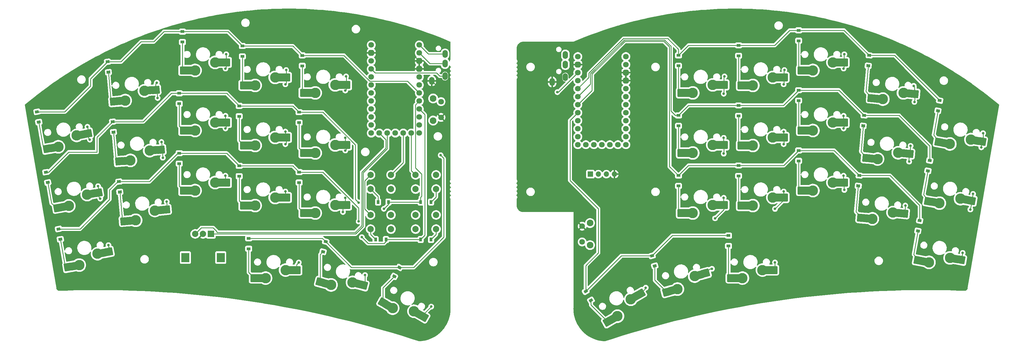
<source format=gbr>
%TF.GenerationSoftware,KiCad,Pcbnew,7.0.7-7.0.7~ubuntu22.04.1*%
%TF.CreationDate,2023-09-08T11:00:04+02:00*%
%TF.ProjectId,abomination,61626f6d-696e-4617-9469-6f6e2e6b6963,rev?*%
%TF.SameCoordinates,Original*%
%TF.FileFunction,Copper,L2,Bot*%
%TF.FilePolarity,Positive*%
%FSLAX46Y46*%
G04 Gerber Fmt 4.6, Leading zero omitted, Abs format (unit mm)*
G04 Created by KiCad (PCBNEW 7.0.7-7.0.7~ubuntu22.04.1) date 2023-09-08 11:00:04*
%MOMM*%
%LPD*%
G01*
G04 APERTURE LIST*
G04 Aperture macros list*
%AMRoundRect*
0 Rectangle with rounded corners*
0 $1 Rounding radius*
0 $2 $3 $4 $5 $6 $7 $8 $9 X,Y pos of 4 corners*
0 Add a 4 corners polygon primitive as box body*
4,1,4,$2,$3,$4,$5,$6,$7,$8,$9,$2,$3,0*
0 Add four circle primitives for the rounded corners*
1,1,$1+$1,$2,$3*
1,1,$1+$1,$4,$5*
1,1,$1+$1,$6,$7*
1,1,$1+$1,$8,$9*
0 Add four rect primitives between the rounded corners*
20,1,$1+$1,$2,$3,$4,$5,0*
20,1,$1+$1,$4,$5,$6,$7,0*
20,1,$1+$1,$6,$7,$8,$9,0*
20,1,$1+$1,$8,$9,$2,$3,0*%
%AMRotRect*
0 Rectangle, with rotation*
0 The origin of the aperture is its center*
0 $1 length*
0 $2 width*
0 $3 Rotation angle, in degrees counterclockwise*
0 Add horizontal line*
21,1,$1,$2,0,0,$3*%
G04 Aperture macros list end*
%TA.AperFunction,ComponentPad*%
%ADD10C,3.300000*%
%TD*%
%TA.AperFunction,SMDPad,CuDef*%
%ADD11R,1.650000X2.500000*%
%TD*%
%TA.AperFunction,SMDPad,CuDef*%
%ADD12RoundRect,0.250000X1.025000X1.000000X-1.025000X1.000000X-1.025000X-1.000000X1.025000X-1.000000X0*%
%TD*%
%TA.AperFunction,SMDPad,CuDef*%
%ADD13RotRect,1.650000X2.500000X10.000000*%
%TD*%
%TA.AperFunction,SMDPad,CuDef*%
%ADD14RoundRect,0.250000X0.835780X1.162797X-1.183076X0.806818X-0.835780X-1.162797X1.183076X-0.806818X0*%
%TD*%
%TA.AperFunction,SMDPad,CuDef*%
%ADD15RotRect,1.650000X2.500000X190.000000*%
%TD*%
%TA.AperFunction,SMDPad,CuDef*%
%ADD16RotRect,1.650000X2.500000X15.000000*%
%TD*%
%TA.AperFunction,SMDPad,CuDef*%
%ADD17RoundRect,0.250000X0.731255X1.231215X-1.248893X0.700636X-0.731255X-1.231215X1.248893X-0.700636X0*%
%TD*%
%TA.AperFunction,SMDPad,CuDef*%
%ADD18RotRect,1.650000X2.500000X195.000000*%
%TD*%
%TA.AperFunction,SMDPad,CuDef*%
%ADD19RotRect,1.650000X2.500000X350.000000*%
%TD*%
%TA.AperFunction,SMDPad,CuDef*%
%ADD20RoundRect,0.250000X1.183076X0.806818X-0.835780X1.162797X-1.183076X-0.806818X0.835780X-1.162797X0*%
%TD*%
%TA.AperFunction,SMDPad,CuDef*%
%ADD21RotRect,1.650000X2.500000X170.000000*%
%TD*%
%TA.AperFunction,ComponentPad*%
%ADD22C,1.800000*%
%TD*%
%TA.AperFunction,ComponentPad*%
%ADD23RoundRect,0.450000X-0.450000X-0.450000X0.450000X-0.450000X0.450000X0.450000X-0.450000X0.450000X0*%
%TD*%
%TA.AperFunction,SMDPad,CuDef*%
%ADD24RotRect,1.650000X2.500000X355.000000*%
%TD*%
%TA.AperFunction,SMDPad,CuDef*%
%ADD25RoundRect,0.250000X1.108255X0.906860X-0.933944X1.085529X-1.108255X-0.906860X0.933944X-1.085529X0*%
%TD*%
%TA.AperFunction,SMDPad,CuDef*%
%ADD26RotRect,1.650000X2.500000X175.000000*%
%TD*%
%TA.AperFunction,ComponentPad*%
%ADD27C,2.000000*%
%TD*%
%TA.AperFunction,ComponentPad*%
%ADD28O,1.700000X2.500000*%
%TD*%
%TA.AperFunction,SMDPad,CuDef*%
%ADD29RotRect,1.650000X2.500000X345.000000*%
%TD*%
%TA.AperFunction,SMDPad,CuDef*%
%ADD30RoundRect,0.250000X1.248893X0.700636X-0.731255X1.231215X-1.248893X-0.700636X0.731255X-1.231215X0*%
%TD*%
%TA.AperFunction,SMDPad,CuDef*%
%ADD31RotRect,1.650000X2.500000X165.000000*%
%TD*%
%TA.AperFunction,SMDPad,CuDef*%
%ADD32RotRect,1.650000X2.500000X5.000000*%
%TD*%
%TA.AperFunction,SMDPad,CuDef*%
%ADD33RoundRect,0.250000X0.933944X1.085529X-1.108255X0.906860X-0.933944X-1.085529X1.108255X-0.906860X0*%
%TD*%
%TA.AperFunction,SMDPad,CuDef*%
%ADD34RotRect,1.650000X2.500000X185.000000*%
%TD*%
%TA.AperFunction,SMDPad,CuDef*%
%ADD35RotRect,1.650000X2.500000X30.000000*%
%TD*%
%TA.AperFunction,SMDPad,CuDef*%
%ADD36RoundRect,0.250000X0.387676X1.378525X-1.387676X0.353525X-0.387676X-1.378525X1.387676X-0.353525X0*%
%TD*%
%TA.AperFunction,SMDPad,CuDef*%
%ADD37RotRect,1.650000X2.500000X210.000000*%
%TD*%
%TA.AperFunction,ComponentPad*%
%ADD38C,2.100000*%
%TD*%
%TA.AperFunction,ComponentPad*%
%ADD39R,1.700000X1.700000*%
%TD*%
%TA.AperFunction,ComponentPad*%
%ADD40O,1.700000X1.700000*%
%TD*%
%TA.AperFunction,SMDPad,CuDef*%
%ADD41RotRect,1.650000X2.500000X330.000000*%
%TD*%
%TA.AperFunction,SMDPad,CuDef*%
%ADD42RoundRect,0.250000X1.387676X0.353525X-0.387676X1.378525X-1.387676X-0.353525X0.387676X-1.378525X0*%
%TD*%
%TA.AperFunction,SMDPad,CuDef*%
%ADD43RotRect,1.650000X2.500000X150.000000*%
%TD*%
%TA.AperFunction,ComponentPad*%
%ADD44R,2.000000X2.000000*%
%TD*%
%TA.AperFunction,ComponentPad*%
%ADD45R,2.500000X3.000000*%
%TD*%
%TA.AperFunction,SMDPad,CuDef*%
%ADD46R,1.200000X0.900000*%
%TD*%
%TA.AperFunction,SMDPad,CuDef*%
%ADD47RotRect,0.900000X1.200000X285.000000*%
%TD*%
%TA.AperFunction,SMDPad,CuDef*%
%ADD48RotRect,0.900000X1.200000X260.000000*%
%TD*%
%TA.AperFunction,SMDPad,CuDef*%
%ADD49R,0.900000X1.200000*%
%TD*%
%TA.AperFunction,SMDPad,CuDef*%
%ADD50RotRect,0.900000X1.200000X275.000000*%
%TD*%
%TA.AperFunction,SMDPad,CuDef*%
%ADD51RotRect,0.900000X1.200000X265.000000*%
%TD*%
%TA.AperFunction,SMDPad,CuDef*%
%ADD52RotRect,0.900000X1.200000X255.000000*%
%TD*%
%TA.AperFunction,SMDPad,CuDef*%
%ADD53RotRect,0.900000X1.200000X280.000000*%
%TD*%
%TA.AperFunction,SMDPad,CuDef*%
%ADD54RotRect,0.900000X1.200000X240.000000*%
%TD*%
%TA.AperFunction,SMDPad,CuDef*%
%ADD55RotRect,0.900000X1.200000X300.000000*%
%TD*%
%TA.AperFunction,ViaPad*%
%ADD56C,0.800000*%
%TD*%
%TA.AperFunction,Conductor*%
%ADD57C,0.250000*%
%TD*%
G04 APERTURE END LIST*
D10*
%TO.P,SW3,1,1*%
%TO.N,L_COL3*%
X96005501Y-69267298D03*
D11*
X97830501Y-69267298D03*
D12*
X99555501Y-69267298D03*
%TO.P,SW3,2,2*%
%TO.N,Net-(D3-A)*%
X86105501Y-71807298D03*
D11*
X87855501Y-71807298D03*
D10*
X89655501Y-71807298D03*
%TD*%
%TO.P,SW1,1,1*%
%TO.N,L_COL1*%
X52124687Y-92421109D03*
D13*
X53921961Y-92104201D03*
D14*
X55620754Y-91804658D03*
%TO.P,SW1,2,2*%
%TO.N,Net-(D1-A)*%
X42816157Y-96641638D03*
D15*
X44539570Y-96337753D03*
D10*
X46312224Y-96025187D03*
%TD*%
%TO.P,SW10,1,1*%
%TO.N,L_COL5*%
X134105501Y-95442298D03*
D11*
X135930501Y-95442298D03*
D12*
X137655501Y-95442298D03*
%TO.P,SW10,2,2*%
%TO.N,Net-(D10-A)*%
X124205501Y-97982298D03*
D11*
X125955501Y-97982298D03*
D10*
X127755501Y-97982298D03*
%TD*%
%TO.P,SW29,1,1*%
%TO.N,R_COL4*%
X272855000Y-93066801D03*
D11*
X274680000Y-93066801D03*
D12*
X276405000Y-93066801D03*
%TO.P,SW29,2,2*%
%TO.N,Net-(D29-A)*%
X262955000Y-95606801D03*
D11*
X264705000Y-95606801D03*
D10*
X266505000Y-95606801D03*
%TD*%
%TO.P,SW13,1,1*%
%TO.N,L_COL1*%
X58740682Y-129942287D03*
D13*
X60537956Y-129625379D03*
D14*
X62236749Y-129325836D03*
%TO.P,SW13,2,2*%
%TO.N,Net-(D13-A)*%
X49432152Y-134162816D03*
D15*
X51155565Y-133858931D03*
D10*
X52928219Y-133546365D03*
%TD*%
%TO.P,SW9,1,1*%
%TO.N,L_COL4*%
X115055502Y-93067297D03*
D11*
X116880502Y-93067297D03*
D12*
X118605502Y-93067297D03*
%TO.P,SW9,2,2*%
%TO.N,Net-(D9-A)*%
X105155502Y-95607297D03*
D11*
X106905502Y-95607297D03*
D10*
X108705502Y-95607297D03*
%TD*%
%TO.P,SW39,1,1*%
%TO.N,R_COL4*%
X248082581Y-137044151D03*
D16*
X249845395Y-136571806D03*
D17*
X251511617Y-136125343D03*
%TO.P,SW39,2,2*%
%TO.N,Net-(D39-A)*%
X239177315Y-142059911D03*
D18*
X240867686Y-141606978D03*
D10*
X242606352Y-141141104D03*
%TD*%
%TO.P,SW15,1,1*%
%TO.N,L_COL3*%
X96005502Y-107367298D03*
D11*
X97830502Y-107367298D03*
D12*
X99555502Y-107367298D03*
%TO.P,SW15,2,2*%
%TO.N,Net-(D15-A)*%
X86105502Y-109907298D03*
D11*
X87855502Y-109907298D03*
D10*
X89655502Y-109907298D03*
%TD*%
%TO.P,SW27,1,1*%
%TO.N,R_COL1*%
X335670055Y-93743813D03*
D19*
X337467329Y-94060721D03*
D20*
X339166123Y-94360264D03*
%TO.P,SW27,2,2*%
%TO.N,Net-(D27-A)*%
X325479392Y-94526108D03*
D21*
X327202806Y-94829992D03*
D10*
X328975460Y-95142559D03*
%TD*%
D22*
%TO.P,U1,1,P0*%
%TO.N,L_TX*%
X160765501Y-63732298D03*
%TO.P,U1,2,P1*%
%TO.N,L_RX*%
X160765501Y-66272298D03*
D23*
%TO.P,U1,3,GND*%
%TO.N,L_GND*%
X160765501Y-68812298D03*
%TO.P,U1,4,GND*%
X160765501Y-71352298D03*
D22*
%TO.P,U1,5,P2*%
%TO.N,unconnected-(U1-P2-Pad5)*%
X160765501Y-73892298D03*
%TO.P,U1,6,P3*%
%TO.N,unconnected-(U1-P3-Pad6)*%
X160765501Y-76432298D03*
%TO.P,U1,7,P4*%
%TO.N,L_ROW1*%
X160765501Y-78972298D03*
%TO.P,U1,8,P5*%
%TO.N,L_ROW2*%
X160765501Y-81512298D03*
%TO.P,U1,9,P6*%
%TO.N,L_ROW3*%
X160765501Y-84052298D03*
%TO.P,U1,10,P7*%
%TO.N,L_ROW4*%
X160765501Y-86592298D03*
%TO.P,U1,11,P8*%
%TO.N,unconnected-(U1-P8-Pad11)*%
X160765501Y-89132298D03*
%TO.P,U1,12,P9*%
%TO.N,unconnected-(U1-P9-Pad12)*%
X160765501Y-91672298D03*
%TO.P,U1,13,VA*%
%TO.N,unconnected-(U1-VA-Pad13)*%
X145525501Y-63732298D03*
D23*
%TO.P,U1,14,GND*%
%TO.N,L_GND*%
X145525501Y-66272298D03*
D22*
%TO.P,U1,15,RST*%
%TO.N,L_RESET*%
X145525501Y-68812298D03*
%TO.P,U1,16,VCC*%
%TO.N,L_VCC*%
X145525501Y-71352298D03*
%TO.P,U1,17,P29*%
%TO.N,L_COL1*%
X145525501Y-73892298D03*
%TO.P,U1,18,P28*%
%TO.N,L_COL2*%
X145525501Y-76432298D03*
%TO.P,U1,19,P27*%
%TO.N,L_COL3*%
X145525501Y-78972298D03*
%TO.P,U1,20,P26*%
%TO.N,L_COL4*%
X145525501Y-81512298D03*
%TO.P,U1,21,P22*%
%TO.N,L_COL5*%
X145525501Y-84052298D03*
%TO.P,U1,22,P20*%
%TO.N,unconnected-(U1-P20-Pad22)*%
X145525501Y-86592298D03*
%TO.P,U1,23,P23*%
%TO.N,unconnected-(U1-P23-Pad23)*%
X145525501Y-89132298D03*
%TO.P,U1,24,P21*%
%TO.N,unconnected-(U1-P21-Pad24)*%
X145525501Y-91672298D03*
%TO.P,U1,25,P12*%
%TO.N,L_COL7*%
X158225501Y-91672298D03*
%TO.P,U1,26,P13*%
%TO.N,L_COL6*%
X155685501Y-91672298D03*
%TO.P,U1,27,P14*%
%TO.N,unconnected-(U1-P14-Pad27)*%
X153145501Y-91672298D03*
%TO.P,U1,28,P15*%
%TO.N,L_ROT1A*%
X150605501Y-91672298D03*
%TO.P,U1,29,P16*%
%TO.N,L_ROT1B*%
X148065501Y-91672298D03*
%TD*%
D10*
%TO.P,SW31,1,1*%
%TO.N,R_COL2*%
X312618813Y-97917709D03*
D24*
X314436869Y-98076768D03*
D25*
X316155304Y-98227112D03*
%TO.P,SW31,2,2*%
%TO.N,Net-(D31-A)*%
X302535110Y-99585202D03*
D26*
X304278451Y-99737724D03*
D10*
X306071601Y-99894604D03*
%TD*%
%TO.P,SW24,1,1*%
%TO.N,R_COL4*%
X272855000Y-74016800D03*
D11*
X274680000Y-74016800D03*
D12*
X276405000Y-74016800D03*
%TO.P,SW24,2,2*%
%TO.N,Net-(D24-A)*%
X262955000Y-76556800D03*
D11*
X264705000Y-76556800D03*
D10*
X266505000Y-76556800D03*
%TD*%
D27*
%TO.P,SW19,1,1*%
%TO.N,L_COL7*%
X159579601Y-117634097D03*
X166079601Y-117634097D03*
%TO.P,SW19,2,2*%
%TO.N,Net-(D19-A)*%
X159579601Y-122134097D03*
X166079601Y-122134097D03*
%TD*%
D10*
%TO.P,SW8,1,1*%
%TO.N,L_COL3*%
X96005503Y-88317298D03*
D11*
X97830503Y-88317298D03*
D12*
X99555503Y-88317298D03*
%TO.P,SW8,2,2*%
%TO.N,Net-(D8-A)*%
X86105503Y-90857298D03*
D11*
X87855503Y-90857298D03*
D10*
X89655503Y-90857298D03*
%TD*%
%TO.P,SW40,1,1*%
%TO.N,R_COL3*%
X269555003Y-135116801D03*
D11*
X271380003Y-135116801D03*
D12*
X273105003Y-135116801D03*
%TO.P,SW40,2,2*%
%TO.N,Net-(D40-A)*%
X259655003Y-137656801D03*
D11*
X261405003Y-137656801D03*
D10*
X263205003Y-137656801D03*
%TD*%
D28*
%TO.P,J1,A*%
%TO.N,L_GND*%
X164708001Y-75102297D03*
%TO.P,J1,B*%
%TO.N,L_TX*%
X168908001Y-66602297D03*
%TO.P,J1,C*%
%TO.N,L_RX*%
X168908001Y-69602297D03*
%TO.P,J1,D*%
%TO.N,L_VCC*%
X168908001Y-73602297D03*
%TD*%
D10*
%TO.P,SW28,1,1*%
%TO.N,R_COL5*%
X253805000Y-95441802D03*
D11*
X255630000Y-95441802D03*
D12*
X257355000Y-95441802D03*
%TO.P,SW28,2,2*%
%TO.N,Net-(D28-A)*%
X243905000Y-97981802D03*
D11*
X245655000Y-97981802D03*
D10*
X247455000Y-97981802D03*
%TD*%
D27*
%TO.P,SW11,1,1*%
%TO.N,L_COL6*%
X145293000Y-104934098D03*
X151793000Y-104934098D03*
%TO.P,SW11,2,2*%
%TO.N,Net-(D11-A)*%
X145293000Y-109434098D03*
X151793000Y-109434098D03*
%TD*%
D10*
%TO.P,SW36,1,1*%
%TO.N,R_COL2*%
X310958494Y-116895216D03*
D24*
X312776550Y-117054275D03*
D25*
X314494985Y-117204619D03*
%TO.P,SW36,2,2*%
%TO.N,Net-(D36-A)*%
X300874791Y-118562709D03*
D26*
X302618132Y-118715231D03*
D10*
X304411282Y-118872111D03*
%TD*%
%TO.P,SW32,1,1*%
%TO.N,R_COL1*%
X332362057Y-112504400D03*
D19*
X334159331Y-112821308D03*
D20*
X335858125Y-113120851D03*
%TO.P,SW32,2,2*%
%TO.N,Net-(D32-A)*%
X322171394Y-113286695D03*
D21*
X323894808Y-113590579D03*
D10*
X325667462Y-113903146D03*
%TD*%
%TO.P,SW21,1,1*%
%TO.N,L_COL6*%
X139568277Y-139016851D03*
D29*
X141331092Y-139489196D03*
D30*
X142997314Y-139935659D03*
%TO.P,SW21,2,2*%
%TO.N,Net-(D21-A)*%
X129348211Y-138907994D03*
D31*
X131038581Y-139360928D03*
D10*
X132777248Y-139826802D03*
%TD*%
%TO.P,SW2,1,1*%
%TO.N,L_COL2*%
X73602378Y-78276570D03*
D32*
X75420434Y-78117511D03*
D33*
X77138870Y-77967167D03*
%TO.P,SW2,2,2*%
%TO.N,Net-(D2-A)*%
X63961426Y-81669747D03*
D34*
X65704767Y-81517224D03*
D10*
X67497918Y-81360344D03*
%TD*%
%TO.P,SW38,1,1*%
%TO.N,R_COL5*%
X227814558Y-144371506D03*
D35*
X229395054Y-143459006D03*
D36*
X230888948Y-142596506D03*
%TO.P,SW38,2,2*%
%TO.N,Net-(D38-A)*%
X220510906Y-151521210D03*
D37*
X222026451Y-150646210D03*
D10*
X223585296Y-149746210D03*
%TD*%
%TO.P,SW16,1,1*%
%TO.N,L_COL4*%
X115055502Y-112117298D03*
D11*
X116880502Y-112117298D03*
D12*
X118605502Y-112117298D03*
%TO.P,SW16,2,2*%
%TO.N,Net-(D16-A)*%
X105155502Y-114657298D03*
D11*
X106905502Y-114657298D03*
D10*
X108705502Y-114657298D03*
%TD*%
%TO.P,SW17,1,1*%
%TO.N,L_COL5*%
X134105501Y-114492298D03*
D11*
X135930501Y-114492298D03*
D12*
X137655501Y-114492298D03*
%TO.P,SW17,2,2*%
%TO.N,Net-(D17-A)*%
X124205501Y-117032298D03*
D11*
X125955501Y-117032298D03*
D10*
X127755501Y-117032298D03*
%TD*%
%TO.P,SW35,1,1*%
%TO.N,R_COL3*%
X291905000Y-107366801D03*
D11*
X293730000Y-107366801D03*
D12*
X295455000Y-107366801D03*
%TO.P,SW35,2,2*%
%TO.N,Net-(D35-A)*%
X282005000Y-109906801D03*
D11*
X283755000Y-109906801D03*
D10*
X285555000Y-109906801D03*
%TD*%
%TO.P,SW23,1,1*%
%TO.N,R_COL5*%
X253805000Y-76391800D03*
D11*
X255630000Y-76391800D03*
D12*
X257355000Y-76391800D03*
%TO.P,SW23,2,2*%
%TO.N,Net-(D23-A)*%
X243905000Y-78931800D03*
D11*
X245655000Y-78931800D03*
D10*
X247455000Y-78931800D03*
%TD*%
D22*
%TO.P,R_RST1,1,1*%
%TO.N,R_GND*%
X212395502Y-121202300D03*
%TO.P,R_RST1,2,2*%
%TO.N,R_RESET*%
X212395502Y-126202300D03*
D38*
%TO.P,R_RST1,MP*%
%TO.N,N/C*%
X214895502Y-127202300D03*
X214895502Y-120202300D03*
%TD*%
D39*
%TO.P,J3,1,Pin_1*%
%TO.N,R_SDA*%
X214993003Y-104702300D03*
D40*
%TO.P,J3,2,Pin_2*%
%TO.N,R_SCL*%
X217533003Y-104702300D03*
%TO.P,J3,3,Pin_3*%
%TO.N,R_VCC*%
X220073003Y-104702300D03*
%TO.P,J3,4,Pin_4*%
%TO.N,R_GND*%
X222613003Y-104702300D03*
%TD*%
D28*
%TO.P,J2,A*%
%TO.N,R_GND*%
X202883502Y-75434801D03*
%TO.P,J2,B*%
%TO.N,R_TX*%
X207083502Y-66934801D03*
%TO.P,J2,C*%
%TO.N,R_RX*%
X207083502Y-69934801D03*
%TO.P,J2,D*%
%TO.N,R_VCC*%
X207083502Y-73934801D03*
%TD*%
D10*
%TO.P,SW20,1,1*%
%TO.N,L_COL5*%
X118355502Y-135117297D03*
D11*
X120180502Y-135117297D03*
D12*
X121905502Y-135117297D03*
%TO.P,SW20,2,2*%
%TO.N,Net-(D20-A)*%
X108455502Y-137657297D03*
D11*
X110205502Y-137657297D03*
D10*
X112005502Y-137657297D03*
%TD*%
D22*
%TO.P,L_RST1,1,1*%
%TO.N,L_GND*%
X167645501Y-86702298D03*
%TO.P,L_RST1,2,2*%
%TO.N,L_RESET*%
X167645501Y-81702298D03*
D38*
%TO.P,L_RST1,MP*%
%TO.N,N/C*%
X165145501Y-80702298D03*
X165145501Y-87702298D03*
%TD*%
D10*
%TO.P,SW22,1,1*%
%TO.N,L_COL7*%
X159075058Y-148182004D03*
D41*
X160655554Y-149094504D03*
D42*
X162149448Y-149957004D03*
%TO.P,SW22,2,2*%
%TO.N,Net-(D22-A)*%
X149231406Y-145431708D03*
D43*
X150746951Y-146306708D03*
D10*
X152305796Y-147206708D03*
%TD*%
%TO.P,SW33,1,1*%
%TO.N,R_COL5*%
X253805003Y-114491802D03*
D11*
X255630003Y-114491802D03*
D12*
X257355003Y-114491802D03*
%TO.P,SW33,2,2*%
%TO.N,Net-(D33-A)*%
X243905003Y-117031802D03*
D11*
X245655003Y-117031802D03*
D10*
X247455003Y-117031802D03*
%TD*%
%TO.P,SW7,1,1*%
%TO.N,L_COL2*%
X75262696Y-97254079D03*
D32*
X77080752Y-97095020D03*
D33*
X78799188Y-96944676D03*
%TO.P,SW7,2,2*%
%TO.N,Net-(D7-A)*%
X65621744Y-100647256D03*
D34*
X67365085Y-100494733D03*
D10*
X69158236Y-100337853D03*
%TD*%
%TO.P,SW26,1,1*%
%TO.N,R_COL2*%
X314279130Y-78940199D03*
D24*
X316097186Y-79099258D03*
D25*
X317815621Y-79249602D03*
%TO.P,SW26,2,2*%
%TO.N,Net-(D26-A)*%
X304195427Y-80607692D03*
D26*
X305938768Y-80760214D03*
D10*
X307731918Y-80917094D03*
%TD*%
%TO.P,SW5,1,1*%
%TO.N,L_COL5*%
X134105503Y-76392298D03*
D11*
X135930503Y-76392298D03*
D12*
X137655503Y-76392298D03*
%TO.P,SW5,2,2*%
%TO.N,Net-(D5-A)*%
X124205503Y-78932298D03*
D11*
X125955503Y-78932298D03*
D10*
X127755503Y-78932298D03*
%TD*%
D27*
%TO.P,SW18,1,1*%
%TO.N,L_COL6*%
X145293000Y-117634098D03*
X151793000Y-117634098D03*
%TO.P,SW18,2,2*%
%TO.N,Net-(D18-A)*%
X145293000Y-122134098D03*
X151793000Y-122134098D03*
%TD*%
D10*
%TO.P,SW34,1,1*%
%TO.N,R_COL4*%
X272855002Y-112116801D03*
D11*
X274680002Y-112116801D03*
D12*
X276405002Y-112116801D03*
%TO.P,SW34,2,2*%
%TO.N,Net-(D34-A)*%
X262955002Y-114656801D03*
D11*
X264705002Y-114656801D03*
D10*
X266505002Y-114656801D03*
%TD*%
%TO.P,SW37,1,1*%
%TO.N,R_COL1*%
X329054059Y-131264989D03*
D19*
X330851333Y-131581897D03*
D20*
X332550127Y-131881440D03*
%TO.P,SW37,2,2*%
%TO.N,Net-(D37-A)*%
X318863396Y-132047284D03*
D21*
X320586810Y-132351168D03*
D10*
X322359464Y-132663735D03*
%TD*%
D44*
%TO.P,L_ROT1,A,A*%
%TO.N,L_ROT1A*%
X94690302Y-123651398D03*
D27*
%TO.P,L_ROT1,B,B*%
%TO.N,L_ROT1B*%
X89690302Y-123651398D03*
%TO.P,L_ROT1,C,C*%
%TO.N,L_GND*%
X92190302Y-123651398D03*
D45*
%TO.P,L_ROT1,MP*%
%TO.N,N/C*%
X97790302Y-131151398D03*
X86590302Y-131151398D03*
%TD*%
D10*
%TO.P,SW25,1,1*%
%TO.N,R_COL3*%
X291905002Y-69266800D03*
D11*
X293730002Y-69266800D03*
D12*
X295455002Y-69266800D03*
%TO.P,SW25,2,2*%
%TO.N,Net-(D25-A)*%
X282005002Y-71806800D03*
D11*
X283755002Y-71806800D03*
D10*
X285555002Y-71806800D03*
%TD*%
%TO.P,SW30,1,1*%
%TO.N,R_COL3*%
X291905000Y-88316800D03*
D11*
X293730000Y-88316800D03*
D12*
X295455000Y-88316800D03*
%TO.P,SW30,2,2*%
%TO.N,Net-(D30-A)*%
X282005000Y-90856800D03*
D11*
X283755000Y-90856800D03*
D10*
X285555000Y-90856800D03*
%TD*%
%TO.P,SW4,1,1*%
%TO.N,L_COL4*%
X115055500Y-74017299D03*
D11*
X116880500Y-74017299D03*
D12*
X118605500Y-74017299D03*
%TO.P,SW4,2,2*%
%TO.N,Net-(D4-A)*%
X105155500Y-76557299D03*
D11*
X106905500Y-76557299D03*
D10*
X108705500Y-76557299D03*
%TD*%
D27*
%TO.P,SW12,1,1*%
%TO.N,L_COL7*%
X159579600Y-104934097D03*
X166079600Y-104934097D03*
%TO.P,SW12,2,2*%
%TO.N,Net-(D12-A)*%
X159579600Y-109434097D03*
X166079600Y-109434097D03*
%TD*%
D10*
%TO.P,SW14,1,1*%
%TO.N,L_COL2*%
X76923014Y-116231588D03*
D32*
X78741070Y-116072529D03*
D33*
X80459506Y-115922185D03*
%TO.P,SW14,2,2*%
%TO.N,Net-(D14-A)*%
X67282062Y-119624765D03*
D34*
X69025403Y-119472242D03*
D10*
X70818554Y-119315362D03*
%TD*%
%TO.P,SW6,1,1*%
%TO.N,L_COL1*%
X55432684Y-111181698D03*
D13*
X57229958Y-110864790D03*
D14*
X58928751Y-110565247D03*
%TO.P,SW6,2,2*%
%TO.N,Net-(D6-A)*%
X46124154Y-115402227D03*
D15*
X47847567Y-115098342D03*
D10*
X49620221Y-114785776D03*
%TD*%
D22*
%TO.P,U2,1,P0*%
%TO.N,R_TX*%
X226265501Y-67407302D03*
%TO.P,U2,2,P1*%
%TO.N,R_RX*%
X226265501Y-69947302D03*
D23*
%TO.P,U2,3,GND*%
%TO.N,R_GND*%
X226265501Y-72487302D03*
%TO.P,U2,4,GND*%
X226265501Y-75027302D03*
D22*
%TO.P,U2,5,P2*%
%TO.N,R_SDA*%
X226265501Y-77567302D03*
%TO.P,U2,6,P3*%
%TO.N,R_SCL*%
X226265501Y-80107302D03*
%TO.P,U2,7,P4*%
%TO.N,R_COL1*%
X226265501Y-82647302D03*
%TO.P,U2,8,P5*%
%TO.N,R_COL2*%
X226265501Y-85187302D03*
%TO.P,U2,9,P6*%
%TO.N,R_COL3*%
X226265501Y-87727302D03*
%TO.P,U2,10,P7*%
%TO.N,R_COL4*%
X226265501Y-90267302D03*
%TO.P,U2,11,P8*%
%TO.N,R_COL5*%
X226265501Y-92807302D03*
%TO.P,U2,12,P9*%
%TO.N,unconnected-(U2-P9-Pad12)*%
X226265501Y-95347302D03*
%TO.P,U2,13,VA*%
%TO.N,unconnected-(U2-VA-Pad13)*%
X211025501Y-67407302D03*
D23*
%TO.P,U2,14,GND*%
%TO.N,R_GND*%
X211025501Y-69947302D03*
D22*
%TO.P,U2,15,RST*%
%TO.N,R_RESET*%
X211025501Y-72487302D03*
%TO.P,U2,16,VCC*%
%TO.N,R_VCC*%
X211025501Y-75027302D03*
%TO.P,U2,17,P29*%
%TO.N,R_ROW1*%
X211025501Y-77567302D03*
%TO.P,U2,18,P28*%
%TO.N,R_ROW2*%
X211025501Y-80107302D03*
%TO.P,U2,19,P27*%
%TO.N,R_ROW3*%
X211025501Y-82647302D03*
%TO.P,U2,20,P26*%
%TO.N,R_ROW4*%
X211025501Y-85187302D03*
%TO.P,U2,21,P22*%
%TO.N,unconnected-(U2-P22-Pad21)*%
X211025501Y-87727302D03*
%TO.P,U2,22,P20*%
%TO.N,unconnected-(U2-P20-Pad22)*%
X211025501Y-90267302D03*
%TO.P,U2,23,P23*%
%TO.N,unconnected-(U2-P23-Pad23)*%
X211025501Y-92807302D03*
%TO.P,U2,24,P21*%
%TO.N,unconnected-(U2-P21-Pad24)*%
X211025501Y-95347302D03*
%TO.P,U2,25,P12*%
%TO.N,unconnected-(U2-P12-Pad25)*%
X223725501Y-95347302D03*
%TO.P,U2,26,P13*%
%TO.N,unconnected-(U2-P13-Pad26)*%
X221185501Y-95347302D03*
%TO.P,U2,27,P14*%
%TO.N,unconnected-(U2-P14-Pad27)*%
X218645501Y-95347302D03*
%TO.P,U2,28,P15*%
%TO.N,unconnected-(U2-P15-Pad28)*%
X216105501Y-95347302D03*
%TO.P,U2,29,P16*%
%TO.N,unconnected-(U2-P16-Pad29)*%
X213565501Y-95347302D03*
%TD*%
D46*
%TO.P,D9,1,K*%
%TO.N,L_ROW2*%
X103645502Y-83052298D03*
%TO.P,D9,2,A*%
%TO.N,Net-(D9-A)*%
X103645502Y-86352298D03*
%TD*%
D47*
%TO.P,D39,1,K*%
%TO.N,R_ROW4*%
X234568451Y-130583522D03*
%TO.P,D39,2,A*%
%TO.N,Net-(D39-A)*%
X235422553Y-133771078D03*
%TD*%
D46*
%TO.P,D29,1,K*%
%TO.N,R_ROW2*%
X261983002Y-82902301D03*
%TO.P,D29,2,A*%
%TO.N,Net-(D29-A)*%
X261983002Y-86202301D03*
%TD*%
%TO.P,D17,1,K*%
%TO.N,L_ROW3*%
X122645503Y-104052298D03*
%TO.P,D17,2,A*%
%TO.N,Net-(D17-A)*%
X122645503Y-107352298D03*
%TD*%
D48*
%TO.P,D27,1,K*%
%TO.N,R_ROW1*%
X325769522Y-81339869D03*
%TO.P,D27,2,A*%
%TO.N,Net-(D27-A)*%
X325196484Y-84589735D03*
%TD*%
D49*
%TO.P,D18,1,K*%
%TO.N,L_ROW3*%
X150193002Y-125439198D03*
%TO.P,D18,2,A*%
%TO.N,Net-(D18-A)*%
X146893002Y-125439198D03*
%TD*%
D46*
%TO.P,D34,1,K*%
%TO.N,R_ROW3*%
X261983000Y-101952301D03*
%TO.P,D34,2,A*%
%TO.N,Net-(D34-A)*%
X261983000Y-105252301D03*
%TD*%
D50*
%TO.P,D14,1,K*%
%TO.N,L_ROW3*%
X65501695Y-107058577D03*
%TO.P,D14,2,A*%
%TO.N,Net-(D14-A)*%
X65789309Y-110346019D03*
%TD*%
D46*
%TO.P,D24,1,K*%
%TO.N,R_ROW1*%
X261983002Y-63852300D03*
%TO.P,D24,2,A*%
%TO.N,Net-(D24-A)*%
X261983002Y-67152300D03*
%TD*%
D49*
%TO.P,D12,1,K*%
%TO.N,L_ROW2*%
X161179601Y-113533697D03*
%TO.P,D12,2,A*%
%TO.N,Net-(D12-A)*%
X164479601Y-113533697D03*
%TD*%
D51*
%TO.P,D26,1,K*%
%TO.N,R_ROW1*%
X303401811Y-67033579D03*
%TO.P,D26,2,A*%
%TO.N,Net-(D26-A)*%
X303114197Y-70321021D03*
%TD*%
D52*
%TO.P,D21,1,K*%
%TO.N,L_ROW4*%
X131072554Y-126108519D03*
%TO.P,D21,2,A*%
%TO.N,Net-(D21-A)*%
X130218452Y-129296075D03*
%TD*%
D50*
%TO.P,D2,1,K*%
%TO.N,L_ROW1*%
X61889195Y-69058577D03*
%TO.P,D2,2,A*%
%TO.N,Net-(D2-A)*%
X62176809Y-72346019D03*
%TD*%
D46*
%TO.P,D4,1,K*%
%TO.N,L_ROW1*%
X104645500Y-64052299D03*
%TO.P,D4,2,A*%
%TO.N,Net-(D4-A)*%
X104645500Y-67352299D03*
%TD*%
%TO.P,D25,1,K*%
%TO.N,R_ROW1*%
X281033002Y-59089803D03*
%TO.P,D25,2,A*%
%TO.N,Net-(D25-A)*%
X281033002Y-62389803D03*
%TD*%
%TO.P,D20,1,K*%
%TO.N,L_ROW4*%
X106645502Y-125052298D03*
%TO.P,D20,2,A*%
%TO.N,Net-(D20-A)*%
X106645502Y-128352298D03*
%TD*%
%TO.P,D10,1,K*%
%TO.N,L_ROW2*%
X122645501Y-85052298D03*
%TO.P,D10,2,A*%
%TO.N,Net-(D10-A)*%
X122645501Y-88352298D03*
%TD*%
%TO.P,D35,1,K*%
%TO.N,R_ROW3*%
X281033003Y-97189801D03*
%TO.P,D35,2,A*%
%TO.N,Net-(D35-A)*%
X281033003Y-100489801D03*
%TD*%
D53*
%TO.P,D6,1,K*%
%TO.N,L_ROW2*%
X42358983Y-104077366D03*
%TO.P,D6,2,A*%
%TO.N,Net-(D6-A)*%
X42932021Y-107327232D03*
%TD*%
D46*
%TO.P,D23,1,K*%
%TO.N,R_ROW1*%
X242933003Y-67027301D03*
%TO.P,D23,2,A*%
%TO.N,Net-(D23-A)*%
X242933003Y-70327301D03*
%TD*%
%TO.P,D28,1,K*%
%TO.N,R_ROW2*%
X242933005Y-86077299D03*
%TO.P,D28,2,A*%
%TO.N,Net-(D28-A)*%
X242933005Y-89377299D03*
%TD*%
%TO.P,D3,1,K*%
%TO.N,L_ROW1*%
X85645501Y-59502299D03*
%TO.P,D3,2,A*%
%TO.N,Net-(D3-A)*%
X85645501Y-62802299D03*
%TD*%
D49*
%TO.P,D19,1,K*%
%TO.N,L_ROW3*%
X161179603Y-125439197D03*
%TO.P,D19,2,A*%
%TO.N,Net-(D19-A)*%
X164479603Y-125439197D03*
%TD*%
D51*
%TO.P,D36,1,K*%
%TO.N,R_ROW3*%
X300226810Y-105133578D03*
%TO.P,D36,2,A*%
%TO.N,Net-(D36-A)*%
X299939196Y-108421020D03*
%TD*%
D46*
%TO.P,D15,1,K*%
%TO.N,L_ROW3*%
X84645502Y-98052301D03*
%TO.P,D15,2,A*%
%TO.N,Net-(D15-A)*%
X84645502Y-101352301D03*
%TD*%
D48*
%TO.P,D32,1,K*%
%TO.N,R_ROW2*%
X322594522Y-100389865D03*
%TO.P,D32,2,A*%
%TO.N,Net-(D32-A)*%
X322021484Y-103639731D03*
%TD*%
D49*
%TO.P,D11,1,K*%
%TO.N,L_ROW2*%
X150986700Y-113533698D03*
%TO.P,D11,2,A*%
%TO.N,Net-(D11-A)*%
X147686700Y-113533698D03*
%TD*%
D46*
%TO.P,D16,1,K*%
%TO.N,L_ROW3*%
X103645502Y-102052298D03*
%TO.P,D16,2,A*%
%TO.N,Net-(D16-A)*%
X103645502Y-105352298D03*
%TD*%
%TO.P,D8,1,K*%
%TO.N,L_ROW2*%
X84645503Y-79052299D03*
%TO.P,D8,2,A*%
%TO.N,Net-(D8-A)*%
X84645503Y-82352299D03*
%TD*%
%TO.P,D40,1,K*%
%TO.N,R_ROW4*%
X258808003Y-124177303D03*
%TO.P,D40,2,A*%
%TO.N,Net-(D40-A)*%
X258808003Y-127477303D03*
%TD*%
%TO.P,D33,1,K*%
%TO.N,R_ROW3*%
X242933004Y-105127302D03*
%TO.P,D33,2,A*%
%TO.N,Net-(D33-A)*%
X242933004Y-108427302D03*
%TD*%
D50*
%TO.P,D7,1,K*%
%TO.N,L_ROW2*%
X63501693Y-88058577D03*
%TO.P,D7,2,A*%
%TO.N,Net-(D7-A)*%
X63789307Y-91346019D03*
%TD*%
D53*
%TO.P,D1,1,K*%
%TO.N,L_ROW1*%
X39521483Y-84927365D03*
%TO.P,D1,2,A*%
%TO.N,Net-(D1-A)*%
X40094521Y-88177231D03*
%TD*%
D46*
%TO.P,D30,1,K*%
%TO.N,R_ROW2*%
X281033003Y-78077302D03*
%TO.P,D30,2,A*%
%TO.N,Net-(D30-A)*%
X281033003Y-81377302D03*
%TD*%
D54*
%TO.P,D22,1,K*%
%TO.N,L_ROW4*%
X154470502Y-134273357D03*
%TO.P,D22,2,A*%
%TO.N,Net-(D22-A)*%
X152820502Y-137131241D03*
%TD*%
D48*
%TO.P,D37,1,K*%
%TO.N,R_ROW3*%
X319419519Y-119439867D03*
%TO.P,D37,2,A*%
%TO.N,Net-(D37-A)*%
X318846481Y-122689733D03*
%TD*%
D46*
%TO.P,D5,1,K*%
%TO.N,L_ROW1*%
X123645502Y-67052296D03*
%TO.P,D5,2,A*%
%TO.N,Net-(D5-A)*%
X123645502Y-70352296D03*
%TD*%
D51*
%TO.P,D31,1,K*%
%TO.N,R_ROW2*%
X301814310Y-86083580D03*
%TO.P,D31,2,A*%
%TO.N,Net-(D31-A)*%
X301526696Y-89371022D03*
%TD*%
D55*
%TO.P,D38,1,K*%
%TO.N,R_ROW4*%
X213533002Y-141860859D03*
%TO.P,D38,2,A*%
%TO.N,Net-(D38-A)*%
X215183002Y-144718743D03*
%TD*%
D53*
%TO.P,D13,1,K*%
%TO.N,L_ROW3*%
X46358982Y-122077366D03*
%TO.P,D13,2,A*%
%TO.N,Net-(D13-A)*%
X46932020Y-125327232D03*
%TD*%
D56*
%TO.N,L_ROW2*%
X149529088Y-115692702D03*
X141529088Y-113692702D03*
%TO.N,L_ROW3*%
X141529088Y-119692702D03*
X142529088Y-124692702D03*
%TO.N,R_GND*%
X212529089Y-100692705D03*
%TO.N,L_ROW4*%
X167529088Y-98692702D03*
%TO.N,L_GND*%
X149529088Y-70692702D03*
X149529088Y-80692702D03*
X92529088Y-126692702D03*
%TO.N,L_COL1*%
X58896807Y-108514622D03*
X62196121Y-127225968D03*
X56292084Y-93742505D03*
X55529088Y-89692702D03*
X59591399Y-112453851D03*
%TO.N,L_COL2*%
X77777779Y-80553984D03*
X77529088Y-75692702D03*
X80653916Y-113428409D03*
X79433738Y-99481683D03*
X78997959Y-94500710D03*
%TO.N,L_COL3*%
X99289314Y-90193624D03*
X99289314Y-105193622D03*
X99289314Y-86193623D03*
X99529088Y-66692702D03*
X99289313Y-71193623D03*
%TO.N,L_COL4*%
X118289313Y-95193623D03*
X118289314Y-76193625D03*
X118289314Y-91193622D03*
X118529088Y-71692702D03*
X118289314Y-110193624D03*
%TO.N,L_COL5*%
X136539578Y-116710509D03*
X137529088Y-73692702D03*
X122539578Y-132710508D03*
X137289312Y-97193623D03*
X137289313Y-78193623D03*
X137289314Y-112193621D03*
X137289315Y-93193621D03*
%TO.N,L_COL6*%
X143539579Y-136710510D03*
%TO.N,L_COL7*%
X164539579Y-146710510D03*
%TO.N,R_RESET*%
X204529089Y-78692705D03*
%TO.N,R_COL5*%
X232539580Y-140710514D03*
X257529089Y-73692705D03*
X257289314Y-112193626D03*
X257289315Y-79193627D03*
X257289315Y-98193624D03*
X257289314Y-93193625D03*
X254539579Y-118710515D03*
%TO.N,R_COL4*%
X276289315Y-76193626D03*
X276289313Y-110193627D03*
X273539579Y-115710513D03*
X276289315Y-91193626D03*
X253539579Y-134710513D03*
X276529089Y-71692705D03*
X276289315Y-95193626D03*
%TO.N,R_COL3*%
X295539581Y-109710513D03*
X295529089Y-66692705D03*
X295289313Y-71193625D03*
X273539580Y-132710513D03*
X295289315Y-86193627D03*
X295289316Y-105193625D03*
X295289316Y-90193625D03*
%TO.N,R_COL2*%
X314867929Y-114662263D03*
X317529089Y-76692705D03*
X316523890Y-95734566D03*
X316088110Y-100715536D03*
X317744070Y-81787838D03*
%TO.N,R_COL1*%
X333055396Y-129688264D03*
X336354711Y-110976914D03*
X338959434Y-96204799D03*
X335486470Y-115900954D03*
X339529089Y-91692705D03*
%TD*%
D57*
%TO.N,L_ROW1*%
X48322723Y-84927365D02*
X56539578Y-76710510D01*
X85645502Y-59502299D02*
X79747790Y-59502299D01*
X76539579Y-62710509D02*
X72539579Y-62710510D01*
X100095501Y-59502298D02*
X104645501Y-64052300D01*
X85645502Y-59502299D02*
X100095501Y-59502298D01*
X157000501Y-75207298D02*
X160765501Y-78972298D01*
X39521483Y-84927365D02*
X48322723Y-84927365D01*
X123645502Y-67052296D02*
X136888682Y-67052296D01*
X56539579Y-74408192D02*
X61889195Y-69058577D01*
X104645501Y-64052300D02*
X120645503Y-64052299D01*
X72539579Y-62710510D02*
X66191511Y-69058577D01*
X56539578Y-76710510D02*
X56539579Y-74408192D01*
X145043684Y-75207298D02*
X157000501Y-75207298D01*
X66191511Y-69058577D02*
X61889195Y-69058577D01*
X79747790Y-59502299D02*
X76539579Y-62710509D01*
X120645503Y-64052299D02*
X123645502Y-67052298D01*
X136888682Y-67052296D02*
X145043684Y-75207298D01*
%TO.N,Net-(D1-A)*%
X40094521Y-88177231D02*
X41413893Y-95659762D01*
X41413893Y-95659762D02*
X42816157Y-96641637D01*
%TO.N,Net-(D2-A)*%
X62915766Y-80792333D02*
X63961426Y-81669746D01*
X62176809Y-72346019D02*
X62915766Y-80792333D01*
%TO.N,Net-(D3-A)*%
X85645501Y-71347298D02*
X86105501Y-71807298D01*
X85645501Y-62802299D02*
X85645501Y-71347298D01*
%TO.N,Net-(D4-A)*%
X104645500Y-76047299D02*
X105155500Y-76557299D01*
X104645500Y-67352299D02*
X104645500Y-76047299D01*
%TO.N,Net-(D5-A)*%
X123645502Y-70352296D02*
X123645502Y-78372297D01*
X123645502Y-78372297D02*
X124205503Y-78932298D01*
%TO.N,L_ROW2*%
X58539578Y-97710509D02*
X49539579Y-97710511D01*
X103645501Y-83052297D02*
X120645502Y-83052298D01*
X140529088Y-108692702D02*
X140529088Y-112692702D01*
X73191512Y-88058579D02*
X63501694Y-88058578D01*
X149529088Y-115692702D02*
X150986700Y-114235090D01*
X161179601Y-112042189D02*
X161529088Y-111692702D01*
X130173297Y-85052298D02*
X140529088Y-95408089D01*
X58539578Y-93020693D02*
X58539578Y-97710509D01*
X159529088Y-82748711D02*
X160765501Y-81512298D01*
X122645501Y-85052298D02*
X130173297Y-85052298D01*
X161529088Y-104692702D02*
X159529088Y-102692702D01*
X140529088Y-95408089D02*
X140529088Y-108692702D01*
X161529088Y-111692702D02*
X161529088Y-104692702D01*
X63501694Y-88058578D02*
X58539578Y-93020693D01*
X43172722Y-104077365D02*
X42358983Y-104077365D01*
X150986700Y-114235090D02*
X150986700Y-113533698D01*
X140529088Y-112692702D02*
X141529088Y-113692702D01*
X82197791Y-79052298D02*
X73191512Y-88058579D01*
X84645503Y-79052297D02*
X99645501Y-79052298D01*
X159529088Y-102692702D02*
X159529088Y-82748711D01*
X99645501Y-79052298D02*
X103645501Y-83052297D01*
X161179601Y-113533697D02*
X161179601Y-112042189D01*
X150986700Y-113533699D02*
X161179600Y-113533698D01*
X49539579Y-97710511D02*
X43172722Y-104077365D01*
X120645502Y-83052298D02*
X122645502Y-85052297D01*
X84645503Y-79052297D02*
X82197791Y-79052298D01*
%TO.N,Net-(D9-A)*%
X103645502Y-94097297D02*
X105155502Y-95607297D01*
X103645502Y-86352298D02*
X103645502Y-94097297D01*
%TO.N,Net-(D10-A)*%
X122645501Y-88352298D02*
X122645501Y-96422298D01*
X122645501Y-96422298D02*
X124205501Y-97982298D01*
%TO.N,L_ROW3*%
X144529088Y-126692702D02*
X149529088Y-126692702D01*
X84645502Y-98052299D02*
X99645503Y-98052300D01*
X103645503Y-102052298D02*
X120645503Y-102052298D01*
X120645503Y-102052298D02*
X122645503Y-104052297D01*
X62539580Y-112710511D02*
X53172724Y-122077366D01*
X162529088Y-124089712D02*
X161179603Y-125439197D01*
X65501695Y-107058578D02*
X65191512Y-107058576D01*
X65191512Y-107058576D02*
X62539577Y-109710510D01*
X130173296Y-104052298D02*
X141529088Y-115408090D01*
X122645503Y-104052298D02*
X130173296Y-104052298D01*
X62539577Y-109710510D02*
X62539580Y-112710511D01*
X150193002Y-125439197D02*
X161179602Y-125439197D01*
X162529088Y-85815885D02*
X162529088Y-124089712D01*
X150193002Y-125439198D02*
X150193002Y-126028788D01*
X65501695Y-107058578D02*
X75191512Y-107058577D01*
X160765501Y-84052298D02*
X162529088Y-85815885D01*
X53172724Y-122077366D02*
X46358983Y-122077365D01*
X141529088Y-115408090D02*
X141529088Y-119692702D01*
X150193002Y-126028788D02*
X149529088Y-126692702D01*
X84197788Y-98052298D02*
X84645502Y-98052299D01*
X99645503Y-98052300D02*
X103645503Y-102052298D01*
X142529088Y-124692702D02*
X144529088Y-126692702D01*
X75191512Y-107058577D02*
X84197788Y-98052298D01*
%TO.N,Net-(D11-A)*%
X147686700Y-113533699D02*
X147686701Y-111827797D01*
X147686701Y-111827797D02*
X145293000Y-109434097D01*
%TO.N,Net-(D12-A)*%
X166079601Y-111933696D02*
X164479600Y-113533698D01*
X166079600Y-109434099D02*
X166079601Y-111933696D01*
%TO.N,Net-(D13-A)*%
X46932021Y-125327232D02*
X48357261Y-133410169D01*
X48357261Y-133410169D02*
X49432151Y-134162815D01*
%TO.N,Net-(D14-A)*%
X66547142Y-119008094D02*
X67282062Y-119624765D01*
X65789309Y-110346020D02*
X66547142Y-119008094D01*
%TO.N,Net-(D15-A)*%
X84645502Y-101352301D02*
X84645502Y-108447298D01*
X84645502Y-108447298D02*
X86105502Y-109907298D01*
%TO.N,Net-(D19-A)*%
X166079602Y-123839197D02*
X164479600Y-125439197D01*
X166079601Y-122134097D02*
X166079602Y-123839197D01*
%TO.N,Net-(D17-A)*%
X122645503Y-107352298D02*
X122645503Y-115472300D01*
X122645503Y-115472300D02*
X124205501Y-117032298D01*
%TO.N,Net-(D18-A)*%
X145292999Y-122134099D02*
X145292999Y-123839198D01*
X145292999Y-123839198D02*
X146893001Y-125439197D01*
%TO.N,Net-(D20-A)*%
X106645502Y-135847297D02*
X108455501Y-137657297D01*
X106645502Y-128352298D02*
X106645502Y-135847297D01*
%TO.N,Net-(D21-A)*%
X130218451Y-129296076D02*
X129348211Y-130166316D01*
X129348211Y-130166316D02*
X129348212Y-138907993D01*
%TO.N,Net-(D22-A)*%
X152820501Y-137131240D02*
X149231406Y-140720335D01*
X149231406Y-140720335D02*
X149231407Y-145431707D01*
%TO.N,Net-(D23-A)*%
X242933003Y-77959802D02*
X243905000Y-78931800D01*
X242933003Y-70327302D02*
X242933003Y-77959802D01*
%TO.N,L_ROW4*%
X130016333Y-125052297D02*
X106645502Y-125052297D01*
X168529088Y-124692702D02*
X168529088Y-99692702D01*
X131072553Y-126108521D02*
X130016333Y-125052297D01*
X154470502Y-134273357D02*
X158948433Y-134273357D01*
X158948433Y-134273357D02*
X168529088Y-124692702D01*
X168529088Y-99692702D02*
X167529088Y-98692702D01*
X154470501Y-134273357D02*
X139237390Y-134273357D01*
X139237390Y-134273357D02*
X131072553Y-126108521D01*
%TO.N,Net-(D25-A)*%
X281033001Y-62389802D02*
X281033002Y-70834799D01*
X281033002Y-70834799D02*
X282005002Y-71806800D01*
%TO.N,Net-(D26-A)*%
X302401294Y-78469527D02*
X304195427Y-80607692D01*
X303114197Y-70321021D02*
X302401294Y-78469527D01*
%TO.N,Net-(D27-A)*%
X323853792Y-92204510D02*
X325479392Y-94526107D01*
X325196483Y-84589735D02*
X323853792Y-92204510D01*
%TO.N,L_GND*%
X169529088Y-84818711D02*
X167645501Y-86702298D01*
X145525501Y-66272298D02*
X158225501Y-66272298D01*
X169529088Y-79923384D02*
X169529088Y-84818711D01*
X158225501Y-66272298D02*
X160765501Y-68812298D01*
X164708001Y-75102297D02*
X169529088Y-79923384D01*
%TO.N,L_TX*%
X160765501Y-63732298D02*
X163635500Y-66602297D01*
X163635500Y-66602297D02*
X168908001Y-66602297D01*
%TO.N,L_RX*%
X168908001Y-69602297D02*
X164095500Y-69602297D01*
X164095500Y-69602297D02*
X160765501Y-66272298D01*
%TO.N,L_VCC*%
X167229143Y-73602297D02*
X168908001Y-73602297D01*
X146750501Y-72577298D02*
X166204144Y-72577298D01*
X166204144Y-72577298D02*
X167229143Y-73602297D01*
X145525501Y-71352298D02*
X146750501Y-72577298D01*
%TO.N,L_ROT1A*%
X150605501Y-91672298D02*
X150605501Y-96616289D01*
X142979088Y-121242702D02*
X140570392Y-123651398D01*
X140570392Y-123651398D02*
X94690302Y-123651398D01*
X150605501Y-96616289D02*
X142979088Y-104242702D01*
X142979088Y-104242702D02*
X142979088Y-121242702D01*
%TO.N,L_ROT1B*%
X150155501Y-96429893D02*
X142529088Y-104056306D01*
X96529088Y-122840184D02*
X95381606Y-121692702D01*
X142529088Y-121056306D02*
X140383996Y-123201398D01*
X91648998Y-121692702D02*
X89690302Y-123651398D01*
X96529088Y-123201398D02*
X96529088Y-122840184D01*
X148065501Y-91672298D02*
X150155501Y-93762298D01*
X150155501Y-93762298D02*
X150155501Y-96429893D01*
X95381606Y-121692702D02*
X91648998Y-121692702D01*
X140383996Y-123201398D02*
X96529088Y-123201398D01*
X142529088Y-104056306D02*
X142529088Y-121056306D01*
%TO.N,L_COL1*%
X59215332Y-112190525D02*
X59591399Y-112453851D01*
X55620754Y-91804658D02*
X55620754Y-89784368D01*
X55620754Y-89784368D02*
X55529088Y-89692702D01*
X55620753Y-91804658D02*
X55916016Y-93479178D01*
X55916016Y-93479178D02*
X56292084Y-93742505D01*
X62196121Y-127225968D02*
X62500076Y-128949767D01*
X59192077Y-110189179D02*
X58928751Y-110565247D01*
X58896807Y-108514622D02*
X59192077Y-110189179D01*
X62500076Y-128949767D02*
X62236748Y-129325836D01*
X58928751Y-110565247D02*
X59215332Y-112190525D01*
%TO.N,L_COL2*%
X80833137Y-115476906D02*
X80459505Y-115922187D01*
X79172821Y-96499396D02*
X78799187Y-96944676D01*
X80653916Y-113428409D02*
X80833137Y-115476906D01*
X78799187Y-96944676D02*
X79244467Y-97318310D01*
X77584149Y-78340801D02*
X77777779Y-80553984D01*
X77138870Y-76082920D02*
X77529088Y-75692702D01*
X79244467Y-97318310D02*
X79433738Y-99481683D01*
X78997959Y-94500710D02*
X79172821Y-96499396D01*
X77138869Y-77967167D02*
X77584149Y-78340801D01*
X77138870Y-77967167D02*
X77138870Y-76082920D01*
%TO.N,L_COL3*%
X99555502Y-69267297D02*
X99555501Y-70927434D01*
X99555501Y-66719115D02*
X99529088Y-66692702D01*
X99289314Y-88051109D02*
X99555500Y-88317297D01*
X99289313Y-107101109D02*
X99555501Y-107367298D01*
X99555501Y-69267298D02*
X99555501Y-66719115D01*
X99555501Y-70927434D02*
X99289313Y-71193623D01*
X99555502Y-89927437D02*
X99289314Y-90193624D01*
X99289314Y-86193623D02*
X99289314Y-88051109D01*
X99555500Y-88317297D02*
X99555502Y-89927437D01*
X99289314Y-105193622D02*
X99289313Y-107101109D01*
%TO.N,L_COL4*%
X118605502Y-94877434D02*
X118289313Y-95193623D01*
X118605500Y-71769114D02*
X118529088Y-71692702D01*
X118289315Y-92751110D02*
X118605502Y-93067297D01*
X118605500Y-74017298D02*
X118605501Y-75877435D01*
X118605502Y-93067297D02*
X118605502Y-94877434D01*
X118605500Y-74017299D02*
X118605500Y-71769114D01*
X118289314Y-110193624D02*
X118289314Y-111801109D01*
X118605501Y-75877435D02*
X118289314Y-76193625D01*
X118289314Y-111801109D02*
X118605501Y-112117298D01*
X118289314Y-91193622D02*
X118289315Y-92751110D01*
%TO.N,L_COL5*%
X137289314Y-112193621D02*
X137289314Y-114126110D01*
X137655503Y-95442297D02*
X137655502Y-96827435D01*
X121905502Y-133344589D02*
X121905502Y-135117295D01*
X137655502Y-114492298D02*
X136539578Y-115608221D01*
X137289313Y-95076110D02*
X137655503Y-95442297D01*
X137655503Y-73819117D02*
X137529088Y-73692702D01*
X137289314Y-114126110D02*
X137655503Y-114492299D01*
X137655501Y-77827435D02*
X137289313Y-78193623D01*
X122539578Y-132710508D02*
X121905502Y-133344589D01*
X136539578Y-115608221D02*
X136539578Y-116710509D01*
X137655503Y-76392298D02*
X137655503Y-73819117D01*
X137655502Y-96827435D02*
X137289312Y-97193623D01*
X137289315Y-93193621D02*
X137289313Y-95076110D01*
X137655501Y-76392298D02*
X137655501Y-77827435D01*
%TO.N,L_COL6*%
X143539579Y-139393394D02*
X142997315Y-139935658D01*
X155685501Y-101041597D02*
X155685501Y-91672298D01*
X145293000Y-104934098D02*
X143429088Y-106798010D01*
X143429088Y-106798010D02*
X143429088Y-115770186D01*
X143429088Y-115770186D02*
X145293000Y-117634098D01*
X151793000Y-104934098D02*
X155685501Y-101041597D01*
X143539579Y-136710510D02*
X143539579Y-139393394D01*
%TO.N,L_COL7*%
X159579600Y-104934097D02*
X158225501Y-103579998D01*
X162149449Y-149100640D02*
X162149449Y-149957003D01*
X164539579Y-146710510D02*
X162149449Y-149100640D01*
X158225501Y-103579998D02*
X158225501Y-91672298D01*
%TO.N,R_ROW1*%
X214529089Y-72692705D02*
X225529089Y-61692705D01*
X214529089Y-74063714D02*
X214529089Y-72692705D01*
X211025501Y-77567302D02*
X214529089Y-74063714D01*
X303401810Y-67033578D02*
X311463230Y-67033578D01*
X278160291Y-59089802D02*
X273397792Y-63852301D01*
X281033002Y-59089802D02*
X278160291Y-59089802D01*
X295458033Y-59089801D02*
X303401810Y-67033578D01*
X225529089Y-61692705D02*
X239529089Y-61692705D01*
X246108002Y-63852300D02*
X242933002Y-67027302D01*
X273397792Y-63852301D02*
X261983001Y-63852302D01*
X211025501Y-77567302D02*
X211654492Y-77567302D01*
X281033002Y-59089802D02*
X295458033Y-59089801D01*
X242933003Y-65096619D02*
X242933003Y-67027301D01*
X239529089Y-61692705D02*
X242933003Y-65096619D01*
X311463230Y-67033578D02*
X325769520Y-81339869D01*
X261983001Y-63852302D02*
X246108002Y-63852300D01*
%TO.N,Net-(D28-A)*%
X242933004Y-89377300D02*
X242933003Y-97009806D01*
X242933003Y-97009806D02*
X243905000Y-97981801D01*
%TO.N,Net-(D29-A)*%
X261983002Y-86202301D02*
X261983002Y-94634802D01*
X261983002Y-94634802D02*
X262955000Y-95606802D01*
%TO.N,Net-(D30-A)*%
X281033003Y-89884802D02*
X282005000Y-90856801D01*
X281033002Y-81377303D02*
X281033003Y-89884802D01*
%TO.N,Net-(D31-A)*%
X300812662Y-97532468D02*
X302535110Y-99585201D01*
X301526695Y-89371022D02*
X300812662Y-97532468D01*
%TO.N,Net-(D32-A)*%
X320692804Y-111175049D02*
X322171394Y-113286693D01*
X322021484Y-103639732D02*
X320692804Y-111175049D01*
%TO.N,R_ROW2*%
X240529089Y-64142705D02*
X240529089Y-84692705D01*
X281033004Y-78077301D02*
X276208004Y-82902301D01*
X312912648Y-86083579D02*
X301814310Y-86083580D01*
X240529089Y-84692705D02*
X241913683Y-86077299D01*
X322594523Y-100389866D02*
X322594524Y-95765457D01*
X225715485Y-62142705D02*
X238529089Y-62142705D01*
X214979089Y-72879101D02*
X225715485Y-62142705D01*
X261983001Y-82902302D02*
X246108002Y-82902301D01*
X214979089Y-76153714D02*
X214979089Y-72879101D01*
X241913683Y-86077299D02*
X242933005Y-86077299D01*
X238529089Y-62142705D02*
X240529089Y-64142705D01*
X293808031Y-78077301D02*
X281033004Y-78077301D01*
X301814310Y-86083580D02*
X293808031Y-78077301D01*
X246108002Y-82902301D02*
X242933004Y-86077300D01*
X211025501Y-80107302D02*
X214979089Y-76153714D01*
X322594524Y-95765457D02*
X312912648Y-86083579D01*
X276208004Y-82902301D02*
X261983001Y-82902302D01*
%TO.N,Net-(D33-A)*%
X242933004Y-108427302D02*
X242933004Y-116059801D01*
X242933004Y-116059801D02*
X243905003Y-117031801D01*
%TO.N,Net-(D34-A)*%
X261983001Y-105252300D02*
X261983001Y-113684799D01*
X261983001Y-113684799D02*
X262955002Y-114656802D01*
%TO.N,Net-(D35-A)*%
X281033003Y-108934805D02*
X282005000Y-109906802D01*
X281033004Y-100489800D02*
X281033003Y-108934805D01*
%TO.N,Net-(D36-A)*%
X299224031Y-116595409D02*
X300874792Y-118562708D01*
X299939197Y-108421020D02*
X299224031Y-116595409D01*
%TO.N,Net-(D37-A)*%
X318846481Y-122689733D02*
X317531814Y-130145587D01*
X317531814Y-130145587D02*
X318863396Y-132047283D01*
%TO.N,R_ROW3*%
X281033003Y-97189800D02*
X276270504Y-101952299D01*
X319419520Y-119439868D02*
X319419519Y-114590453D01*
X309962647Y-105133580D02*
X300226810Y-105133579D01*
X300226810Y-105133579D02*
X292283032Y-97189800D01*
X211025501Y-82647302D02*
X215529089Y-78143714D01*
X261983002Y-101952300D02*
X246108006Y-101952300D01*
X276270504Y-101952299D02*
X261983002Y-101952300D01*
X240079089Y-64329101D02*
X240079089Y-102273387D01*
X292283032Y-97189800D02*
X281033003Y-97189800D01*
X215529089Y-72965497D02*
X225901881Y-62592705D01*
X319419519Y-114590453D02*
X309962647Y-105133580D01*
X246108006Y-101952300D02*
X242933004Y-105127302D01*
X225901881Y-62592705D02*
X238342693Y-62592705D01*
X238342693Y-62592705D02*
X240079089Y-64329101D01*
X240079089Y-102273387D02*
X242933004Y-105127302D01*
X215529089Y-78143714D02*
X215529089Y-72965497D01*
%TO.N,Net-(D38-A)*%
X215183003Y-144718744D02*
X215183003Y-146193306D01*
X215183003Y-146193306D02*
X220510905Y-151521210D01*
%TO.N,Net-(D39-A)*%
X235422554Y-133771078D02*
X235422553Y-138305152D01*
X235422553Y-138305152D02*
X239177315Y-142059911D01*
%TO.N,Net-(D40-A)*%
X258808002Y-127477301D02*
X258808003Y-136809802D01*
X258808003Y-136809802D02*
X259655003Y-137656801D01*
%TO.N,R_ROW4*%
X234568451Y-130583523D02*
X224810338Y-130583523D01*
X258808002Y-124177302D02*
X240974674Y-124177302D01*
X213533002Y-133696618D02*
X213529089Y-133692705D01*
X217529089Y-129692705D02*
X217529089Y-115692705D01*
X208529089Y-87683714D02*
X211025501Y-85187302D01*
X208529089Y-106692705D02*
X208529089Y-87683714D01*
X213533002Y-141860859D02*
X213533002Y-133696618D01*
X213529089Y-133692705D02*
X217529089Y-129692705D01*
X224810338Y-130583523D02*
X213533003Y-141860859D01*
X240974674Y-124177302D02*
X234568451Y-130583523D01*
X217529089Y-115692705D02*
X208529089Y-106692705D01*
%TO.N,R_RESET*%
X211025501Y-72487302D02*
X204820098Y-78692705D01*
X204820098Y-78692705D02*
X204529089Y-78692705D01*
%TO.N,R_COL5*%
X257289314Y-114426113D02*
X257355003Y-114491801D01*
X257355003Y-114491801D02*
X257355003Y-115895090D01*
X257355000Y-73866794D02*
X257529089Y-73692705D01*
X257355003Y-76391801D02*
X257355001Y-79127939D01*
X257355003Y-115895090D02*
X254539579Y-118710515D01*
X257355003Y-95441803D02*
X257355002Y-98127939D01*
X232539580Y-140710514D02*
X232539579Y-140945876D01*
X257355002Y-98127939D02*
X257289315Y-98193624D01*
X257355001Y-79127939D02*
X257289315Y-79193627D01*
X257355000Y-76391800D02*
X257355000Y-73866794D01*
X257289315Y-95376114D02*
X257355003Y-95441803D01*
X232539579Y-140945876D02*
X230888949Y-142596506D01*
X257289314Y-112193626D02*
X257289314Y-114426113D01*
X257289314Y-93193625D02*
X257289315Y-95376114D01*
%TO.N,R_COL4*%
X252396459Y-136125344D02*
X251511616Y-136125343D01*
X276405002Y-112116802D02*
X276405001Y-112845091D01*
X276405002Y-93066801D02*
X276405002Y-95077937D01*
X276289314Y-92951113D02*
X276405002Y-93066801D01*
X252926446Y-134710513D02*
X251511616Y-136125343D01*
X276289313Y-110193627D02*
X276289315Y-112001112D01*
X276289315Y-112001112D02*
X276405003Y-112116800D01*
X276405000Y-71816794D02*
X276529089Y-71692705D01*
X276405002Y-95077937D02*
X276289315Y-95193626D01*
X276405003Y-76077939D02*
X276289315Y-76193626D01*
X276289315Y-91193626D02*
X276289314Y-92951113D01*
X276405002Y-74016799D02*
X276405003Y-76077939D01*
X276405000Y-74016800D02*
X276405000Y-71816794D01*
X253539579Y-134710513D02*
X252926446Y-134710513D01*
X276405001Y-112845091D02*
X273539579Y-115710513D01*
%TO.N,R_COL3*%
X273539580Y-134682224D02*
X273105003Y-135116800D01*
X295455001Y-90027938D02*
X295289316Y-90193625D01*
X295455002Y-88316799D02*
X295455001Y-90027938D01*
X295289315Y-86193627D02*
X295289315Y-88151112D01*
X295455000Y-109625934D02*
X295539581Y-109710513D01*
X295289315Y-88151112D02*
X295455002Y-88316799D01*
X295289316Y-105193625D02*
X295289315Y-107201113D01*
X295455002Y-66766792D02*
X295529089Y-66692705D01*
X295455001Y-107366801D02*
X295455000Y-109625934D01*
X295289315Y-107201113D02*
X295455002Y-107366802D01*
X295455002Y-69266800D02*
X295455002Y-66766792D01*
X273539580Y-132710513D02*
X273539580Y-134682224D01*
X295455003Y-69266801D02*
X295455001Y-71027938D01*
X295455001Y-71027938D02*
X295289313Y-71193625D01*
%TO.N,R_COL2*%
X314867929Y-114662263D02*
X314657428Y-117068314D01*
X316155302Y-98227112D02*
X315951806Y-100553095D01*
X316317745Y-98090807D02*
X316155302Y-98227112D01*
X316523890Y-95734566D02*
X316317745Y-98090807D01*
X317815621Y-79249602D02*
X317815621Y-76979237D01*
X314657428Y-117068314D02*
X314494985Y-117204619D01*
X317815621Y-76979237D02*
X317529089Y-76692705D01*
X315951806Y-100553095D02*
X316088110Y-100715536D01*
X317815619Y-79249602D02*
X317951925Y-79412044D01*
X317951925Y-79412044D02*
X317744070Y-81787838D01*
%TO.N,R_COL1*%
X335993377Y-113026148D02*
X335858123Y-113120849D01*
X339166123Y-94360264D02*
X339529089Y-93997298D01*
X332685379Y-131786733D02*
X332550126Y-131881438D01*
X336354711Y-110976914D02*
X335993377Y-113026148D01*
X335952829Y-113256103D02*
X335486470Y-115900954D01*
X333055396Y-129688264D02*
X332685379Y-131786733D01*
X339166122Y-94360264D02*
X338864729Y-96069547D01*
X335858123Y-113120849D02*
X335952829Y-113256103D01*
X338864729Y-96069547D02*
X338959434Y-96204799D01*
X339529089Y-93997298D02*
X339529089Y-91692705D01*
%TO.N,Net-(D6-A)*%
X44106786Y-113989650D02*
X46124153Y-115402226D01*
X42932021Y-107327231D02*
X44106786Y-113989650D01*
%TO.N,Net-(D7-A)*%
X63789307Y-91346020D02*
X64522352Y-99724755D01*
X64522352Y-99724755D02*
X65621744Y-100647255D01*
%TO.N,Net-(D8-A)*%
X84645503Y-89397298D02*
X86105503Y-90857298D01*
X84645503Y-82352299D02*
X84645503Y-89397298D01*
%TO.N,Net-(D16-A)*%
X103645502Y-113147298D02*
X105155502Y-114657298D01*
X103645502Y-105352298D02*
X103645502Y-113147298D01*
%TO.N,Net-(D24-A)*%
X261983002Y-75584801D02*
X262955000Y-76556800D01*
X261983001Y-67152300D02*
X261983002Y-75584801D01*
%TD*%
%TA.AperFunction,Conductor*%
%TO.N,R_GND*%
G36*
X226443013Y-72986809D02*
G01*
X226495816Y-73032564D01*
X226515501Y-73099603D01*
X226515501Y-74415000D01*
X226495816Y-74482039D01*
X226443012Y-74527794D01*
X226373856Y-74537738D01*
X226301267Y-74527302D01*
X226301264Y-74527302D01*
X226229738Y-74527302D01*
X226229734Y-74527302D01*
X226157146Y-74537738D01*
X226087988Y-74527794D01*
X226035185Y-74482038D01*
X226015501Y-74415000D01*
X226015501Y-73099603D01*
X226035186Y-73032564D01*
X226087990Y-72986809D01*
X226157148Y-72976865D01*
X226229738Y-72987302D01*
X226229739Y-72987302D01*
X226301263Y-72987302D01*
X226301264Y-72987302D01*
X226373854Y-72976865D01*
X226443013Y-72986809D01*
G37*
%TD.AperFunction*%
%TA.AperFunction,Conductor*%
G36*
X261438009Y-52202534D02*
G01*
X262475318Y-52209814D01*
X263697684Y-52231602D01*
X264736138Y-52257075D01*
X265957090Y-52299896D01*
X266995675Y-52343576D01*
X268214838Y-52407385D01*
X269253508Y-52469302D01*
X270470378Y-52554041D01*
X271508738Y-52634204D01*
X272723300Y-52739844D01*
X273760636Y-52838223D01*
X274972739Y-52964729D01*
X276008628Y-53081302D01*
X277218068Y-53228642D01*
X278252100Y-53363378D01*
X279458511Y-53531495D01*
X280490063Y-53684317D01*
X281693512Y-53873218D01*
X282722092Y-54044053D01*
X283922281Y-54253695D01*
X284947506Y-54442473D01*
X286144278Y-54672839D01*
X287165590Y-54879446D01*
X288358486Y-55130459D01*
X289375574Y-55354813D01*
X290564661Y-55626504D01*
X291576930Y-55868455D01*
X292761941Y-56160792D01*
X293768791Y-56420162D01*
X294949629Y-56733153D01*
X295950576Y-57009775D01*
X297127047Y-57343409D01*
X298121876Y-57637182D01*
X299293619Y-57991403D01*
X300281625Y-58302067D01*
X301448658Y-58676931D01*
X302429353Y-59004270D01*
X303591443Y-59399766D01*
X304564390Y-59743563D01*
X305721493Y-60159747D01*
X306415783Y-60418840D01*
X306685940Y-60519656D01*
X307837964Y-60956578D01*
X308793211Y-61332232D01*
X309940410Y-61790089D01*
X310054899Y-61837444D01*
X310885942Y-62181173D01*
X312027965Y-62659941D01*
X312804893Y-62997335D01*
X312963215Y-63066089D01*
X313159924Y-63152570D01*
X314100163Y-63565938D01*
X315024101Y-63986547D01*
X316156421Y-64507828D01*
X316309862Y-64580950D01*
X317068381Y-64942420D01*
X317758200Y-65274512D01*
X318195930Y-65485244D01*
X319094865Y-65933103D01*
X320218219Y-66497958D01*
X321103124Y-66958337D01*
X322222681Y-67545670D01*
X323091981Y-68017448D01*
X324208675Y-68628047D01*
X325060804Y-69110008D01*
X326175504Y-69744711D01*
X327008913Y-70235537D01*
X328122717Y-70895403D01*
X328822860Y-71324427D01*
X328934475Y-71392821D01*
X330049697Y-72079763D01*
X330677920Y-72480012D01*
X330836354Y-72580952D01*
X330918806Y-72633721D01*
X331955764Y-73297373D01*
X332712474Y-73798320D01*
X333840410Y-74547908D01*
X334231510Y-74816783D01*
X334559861Y-75042519D01*
X335703078Y-75830997D01*
X336355627Y-76296645D01*
X336373007Y-76309047D01*
X336593440Y-76466754D01*
X337543194Y-77146249D01*
X338141502Y-77589201D01*
X338303798Y-77709596D01*
X339360262Y-78493308D01*
X339768369Y-78806655D01*
X339837467Y-78859709D01*
X341153613Y-79871684D01*
X341364090Y-80039227D01*
X342914116Y-81274111D01*
X344589462Y-82656697D01*
X344628639Y-82714549D01*
X344632733Y-82773403D01*
X334651781Y-140662921D01*
X334645000Y-140676734D01*
X334645000Y-140691645D01*
X334644817Y-140693775D01*
X334644924Y-140699062D01*
X334644700Y-140705714D01*
X334641019Y-140747796D01*
X334628583Y-140874055D01*
X334624955Y-140893992D01*
X334607093Y-140960659D01*
X334578822Y-141053856D01*
X334572542Y-141070268D01*
X334541101Y-141137691D01*
X334539589Y-141140714D01*
X334494741Y-141224619D01*
X334490846Y-141230961D01*
X334444506Y-141297141D01*
X334441644Y-141300913D01*
X334382396Y-141373107D01*
X334378308Y-141377618D01*
X334320818Y-141435108D01*
X334316307Y-141439196D01*
X334244113Y-141498444D01*
X334240341Y-141501306D01*
X334174161Y-141547646D01*
X334167819Y-141551541D01*
X334083914Y-141596389D01*
X334080891Y-141597901D01*
X334013468Y-141629342D01*
X333997056Y-141635622D01*
X333903859Y-141663893D01*
X333837192Y-141681755D01*
X333817255Y-141685383D01*
X333691061Y-141697813D01*
X333649405Y-141701458D01*
X333641664Y-141701650D01*
X331893392Y-141635899D01*
X328387926Y-141541701D01*
X324881651Y-141485119D01*
X321374970Y-141466160D01*
X317868288Y-141484826D01*
X314362008Y-141541115D01*
X310856534Y-141635019D01*
X307352269Y-141766530D01*
X303849617Y-141935630D01*
X300348981Y-142142301D01*
X296850764Y-142386520D01*
X293355368Y-142668257D01*
X289863196Y-142987481D01*
X286374651Y-143344154D01*
X282890133Y-143738237D01*
X279410044Y-144169682D01*
X275934784Y-144638441D01*
X272464753Y-145144460D01*
X269000351Y-145687681D01*
X265541978Y-146268040D01*
X262090030Y-146885471D01*
X258644905Y-147539904D01*
X255207000Y-148231262D01*
X251776710Y-148959466D01*
X248354431Y-149724432D01*
X244940557Y-150526073D01*
X241535480Y-151364295D01*
X238139592Y-152239003D01*
X234753285Y-153150096D01*
X231376948Y-154097468D01*
X228010970Y-155081012D01*
X224655738Y-156100612D01*
X221311638Y-157156154D01*
X219667794Y-157694475D01*
X219621959Y-157700421D01*
X219159977Y-157673388D01*
X219031476Y-157665735D01*
X219027860Y-157665413D01*
X218646704Y-157620215D01*
X218409608Y-157591272D01*
X218406166Y-157590754D01*
X218052820Y-157527329D01*
X217793375Y-157479221D01*
X217790109Y-157478525D01*
X217451433Y-157396653D01*
X217185114Y-157330007D01*
X217182034Y-157329151D01*
X216854351Y-157228947D01*
X216746078Y-157194612D01*
X216587045Y-157144181D01*
X216584173Y-157143192D01*
X216266335Y-157024880D01*
X216001414Y-156922446D01*
X215998723Y-156921332D01*
X215690642Y-156785254D01*
X215429055Y-156665024D01*
X215129858Y-156510964D01*
X214874719Y-156373991D01*
X214697050Y-156268675D01*
X214586310Y-156203031D01*
X214420958Y-156100612D01*
X214339098Y-156049907D01*
X214062105Y-155862567D01*
X213824154Y-155693968D01*
X213559296Y-155490841D01*
X213331799Y-155307510D01*
X213079807Y-155089234D01*
X212863798Y-154891928D01*
X212625443Y-154659223D01*
X212469178Y-154497666D01*
X212421917Y-154448803D01*
X212197891Y-154202373D01*
X212007772Y-153979780D01*
X211798765Y-153720383D01*
X211747670Y-153652469D01*
X211622873Y-153486592D01*
X211429537Y-153215006D01*
X211268666Y-152971135D01*
X211091619Y-152688159D01*
X210946387Y-152435247D01*
X210786233Y-152141733D01*
X210657281Y-151881061D01*
X210608432Y-151777277D01*
X210514509Y-151577726D01*
X210402399Y-151310719D01*
X210277471Y-150998242D01*
X210185389Y-150734284D01*
X210182648Y-150726426D01*
X210076463Y-150406810D01*
X210075610Y-150404025D01*
X209998804Y-150130531D01*
X209997652Y-150126220D01*
X209911228Y-149802877D01*
X209910538Y-149800012D01*
X209851544Y-149525800D01*
X209782928Y-149190061D01*
X209782380Y-149186974D01*
X209741330Y-148915435D01*
X209692017Y-148570536D01*
X209691640Y-148567274D01*
X209668403Y-148304392D01*
X209638842Y-147946619D01*
X209638654Y-147943151D01*
X209635740Y-147832347D01*
X209632379Y-147704607D01*
X209623600Y-147320563D01*
X209623622Y-147317012D01*
X209627627Y-147204483D01*
X209646075Y-146702341D01*
X209646074Y-146702340D01*
X209646168Y-146699803D01*
X209647808Y-146675032D01*
X209647626Y-146674651D01*
X209646001Y-146654641D01*
X209646001Y-144641064D01*
X213932882Y-144641064D01*
X213932883Y-144641066D01*
X213956748Y-144782989D01*
X213981007Y-144837826D01*
X214478877Y-145700161D01*
X214478885Y-145700174D01*
X214514228Y-145748578D01*
X214519550Y-145754226D01*
X214518154Y-145755540D01*
X214551612Y-145804964D01*
X214557503Y-145842731D01*
X214557503Y-146110561D01*
X214555778Y-146126178D01*
X214556064Y-146126205D01*
X214555329Y-146133971D01*
X214557503Y-146203120D01*
X214557503Y-146232649D01*
X214557504Y-146232666D01*
X214558371Y-146239537D01*
X214558829Y-146245356D01*
X214560293Y-146291930D01*
X214560294Y-146291933D01*
X214565883Y-146311173D01*
X214569827Y-146330217D01*
X214572339Y-146350098D01*
X214572398Y-146350247D01*
X214589493Y-146393425D01*
X214591385Y-146398953D01*
X214592436Y-146402571D01*
X214604385Y-146443696D01*
X214611600Y-146455897D01*
X214614583Y-146460940D01*
X214623139Y-146478406D01*
X214624541Y-146481945D01*
X214630517Y-146497038D01*
X214657901Y-146534729D01*
X214661109Y-146539613D01*
X214684830Y-146579722D01*
X214684836Y-146579730D01*
X214698993Y-146593886D01*
X214711631Y-146608682D01*
X214723408Y-146624892D01*
X214723409Y-146624893D01*
X214759312Y-146654594D01*
X214763623Y-146658516D01*
X217953796Y-149848691D01*
X218579348Y-150474243D01*
X218612833Y-150535566D01*
X218607849Y-150605258D01*
X218584299Y-150644358D01*
X218504272Y-150734284D01*
X218421006Y-150888708D01*
X218375597Y-151058175D01*
X218370496Y-151233542D01*
X218405973Y-151405356D01*
X218405974Y-151405358D01*
X218448273Y-151499626D01*
X218448276Y-151499631D01*
X218448280Y-151499639D01*
X219498276Y-153318281D01*
X219498278Y-153318286D01*
X219498282Y-153318292D01*
X219498283Y-153318293D01*
X219558771Y-153402061D01*
X219689831Y-153518694D01*
X219844254Y-153601959D01*
X220013718Y-153647367D01*
X220189086Y-153652469D01*
X220189086Y-153652468D01*
X220189088Y-153652469D01*
X220348393Y-153619575D01*
X220360903Y-153616992D01*
X220455171Y-153574692D01*
X222141344Y-152601178D01*
X222141353Y-152601174D01*
X222145767Y-152598625D01*
X222145771Y-152598624D01*
X223339470Y-151909439D01*
X223407369Y-151892967D01*
X223418337Y-151893980D01*
X223438198Y-151896710D01*
X223438201Y-151896710D01*
X223732395Y-151896710D01*
X223763816Y-151892390D01*
X224023851Y-151856650D01*
X224307137Y-151777277D01*
X224576978Y-151660069D01*
X224828345Y-151507209D01*
X225056556Y-151321545D01*
X225257361Y-151106536D01*
X225427018Y-150866186D01*
X225562368Y-150604974D01*
X225660888Y-150327764D01*
X225660888Y-150327759D01*
X225660891Y-150327753D01*
X225702769Y-150126220D01*
X225720744Y-150039721D01*
X225740821Y-149746210D01*
X225721772Y-149467724D01*
X225720744Y-149452698D01*
X225720743Y-149452696D01*
X225660891Y-149164666D01*
X225660886Y-149164650D01*
X225562368Y-148887447D01*
X225562368Y-148887446D01*
X225427018Y-148626234D01*
X225427017Y-148626232D01*
X225427013Y-148626226D01*
X225257363Y-148385886D01*
X225056552Y-148170871D01*
X224828341Y-147985208D01*
X224576976Y-147832349D01*
X224576971Y-147832347D01*
X224307141Y-147715144D01*
X224023856Y-147635771D01*
X224023852Y-147635770D01*
X224023851Y-147635770D01*
X223878122Y-147615739D01*
X223732395Y-147595710D01*
X223732394Y-147595710D01*
X223438198Y-147595710D01*
X223438197Y-147595710D01*
X223146741Y-147635770D01*
X223146735Y-147635771D01*
X222863450Y-147715144D01*
X222593620Y-147832347D01*
X222593615Y-147832349D01*
X222342250Y-147985208D01*
X222114039Y-148170871D01*
X221913228Y-148385886D01*
X221743578Y-148626226D01*
X221743571Y-148626238D01*
X221640492Y-148825169D01*
X221592395Y-148875507D01*
X220566648Y-149467724D01*
X220566641Y-149467728D01*
X219872658Y-149868397D01*
X219804758Y-149884870D01*
X219738731Y-149862017D01*
X219722977Y-149848691D01*
X218789623Y-148915337D01*
X216437291Y-146563003D01*
X217716252Y-146563003D01*
X217726479Y-146777702D01*
X217777155Y-146986592D01*
X217777157Y-146986596D01*
X217787426Y-147009083D01*
X217866446Y-147182111D01*
X217965063Y-147320599D01*
X217991127Y-147357201D01*
X217991132Y-147357207D01*
X218146686Y-147505526D01*
X218146688Y-147505527D01*
X218146689Y-147505528D01*
X218327512Y-147621736D01*
X218527060Y-147701623D01*
X218632590Y-147721961D01*
X218738119Y-147742301D01*
X218738120Y-147742301D01*
X218899204Y-147742301D01*
X218899210Y-147742301D01*
X219059563Y-147726989D01*
X219265801Y-147666432D01*
X219456851Y-147567939D01*
X219625809Y-147435069D01*
X219766568Y-147272625D01*
X219874040Y-147086478D01*
X219944342Y-146883355D01*
X219974931Y-146670598D01*
X219964704Y-146455897D01*
X219914029Y-146247011D01*
X219824738Y-146051491D01*
X219700058Y-145876402D01*
X219700056Y-145876400D01*
X219700051Y-145876394D01*
X219544497Y-145728075D01*
X219363672Y-145611866D01*
X219164122Y-145531978D01*
X218953065Y-145491301D01*
X218953064Y-145491301D01*
X218791974Y-145491301D01*
X218631620Y-145506613D01*
X218631621Y-145506613D01*
X218631617Y-145506614D01*
X218425385Y-145567169D01*
X218234328Y-145665665D01*
X218065377Y-145798530D01*
X218065374Y-145798534D01*
X217924613Y-145960979D01*
X217817145Y-146147120D01*
X217746843Y-146350243D01*
X217746842Y-146350245D01*
X217716253Y-146563001D01*
X217716252Y-146563003D01*
X216437291Y-146563003D01*
X215844822Y-145970534D01*
X215811337Y-145909211D01*
X215808503Y-145882853D01*
X215808503Y-145526742D01*
X215828188Y-145459703D01*
X215870502Y-145419355D01*
X216219325Y-145217963D01*
X216267746Y-145182608D01*
X216359380Y-145071628D01*
X216416034Y-144939325D01*
X216433121Y-144796421D01*
X216409254Y-144654492D01*
X216384999Y-144599664D01*
X216126521Y-144151968D01*
X220996834Y-144151968D01*
X221026911Y-144450943D01*
X221026912Y-144450950D01*
X221096569Y-144743242D01*
X221096572Y-144743254D01*
X221204567Y-145023654D01*
X221204574Y-145023669D01*
X221348980Y-145287176D01*
X221348984Y-145287182D01*
X221440297Y-145411113D01*
X221527224Y-145529091D01*
X221736122Y-145745090D01*
X221971947Y-145931319D01*
X222230488Y-146084453D01*
X222507134Y-146201761D01*
X222507137Y-146201761D01*
X222507140Y-146201763D01*
X222619893Y-146232649D01*
X222796947Y-146281149D01*
X223094756Y-146321201D01*
X223094761Y-146321201D01*
X223320042Y-146321201D01*
X223483514Y-146310256D01*
X223544820Y-146306153D01*
X223839288Y-146246300D01*
X224123152Y-146147732D01*
X224391344Y-146012208D01*
X224639081Y-145842147D01*
X224861940Y-145640583D01*
X225055944Y-145411113D01*
X225217632Y-145157833D01*
X225344119Y-144885261D01*
X225433147Y-144598263D01*
X225433147Y-144598257D01*
X225434119Y-144595127D01*
X225472782Y-144536929D01*
X225536772Y-144508873D01*
X225605771Y-144519866D01*
X225657874Y-144566418D01*
X225676263Y-144623402D01*
X225679110Y-144665017D01*
X225679110Y-144665019D01*
X225738962Y-144953049D01*
X225738967Y-144953065D01*
X225837485Y-145230268D01*
X225972836Y-145491483D01*
X225972840Y-145491489D01*
X226142490Y-145731829D01*
X226210794Y-145804964D01*
X226328801Y-145931319D01*
X226343301Y-145946844D01*
X226423648Y-146012211D01*
X226571509Y-146132505D01*
X226571511Y-146132506D01*
X226571512Y-146132507D01*
X226822877Y-146285366D01*
X226822882Y-146285368D01*
X227092712Y-146402571D01*
X227092717Y-146402573D01*
X227376003Y-146481946D01*
X227632239Y-146517165D01*
X227667459Y-146522006D01*
X227667460Y-146522006D01*
X227961657Y-146522006D01*
X227993078Y-146517686D01*
X228253113Y-146481946D01*
X228536399Y-146402573D01*
X228806240Y-146285365D01*
X229057607Y-146132505D01*
X229285818Y-145946841D01*
X229486623Y-145731832D01*
X229656280Y-145491482D01*
X229759361Y-145292543D01*
X229807456Y-145242207D01*
X230833207Y-144649990D01*
X230833213Y-144649988D01*
X232695182Y-143574979D01*
X232778950Y-143514491D01*
X232895582Y-143383431D01*
X232978848Y-143229007D01*
X233024256Y-143059543D01*
X233029357Y-142884176D01*
X233029356Y-142884175D01*
X233029357Y-142884173D01*
X232994723Y-142716442D01*
X232993880Y-142712358D01*
X232951581Y-142618090D01*
X232884227Y-142501430D01*
X232560061Y-141939958D01*
X232543588Y-141872058D01*
X232566441Y-141806031D01*
X232579761Y-141790283D01*
X232767232Y-141602812D01*
X232813513Y-141574453D01*
X232813446Y-141574302D01*
X232814600Y-141573787D01*
X232816603Y-141572561D01*
X232819379Y-141571658D01*
X232819383Y-141571658D01*
X232819386Y-141571656D01*
X232819388Y-141571656D01*
X232924195Y-141524992D01*
X232992310Y-141494665D01*
X233145451Y-141383402D01*
X233272113Y-141242730D01*
X233366759Y-141078798D01*
X233425254Y-140898770D01*
X233445040Y-140710514D01*
X233425254Y-140522258D01*
X233366759Y-140342230D01*
X233272113Y-140178298D01*
X233145451Y-140037626D01*
X233145450Y-140037625D01*
X232992314Y-139926365D01*
X232992309Y-139926362D01*
X232819387Y-139849371D01*
X232819382Y-139849369D01*
X232673580Y-139818379D01*
X232634226Y-139810014D01*
X232444934Y-139810014D01*
X232412477Y-139816912D01*
X232259777Y-139849369D01*
X232259772Y-139849371D01*
X232086850Y-139926362D01*
X232086845Y-139926365D01*
X231933709Y-140037625D01*
X231807046Y-140178299D01*
X231712401Y-140342229D01*
X231712399Y-140342233D01*
X231684338Y-140428597D01*
X231644900Y-140486272D01*
X231580541Y-140513470D01*
X231534314Y-140510053D01*
X231386135Y-140470348D01*
X231210765Y-140465246D01*
X231038951Y-140500723D01*
X231038948Y-140500724D01*
X230944691Y-140543020D01*
X230944672Y-140543029D01*
X229275739Y-141506589D01*
X229275734Y-141506592D01*
X228959470Y-141689185D01*
X228891569Y-141705658D01*
X228825543Y-141682805D01*
X228782352Y-141627884D01*
X228773611Y-141587701D01*
X228763522Y-141375897D01*
X228712847Y-141167011D01*
X228623556Y-140971491D01*
X228498876Y-140796402D01*
X228498874Y-140796400D01*
X228498869Y-140796394D01*
X228343315Y-140648075D01*
X228162490Y-140531866D01*
X227962940Y-140451978D01*
X227751883Y-140411301D01*
X227751882Y-140411301D01*
X227590792Y-140411301D01*
X227445572Y-140425168D01*
X227430439Y-140426613D01*
X227430435Y-140426614D01*
X227224203Y-140487169D01*
X227033146Y-140585665D01*
X226864195Y-140718530D01*
X226864192Y-140718534D01*
X226723431Y-140880979D01*
X226615963Y-141067120D01*
X226545661Y-141270243D01*
X226545660Y-141270245D01*
X226515071Y-141483001D01*
X226515070Y-141483003D01*
X226525297Y-141697702D01*
X226575973Y-141906592D01*
X226575975Y-141906596D01*
X226655823Y-142081440D01*
X226665264Y-142102111D01*
X226744759Y-142213746D01*
X226789945Y-142277201D01*
X226801239Y-142287970D01*
X226836174Y-142348479D01*
X226832849Y-142418270D01*
X226792321Y-142475184D01*
X226780098Y-142483661D01*
X226571509Y-142610506D01*
X226343301Y-142796167D01*
X226142490Y-143011182D01*
X225972840Y-143251522D01*
X225972836Y-143251528D01*
X225837485Y-143512743D01*
X225738967Y-143789946D01*
X225738964Y-143789957D01*
X225723063Y-143866475D01*
X225690150Y-143928107D01*
X225629141Y-143962161D01*
X225559406Y-143957825D01*
X225503086Y-143916476D01*
X225478281Y-143853658D01*
X225463090Y-143702656D01*
X225393431Y-143410352D01*
X225285432Y-143129941D01*
X225141022Y-142866426D01*
X225113342Y-142828859D01*
X224962779Y-142624513D01*
X224962778Y-142624511D01*
X224753880Y-142408512D01*
X224753873Y-142408506D01*
X224567193Y-142261087D01*
X224518055Y-142222283D01*
X224259514Y-142069149D01*
X223982868Y-141951841D01*
X223982861Y-141951838D01*
X223693060Y-141872454D01*
X223693057Y-141872453D01*
X223693055Y-141872453D01*
X223395246Y-141832401D01*
X223169968Y-141832401D01*
X223169960Y-141832401D01*
X222945184Y-141847448D01*
X222945175Y-141847450D01*
X222650711Y-141907302D01*
X222366848Y-142005870D01*
X222366845Y-142005872D01*
X222098663Y-142141390D01*
X221850919Y-142311456D01*
X221628063Y-142513017D01*
X221434059Y-142742487D01*
X221434057Y-142742489D01*
X221272367Y-142995773D01*
X221145887Y-143268332D01*
X221145883Y-143268341D01*
X221112772Y-143375077D01*
X221056855Y-143555336D01*
X221032006Y-143702656D01*
X221006875Y-143851643D01*
X221004319Y-143928107D01*
X220996834Y-144151968D01*
X216126521Y-144151968D01*
X215887126Y-143737324D01*
X215887124Y-143737320D01*
X215851771Y-143688903D01*
X215851765Y-143688897D01*
X215740792Y-143597270D01*
X215740790Y-143597269D01*
X215608488Y-143540615D01*
X215608485Y-143540614D01*
X215608486Y-143540614D01*
X215465583Y-143523526D01*
X215465582Y-143523527D01*
X215323658Y-143547394D01*
X215323656Y-143547394D01*
X215323655Y-143547395D01*
X215305703Y-143555336D01*
X215268820Y-143571651D01*
X214146679Y-144219522D01*
X214146675Y-144219524D01*
X214098259Y-144254877D01*
X214098255Y-144254881D01*
X214006625Y-144365855D01*
X213949970Y-144498161D01*
X213932882Y-144641064D01*
X209646001Y-144641064D01*
X209646001Y-126202306D01*
X210990201Y-126202306D01*
X211009366Y-126433597D01*
X211009368Y-126433608D01*
X211066344Y-126658600D01*
X211159577Y-126871148D01*
X211286518Y-127065447D01*
X211286521Y-127065451D01*
X211286523Y-127065453D01*
X211443718Y-127236213D01*
X211443721Y-127236215D01*
X211443724Y-127236218D01*
X211626867Y-127378764D01*
X211626873Y-127378768D01*
X211626876Y-127378770D01*
X211794362Y-127469409D01*
X211825758Y-127486400D01*
X211830999Y-127489236D01*
X211944989Y-127528368D01*
X212050517Y-127564597D01*
X212050519Y-127564597D01*
X212050521Y-127564598D01*
X212279453Y-127602800D01*
X212279454Y-127602800D01*
X212511550Y-127602800D01*
X212511551Y-127602800D01*
X212740483Y-127564598D01*
X212960005Y-127489236D01*
X213164128Y-127378770D01*
X213164136Y-127378764D01*
X213168414Y-127375969D01*
X213169161Y-127377112D01*
X213228260Y-127353790D01*
X213296801Y-127367350D01*
X213347130Y-127415814D01*
X213360012Y-127448334D01*
X213387925Y-127564597D01*
X213416332Y-127682919D01*
X213509724Y-127908389D01*
X213637239Y-128116473D01*
X213637240Y-128116476D01*
X213637243Y-128116479D01*
X213795743Y-128302059D01*
X213939399Y-128424753D01*
X213981325Y-128460561D01*
X213981328Y-128460562D01*
X214189412Y-128588077D01*
X214414883Y-128681469D01*
X214414880Y-128681469D01*
X214414886Y-128681470D01*
X214414890Y-128681472D01*
X214652200Y-128738446D01*
X214895502Y-128757594D01*
X215138804Y-128738446D01*
X215376114Y-128681472D01*
X215601591Y-128588077D01*
X215809681Y-128460559D01*
X215995261Y-128302059D01*
X216153761Y-128116479D01*
X216281279Y-127908389D01*
X216374674Y-127682912D01*
X216431648Y-127445602D01*
X216450796Y-127202300D01*
X216431648Y-126958998D01*
X216374674Y-126721688D01*
X216353163Y-126669755D01*
X216281279Y-126496210D01*
X216153764Y-126288126D01*
X216153763Y-126288123D01*
X216053058Y-126170213D01*
X215995261Y-126102541D01*
X215848289Y-125977015D01*
X215809678Y-125944038D01*
X215809675Y-125944037D01*
X215601591Y-125816522D01*
X215376120Y-125723130D01*
X215376123Y-125723130D01*
X215270494Y-125697770D01*
X215138804Y-125666154D01*
X215138802Y-125666153D01*
X215138799Y-125666153D01*
X214923445Y-125649205D01*
X214895502Y-125647006D01*
X214895501Y-125647006D01*
X214652204Y-125666153D01*
X214414882Y-125723130D01*
X214189412Y-125816522D01*
X213981328Y-125944037D01*
X213981327Y-125944037D01*
X213963279Y-125959452D01*
X213899517Y-125988021D01*
X213830431Y-125977583D01*
X213777956Y-125931451D01*
X213762543Y-125895600D01*
X213756725Y-125872627D01*
X213724659Y-125746000D01*
X213714627Y-125723130D01*
X213631426Y-125533451D01*
X213504485Y-125339152D01*
X213504482Y-125339149D01*
X213504481Y-125339147D01*
X213347286Y-125168387D01*
X213347281Y-125168383D01*
X213347279Y-125168381D01*
X213164136Y-125025835D01*
X213164130Y-125025831D01*
X212960006Y-124915364D01*
X212959997Y-124915361D01*
X212740486Y-124840002D01*
X212568783Y-124811350D01*
X212511551Y-124801800D01*
X212279453Y-124801800D01*
X212233666Y-124809440D01*
X212050517Y-124840002D01*
X211831006Y-124915361D01*
X211830997Y-124915364D01*
X211626873Y-125025831D01*
X211626867Y-125025835D01*
X211443724Y-125168381D01*
X211443721Y-125168384D01*
X211286518Y-125339152D01*
X211159577Y-125533451D01*
X211066344Y-125745999D01*
X211009368Y-125970991D01*
X211009366Y-125971002D01*
X210990201Y-126202293D01*
X210990201Y-126202306D01*
X209646001Y-126202306D01*
X209646001Y-121202305D01*
X210990704Y-121202305D01*
X211009863Y-121433518D01*
X211066819Y-121658435D01*
X211160018Y-121870909D01*
X211244313Y-121999933D01*
X211786552Y-121457695D01*
X211847875Y-121424210D01*
X211917566Y-121429194D01*
X211973500Y-121471065D01*
X211978541Y-121478325D01*
X212013740Y-121533097D01*
X212013741Y-121533098D01*
X212129104Y-121633059D01*
X212126795Y-121635722D01*
X212161508Y-121675799D01*
X212171437Y-121744960D01*
X212142400Y-121808510D01*
X212136384Y-121814969D01*
X211596701Y-122354651D01*
X211627152Y-122378350D01*
X211831199Y-122488776D01*
X211831208Y-122488779D01*
X212050641Y-122564111D01*
X212279495Y-122602300D01*
X212511509Y-122602300D01*
X212740362Y-122564111D01*
X212959795Y-122488779D01*
X212959804Y-122488776D01*
X213163852Y-122378350D01*
X213194300Y-122354651D01*
X212654618Y-121814969D01*
X212621133Y-121753646D01*
X212626117Y-121683954D01*
X212663143Y-121634493D01*
X212661900Y-121633059D01*
X212668602Y-121627252D01*
X212777263Y-121533098D01*
X212812456Y-121478337D01*
X212865257Y-121432583D01*
X212934416Y-121422639D01*
X212997972Y-121451663D01*
X213004451Y-121457696D01*
X213546688Y-121999934D01*
X213630986Y-121870906D01*
X213724184Y-121658435D01*
X213762118Y-121508636D01*
X213797657Y-121448480D01*
X213860078Y-121417088D01*
X213929561Y-121424426D01*
X213962853Y-121444784D01*
X213981323Y-121460559D01*
X213981325Y-121460560D01*
X213981326Y-121460561D01*
X213981328Y-121460562D01*
X214189412Y-121588077D01*
X214414883Y-121681469D01*
X214414880Y-121681469D01*
X214414886Y-121681470D01*
X214414890Y-121681472D01*
X214652200Y-121738446D01*
X214895502Y-121757594D01*
X215138804Y-121738446D01*
X215376114Y-121681472D01*
X215601591Y-121588077D01*
X215809681Y-121460559D01*
X215995261Y-121302059D01*
X216153761Y-121116479D01*
X216281279Y-120908389D01*
X216374674Y-120682912D01*
X216431648Y-120445602D01*
X216450796Y-120202300D01*
X216431648Y-119958998D01*
X216374674Y-119721688D01*
X216328832Y-119611015D01*
X216281279Y-119496210D01*
X216153764Y-119288126D01*
X216153763Y-119288123D01*
X216063383Y-119182302D01*
X215995261Y-119102541D01*
X215872565Y-118997749D01*
X215809678Y-118944038D01*
X215809675Y-118944037D01*
X215601591Y-118816522D01*
X215376120Y-118723130D01*
X215376123Y-118723130D01*
X215244917Y-118691630D01*
X215138804Y-118666154D01*
X215138802Y-118666153D01*
X215138799Y-118666153D01*
X214923445Y-118649205D01*
X214895502Y-118647006D01*
X214895501Y-118647006D01*
X214652204Y-118666153D01*
X214652199Y-118666154D01*
X214652200Y-118666154D01*
X214442023Y-118716614D01*
X214414882Y-118723130D01*
X214189412Y-118816522D01*
X213981328Y-118944037D01*
X213981325Y-118944038D01*
X213795743Y-119102541D01*
X213637240Y-119288123D01*
X213637239Y-119288126D01*
X213509724Y-119496210D01*
X213416332Y-119721680D01*
X213416330Y-119721687D01*
X213416330Y-119721688D01*
X213363815Y-119940428D01*
X213359885Y-119956796D01*
X213325094Y-120017388D01*
X213263067Y-120049551D01*
X213193498Y-120043075D01*
X213168373Y-120028693D01*
X213168140Y-120029051D01*
X213163853Y-120026249D01*
X212959804Y-119915823D01*
X212959795Y-119915820D01*
X212740362Y-119840488D01*
X212511509Y-119802300D01*
X212279495Y-119802300D01*
X212050641Y-119840488D01*
X211831208Y-119915820D01*
X211831200Y-119915823D01*
X211627146Y-120026252D01*
X211596702Y-120049946D01*
X211596702Y-120049947D01*
X212136385Y-120589630D01*
X212169870Y-120650953D01*
X212164886Y-120720645D01*
X212127859Y-120770105D01*
X212129104Y-120771541D01*
X212013740Y-120871502D01*
X211978548Y-120926262D01*
X211925744Y-120972017D01*
X211856585Y-120981960D01*
X211793030Y-120952934D01*
X211786552Y-120946903D01*
X211244314Y-120404665D01*
X211160018Y-120533691D01*
X211160016Y-120533695D01*
X211066819Y-120746164D01*
X211009863Y-120971081D01*
X210990704Y-121202294D01*
X210990704Y-121202305D01*
X209646001Y-121202305D01*
X209646001Y-116727059D01*
X209646029Y-116726916D01*
X209646025Y-116726916D01*
X209646040Y-116702302D01*
X209646042Y-116702300D01*
X209645963Y-116702108D01*
X209645885Y-116701918D01*
X209645882Y-116701915D01*
X209645599Y-116701799D01*
X209645502Y-116701759D01*
X209622452Y-116701619D01*
X209621521Y-116701799D01*
X193647524Y-116701799D01*
X193643475Y-116701666D01*
X193591204Y-116698240D01*
X193561803Y-116696313D01*
X193380069Y-116683316D01*
X193372389Y-116682281D01*
X193256028Y-116659135D01*
X193111861Y-116627773D01*
X193105106Y-116625898D01*
X192986041Y-116585481D01*
X192853769Y-116536146D01*
X192848010Y-116533659D01*
X192732525Y-116476709D01*
X192610600Y-116410133D01*
X192605879Y-116407275D01*
X192498838Y-116335753D01*
X192496144Y-116333847D01*
X192420496Y-116277218D01*
X192386879Y-116252052D01*
X192383154Y-116249032D01*
X192285982Y-116163816D01*
X192283020Y-116161041D01*
X192247437Y-116125458D01*
X192186743Y-116064764D01*
X192183984Y-116061818D01*
X192098750Y-115964626D01*
X192095767Y-115960947D01*
X192013942Y-115851643D01*
X192012051Y-115848969D01*
X191986773Y-115811138D01*
X191947285Y-115752039D01*
X191940530Y-115741929D01*
X191937664Y-115737196D01*
X191871091Y-115615276D01*
X191814136Y-115499782D01*
X191811652Y-115494030D01*
X191809053Y-115487063D01*
X191762318Y-115361759D01*
X191721900Y-115242693D01*
X191720027Y-115235946D01*
X191688663Y-115091769D01*
X191665513Y-114975386D01*
X191664485Y-114967758D01*
X191651489Y-114786038D01*
X191651441Y-114785313D01*
X191646133Y-114704312D01*
X191646000Y-114700257D01*
X191646000Y-112730159D01*
X191646028Y-112730016D01*
X191646024Y-112730016D01*
X191646039Y-112705402D01*
X191646041Y-112705400D01*
X191645962Y-112705208D01*
X191645884Y-112705018D01*
X191628362Y-112687505D01*
X191628527Y-112687339D01*
X191600975Y-112665221D01*
X191578788Y-112598967D01*
X191595943Y-112531236D01*
X191629816Y-112493995D01*
X191644490Y-112483334D01*
X191748239Y-112357923D01*
X191817540Y-112210651D01*
X191848039Y-112050771D01*
X191837819Y-111888330D01*
X191787522Y-111733533D01*
X191755655Y-111683319D01*
X191700310Y-111596107D01*
X191700309Y-111596106D01*
X191581664Y-111484691D01*
X191581656Y-111484685D01*
X191576038Y-111481597D01*
X191526775Y-111432051D01*
X191512119Y-111363736D01*
X191536723Y-111298341D01*
X191562893Y-111272617D01*
X191644490Y-111213334D01*
X191748239Y-111087923D01*
X191817540Y-110940651D01*
X191848039Y-110780771D01*
X191837819Y-110618330D01*
X191787522Y-110463533D01*
X191744074Y-110395069D01*
X191700310Y-110326107D01*
X191700309Y-110326106D01*
X191674958Y-110302300D01*
X194689845Y-110302300D01*
X194710440Y-110537703D01*
X194710442Y-110537713D01*
X194771598Y-110765955D01*
X194771600Y-110765959D01*
X194771601Y-110765963D01*
X194816230Y-110861670D01*
X194871468Y-110980128D01*
X194871469Y-110980130D01*
X195007009Y-111173702D01*
X195174101Y-111340794D01*
X195367673Y-111476334D01*
X195367675Y-111476335D01*
X195581841Y-111576203D01*
X195581847Y-111576204D01*
X195581848Y-111576205D01*
X195609514Y-111583618D01*
X195810096Y-111637363D01*
X195986538Y-111652800D01*
X196104470Y-111652800D01*
X196280912Y-111637363D01*
X196509167Y-111576203D01*
X196723333Y-111476335D01*
X196916905Y-111340795D01*
X197083999Y-111173701D01*
X197219539Y-110980130D01*
X197319407Y-110765963D01*
X197380567Y-110537708D01*
X197401163Y-110302300D01*
X197398388Y-110270588D01*
X197393498Y-110214689D01*
X197380567Y-110066892D01*
X197320672Y-109843358D01*
X197319409Y-109838644D01*
X197319408Y-109838643D01*
X197319407Y-109838637D01*
X197219539Y-109624471D01*
X197219538Y-109624469D01*
X197083998Y-109430897D01*
X196916906Y-109263805D01*
X196723334Y-109128265D01*
X196723332Y-109128264D01*
X196602107Y-109071736D01*
X196509167Y-109028397D01*
X196509163Y-109028396D01*
X196509159Y-109028394D01*
X196280917Y-108967238D01*
X196280907Y-108967236D01*
X196104470Y-108951800D01*
X195986538Y-108951800D01*
X195810100Y-108967236D01*
X195810090Y-108967238D01*
X195581848Y-109028394D01*
X195581839Y-109028398D01*
X195367675Y-109128264D01*
X195367673Y-109128265D01*
X195174101Y-109263805D01*
X195007010Y-109430897D01*
X195007005Y-109430904D01*
X194871471Y-109624465D01*
X194871469Y-109624469D01*
X194771602Y-109838635D01*
X194771598Y-109838644D01*
X194710442Y-110066886D01*
X194710440Y-110066896D01*
X194689845Y-110302299D01*
X194689845Y-110302300D01*
X191674958Y-110302300D01*
X191581664Y-110214691D01*
X191581656Y-110214685D01*
X191576038Y-110211597D01*
X191526775Y-110162051D01*
X191512119Y-110093736D01*
X191536723Y-110028341D01*
X191562893Y-110002617D01*
X191644490Y-109943334D01*
X191748239Y-109817923D01*
X191817540Y-109670651D01*
X191848039Y-109510771D01*
X191837819Y-109348330D01*
X191787522Y-109193533D01*
X191751635Y-109136984D01*
X191700310Y-109056107D01*
X191700309Y-109056106D01*
X191581664Y-108944691D01*
X191581656Y-108944685D01*
X191576038Y-108941597D01*
X191526775Y-108892051D01*
X191512119Y-108823736D01*
X191536723Y-108758341D01*
X191562893Y-108732617D01*
X191644490Y-108673334D01*
X191748239Y-108547923D01*
X191817540Y-108400651D01*
X191848039Y-108240771D01*
X191837819Y-108078330D01*
X191787522Y-107923533D01*
X191727611Y-107829127D01*
X191700310Y-107786107D01*
X191700309Y-107786106D01*
X191581664Y-107674691D01*
X191581656Y-107674685D01*
X191576038Y-107671597D01*
X191526775Y-107622051D01*
X191512119Y-107553736D01*
X191536723Y-107488341D01*
X191562893Y-107462617D01*
X191644490Y-107403334D01*
X191748239Y-107277923D01*
X191817540Y-107130651D01*
X191848039Y-106970771D01*
X191837819Y-106808330D01*
X191787522Y-106653533D01*
X191742175Y-106582077D01*
X191700310Y-106516107D01*
X191700308Y-106516106D01*
X191675905Y-106493189D01*
X191640511Y-106432948D01*
X191643305Y-106363134D01*
X191646040Y-106355845D01*
X191646040Y-106355802D01*
X191646041Y-106355800D01*
X191646040Y-106355797D01*
X191646083Y-106331689D01*
X191646000Y-106331267D01*
X191646000Y-78692705D01*
X203623629Y-78692705D01*
X203643415Y-78880961D01*
X203643416Y-78880964D01*
X203701907Y-79060982D01*
X203701910Y-79060989D01*
X203796556Y-79224921D01*
X203813874Y-79244154D01*
X203923218Y-79365593D01*
X204076354Y-79476853D01*
X204076359Y-79476856D01*
X204249281Y-79553847D01*
X204249286Y-79553849D01*
X204434443Y-79593205D01*
X204434444Y-79593205D01*
X204623733Y-79593205D01*
X204623735Y-79593205D01*
X204808892Y-79553849D01*
X204981819Y-79476856D01*
X205134960Y-79365593D01*
X205261622Y-79224921D01*
X205356268Y-79060989D01*
X205356626Y-79059885D01*
X205357115Y-79059088D01*
X205358914Y-79055048D01*
X205359445Y-79055284D01*
X205386878Y-79010513D01*
X209411898Y-74985494D01*
X209473219Y-74952011D01*
X209542911Y-74956995D01*
X209598844Y-74998867D01*
X209623153Y-75062937D01*
X209639365Y-75258599D01*
X209639367Y-75258610D01*
X209696343Y-75483602D01*
X209789576Y-75696150D01*
X209916517Y-75890449D01*
X209916520Y-75890453D01*
X209916522Y-75890455D01*
X210073717Y-76061215D01*
X210073720Y-76061217D01*
X210073723Y-76061220D01*
X210251319Y-76199449D01*
X210292132Y-76256159D01*
X210295807Y-76325932D01*
X210261175Y-76386615D01*
X210251319Y-76395155D01*
X210073723Y-76533383D01*
X210073720Y-76533386D01*
X209916517Y-76704154D01*
X209789576Y-76898453D01*
X209696343Y-77111001D01*
X209639367Y-77335993D01*
X209639365Y-77336004D01*
X209620201Y-77567295D01*
X209620201Y-77567308D01*
X209639365Y-77798599D01*
X209639367Y-77798610D01*
X209696343Y-78023602D01*
X209789576Y-78236150D01*
X209916517Y-78430449D01*
X209916520Y-78430453D01*
X209916522Y-78430455D01*
X210073717Y-78601215D01*
X210251319Y-78739448D01*
X210292132Y-78796158D01*
X210295807Y-78865931D01*
X210261176Y-78926614D01*
X210251320Y-78935154D01*
X210073719Y-79073387D01*
X209916517Y-79244154D01*
X209789576Y-79438453D01*
X209696343Y-79651001D01*
X209639367Y-79875993D01*
X209639365Y-79876004D01*
X209620201Y-80107295D01*
X209620201Y-80107308D01*
X209639365Y-80338599D01*
X209639367Y-80338610D01*
X209696343Y-80563602D01*
X209789576Y-80776150D01*
X209916517Y-80970449D01*
X209916520Y-80970453D01*
X209916522Y-80970455D01*
X210073717Y-81141215D01*
X210251319Y-81279448D01*
X210292132Y-81336158D01*
X210295807Y-81405931D01*
X210261176Y-81466614D01*
X210251320Y-81475154D01*
X210073719Y-81613387D01*
X209916517Y-81784154D01*
X209789576Y-81978453D01*
X209696343Y-82191001D01*
X209639367Y-82415993D01*
X209639365Y-82416004D01*
X209620201Y-82647295D01*
X209620201Y-82647308D01*
X209639365Y-82878599D01*
X209639367Y-82878610D01*
X209696343Y-83103602D01*
X209789576Y-83316150D01*
X209916517Y-83510449D01*
X209916520Y-83510453D01*
X209916522Y-83510455D01*
X210073717Y-83681215D01*
X210251319Y-83819448D01*
X210292132Y-83876158D01*
X210295807Y-83945931D01*
X210261176Y-84006614D01*
X210251320Y-84015154D01*
X210073719Y-84153387D01*
X209916517Y-84324154D01*
X209789576Y-84518453D01*
X209696343Y-84731001D01*
X209639367Y-84955993D01*
X209639365Y-84956004D01*
X209620201Y-85187295D01*
X209620201Y-85187308D01*
X209639365Y-85418599D01*
X209639367Y-85418611D01*
X209676676Y-85565939D01*
X209674051Y-85635759D01*
X209644151Y-85684060D01*
X208145297Y-87182913D01*
X208133040Y-87192734D01*
X208133223Y-87192955D01*
X208127212Y-87197927D01*
X208079861Y-87248350D01*
X208058977Y-87269233D01*
X208058966Y-87269246D01*
X208054710Y-87274731D01*
X208050926Y-87279161D01*
X208019026Y-87313132D01*
X208019025Y-87313134D01*
X208009373Y-87330690D01*
X207998699Y-87346940D01*
X207986418Y-87362775D01*
X207986413Y-87362782D01*
X207967904Y-87405552D01*
X207965334Y-87410798D01*
X207942892Y-87451620D01*
X207937911Y-87471021D01*
X207931610Y-87489424D01*
X207923651Y-87507816D01*
X207923650Y-87507819D01*
X207916360Y-87553841D01*
X207915176Y-87559560D01*
X207903590Y-87604686D01*
X207903589Y-87604696D01*
X207903589Y-87624730D01*
X207902062Y-87644129D01*
X207898929Y-87663908D01*
X207898929Y-87663909D01*
X207903314Y-87710297D01*
X207903589Y-87716135D01*
X207903589Y-106609960D01*
X207901864Y-106625577D01*
X207902150Y-106625604D01*
X207901415Y-106633370D01*
X207903589Y-106702519D01*
X207903589Y-106732048D01*
X207903590Y-106732065D01*
X207904457Y-106738936D01*
X207904915Y-106744755D01*
X207906379Y-106791329D01*
X207906380Y-106791332D01*
X207911969Y-106810572D01*
X207915913Y-106829616D01*
X207916525Y-106834453D01*
X207918425Y-106849496D01*
X207935579Y-106892824D01*
X207937471Y-106898352D01*
X207950470Y-106943093D01*
X207960669Y-106960339D01*
X207969227Y-106977808D01*
X207976603Y-106996437D01*
X208003987Y-107034128D01*
X208007195Y-107039012D01*
X208030916Y-107079121D01*
X208030922Y-107079129D01*
X208045079Y-107093285D01*
X208057717Y-107108081D01*
X208069494Y-107124291D01*
X208069495Y-107124292D01*
X208105398Y-107153993D01*
X208109709Y-107157915D01*
X212489515Y-111537721D01*
X216867270Y-115915476D01*
X216900755Y-115976799D01*
X216903589Y-116003157D01*
X216903588Y-129382251D01*
X216883903Y-129449290D01*
X216867269Y-129469932D01*
X213136888Y-133200313D01*
X213118912Y-133215186D01*
X213112151Y-133219780D01*
X213112145Y-133219786D01*
X213074177Y-133262851D01*
X213071515Y-133265687D01*
X213058969Y-133278234D01*
X213058968Y-133278235D01*
X213058967Y-133278235D01*
X213048083Y-133292265D01*
X213045606Y-133295260D01*
X213007639Y-133338326D01*
X213007634Y-133338333D01*
X213003924Y-133345615D01*
X212991431Y-133365301D01*
X212986418Y-133371764D01*
X212963612Y-133424462D01*
X212961955Y-133427985D01*
X212935892Y-133479138D01*
X212935889Y-133479146D01*
X212934107Y-133487118D01*
X212926899Y-133509303D01*
X212923650Y-133516810D01*
X212914671Y-133573508D01*
X212913941Y-133577334D01*
X212901415Y-133633371D01*
X212901415Y-133633374D01*
X212901672Y-133641545D01*
X212900208Y-133664823D01*
X212898929Y-133672901D01*
X212898929Y-133672903D01*
X212904331Y-133730057D01*
X212904576Y-133733944D01*
X212906515Y-133795649D01*
X212907502Y-133808177D01*
X212907502Y-141052857D01*
X212887817Y-141119896D01*
X212845502Y-141160244D01*
X212496679Y-141361638D01*
X212496675Y-141361640D01*
X212448259Y-141396993D01*
X212448255Y-141396997D01*
X212356625Y-141507971D01*
X212299970Y-141640277D01*
X212282882Y-141783180D01*
X212282883Y-141783182D01*
X212306748Y-141925105D01*
X212306749Y-141925109D01*
X212306750Y-141925110D01*
X212318575Y-141951841D01*
X212331007Y-141979942D01*
X212828877Y-142842277D01*
X212828879Y-142842281D01*
X212864232Y-142890698D01*
X212864238Y-142890704D01*
X212975211Y-142982331D01*
X212975212Y-142982331D01*
X212975214Y-142982333D01*
X213107516Y-143038987D01*
X213250420Y-143056075D01*
X213392349Y-143032207D01*
X213447178Y-143007953D01*
X214569325Y-142360079D01*
X214617746Y-142324724D01*
X214709380Y-142213744D01*
X214766034Y-142081441D01*
X214783121Y-141938537D01*
X214759254Y-141796608D01*
X214734999Y-141741780D01*
X214712494Y-141702800D01*
X214709980Y-141698445D01*
X214693507Y-141630545D01*
X214716360Y-141564518D01*
X214729680Y-141548770D01*
X222762688Y-133515762D01*
X234221455Y-133515762D01*
X234222505Y-133522497D01*
X234230692Y-133574997D01*
X234256926Y-133672903D01*
X234488411Y-134536816D01*
X234510029Y-134592737D01*
X234593512Y-134709973D01*
X234593513Y-134709974D01*
X234593514Y-134709975D01*
X234593515Y-134709976D01*
X234639705Y-134746299D01*
X234706643Y-134798939D01*
X234719140Y-134803942D01*
X234774060Y-134847132D01*
X234796913Y-134913159D01*
X234797053Y-134919059D01*
X234797052Y-138222408D01*
X234795329Y-138238025D01*
X234795614Y-138238052D01*
X234794879Y-138245818D01*
X234797053Y-138314967D01*
X234797053Y-138344495D01*
X234797054Y-138344512D01*
X234797921Y-138351383D01*
X234798379Y-138357202D01*
X234799843Y-138403779D01*
X234805434Y-138423024D01*
X234809378Y-138442069D01*
X234811889Y-138461944D01*
X234829044Y-138505273D01*
X234830934Y-138510794D01*
X234843933Y-138555538D01*
X234843935Y-138555543D01*
X234854128Y-138572777D01*
X234862690Y-138590253D01*
X234870066Y-138608883D01*
X234897451Y-138646575D01*
X234900660Y-138651460D01*
X234924380Y-138691569D01*
X234924386Y-138691577D01*
X234938546Y-138705736D01*
X234951183Y-138720531D01*
X234962959Y-138736739D01*
X234998857Y-138766436D01*
X235003168Y-138770358D01*
X236698058Y-140465246D01*
X237195679Y-140962867D01*
X237229164Y-141024190D01*
X237226789Y-141086110D01*
X237184293Y-141228064D01*
X237174090Y-141403206D01*
X237189921Y-141501306D01*
X237190551Y-141505213D01*
X237731463Y-143523920D01*
X237734079Y-143533680D01*
X237770819Y-143630236D01*
X237770826Y-143630249D01*
X237867227Y-143776819D01*
X237867228Y-143776820D01*
X237867229Y-143776821D01*
X237867230Y-143776822D01*
X237994841Y-143897218D01*
X238146778Y-143984939D01*
X238314850Y-144035256D01*
X238489995Y-144045457D01*
X238489996Y-144045457D01*
X238591978Y-144029001D01*
X238591985Y-144028999D01*
X238591999Y-144028997D01*
X240476956Y-143523922D01*
X240476969Y-143523920D01*
X240477612Y-143523747D01*
X240477618Y-143523747D01*
X241806543Y-143167661D01*
X241876391Y-143169324D01*
X241880483Y-143170865D01*
X241880523Y-143170754D01*
X241884503Y-143172168D01*
X241884506Y-143172168D01*
X241884511Y-143172171D01*
X242167797Y-143251544D01*
X242424033Y-143286763D01*
X242459253Y-143291604D01*
X242459254Y-143291604D01*
X242753451Y-143291604D01*
X242784872Y-143287284D01*
X243044907Y-143251544D01*
X243328193Y-143172171D01*
X243598034Y-143054963D01*
X243849401Y-142902103D01*
X244077612Y-142716439D01*
X244278417Y-142501430D01*
X244448074Y-142261080D01*
X244583424Y-141999868D01*
X244681944Y-141722658D01*
X244681944Y-141722653D01*
X244681947Y-141722647D01*
X244714863Y-141564239D01*
X244741800Y-141434615D01*
X244761877Y-141141104D01*
X244741800Y-140847593D01*
X244714981Y-140718533D01*
X244681947Y-140559560D01*
X244681942Y-140559544D01*
X244648429Y-140465247D01*
X244583424Y-140282340D01*
X244448074Y-140021128D01*
X244448073Y-140021126D01*
X244448069Y-140021120D01*
X244278419Y-139780780D01*
X244191643Y-139687866D01*
X244077612Y-139565769D01*
X244077610Y-139565768D01*
X244077608Y-139565765D01*
X243869922Y-139396800D01*
X243849401Y-139380105D01*
X243849399Y-139380104D01*
X243849397Y-139380102D01*
X243598032Y-139227243D01*
X243598027Y-139227241D01*
X243328197Y-139110038D01*
X243044912Y-139030665D01*
X243044908Y-139030664D01*
X243044907Y-139030664D01*
X242899178Y-139010633D01*
X242753451Y-138990604D01*
X242753450Y-138990604D01*
X242459254Y-138990604D01*
X242459253Y-138990604D01*
X242167797Y-139030664D01*
X242167791Y-139030665D01*
X241884506Y-139110038D01*
X241614676Y-139227241D01*
X241614671Y-139227243D01*
X241363306Y-139380102D01*
X241135098Y-139565763D01*
X241135084Y-139565776D01*
X240963374Y-139749632D01*
X240904845Y-139784770D01*
X239763170Y-140090681D01*
X239763144Y-140090688D01*
X239762635Y-140090824D01*
X239762631Y-140090825D01*
X239476148Y-140167588D01*
X238514842Y-140425168D01*
X238444993Y-140423505D01*
X238395068Y-140393074D01*
X236693562Y-138691569D01*
X236084370Y-138082378D01*
X236050886Y-138021056D01*
X236048052Y-137994707D01*
X236048052Y-136837803D01*
X237708760Y-136837803D01*
X237718987Y-137052502D01*
X237769663Y-137261392D01*
X237769665Y-137261396D01*
X237835159Y-137404809D01*
X237858954Y-137456911D01*
X237979155Y-137625710D01*
X237983635Y-137632001D01*
X237983640Y-137632007D01*
X238139194Y-137780326D01*
X238139196Y-137780327D01*
X238139197Y-137780328D01*
X238320020Y-137896536D01*
X238519568Y-137976423D01*
X238614389Y-137994698D01*
X238730627Y-138017101D01*
X238730628Y-138017101D01*
X238891712Y-138017101D01*
X238891718Y-138017101D01*
X239052071Y-138001789D01*
X239258309Y-137941232D01*
X239449359Y-137842739D01*
X239618317Y-137709869D01*
X239759076Y-137547425D01*
X239779408Y-137512210D01*
X239826110Y-137431318D01*
X239866548Y-137361278D01*
X239936850Y-137158155D01*
X239967439Y-136945398D01*
X239957212Y-136730697D01*
X239906537Y-136521811D01*
X239817246Y-136326291D01*
X239692566Y-136151202D01*
X239692564Y-136151200D01*
X239692559Y-136151194D01*
X239537005Y-136002875D01*
X239356180Y-135886666D01*
X239156630Y-135806778D01*
X238945573Y-135766101D01*
X238945572Y-135766101D01*
X238784482Y-135766101D01*
X238624128Y-135781413D01*
X238624129Y-135781413D01*
X238624125Y-135781414D01*
X238417893Y-135841969D01*
X238226836Y-135940465D01*
X238057885Y-136073330D01*
X238057882Y-136073334D01*
X237917121Y-136235779D01*
X237809653Y-136421920D01*
X237739351Y-136625043D01*
X237739350Y-136625045D01*
X237708761Y-136837801D01*
X237708760Y-136837803D01*
X236048052Y-136837803D01*
X236048053Y-135651967D01*
X241496836Y-135651967D01*
X241526913Y-135950942D01*
X241526914Y-135950949D01*
X241596571Y-136243241D01*
X241596574Y-136243253D01*
X241704569Y-136523653D01*
X241704576Y-136523668D01*
X241848982Y-136787175D01*
X241848986Y-136787181D01*
X241940299Y-136911112D01*
X242027226Y-137029090D01*
X242152048Y-137158155D01*
X242236123Y-137245088D01*
X242236130Y-137245094D01*
X242256769Y-137261392D01*
X242471949Y-137431318D01*
X242730490Y-137584452D01*
X243007136Y-137701760D01*
X243007139Y-137701760D01*
X243007142Y-137701762D01*
X243152042Y-137741453D01*
X243296949Y-137781148D01*
X243594758Y-137821200D01*
X243594763Y-137821200D01*
X243820044Y-137821200D01*
X243983516Y-137810256D01*
X244044822Y-137806152D01*
X244339290Y-137746299D01*
X244623154Y-137647731D01*
X244891346Y-137512207D01*
X245139083Y-137342146D01*
X245361942Y-137140582D01*
X245555946Y-136911112D01*
X245717634Y-136657832D01*
X245717643Y-136657810D01*
X245719256Y-136654870D01*
X245768732Y-136605536D01*
X245837026Y-136590782D01*
X245902456Y-136615293D01*
X245944247Y-136671286D01*
X245949411Y-136739673D01*
X245947133Y-136750638D01*
X245947132Y-136750639D01*
X245927056Y-137044151D01*
X245947132Y-137337662D01*
X245947133Y-137337664D01*
X246006985Y-137625694D01*
X246006990Y-137625710D01*
X246105508Y-137902913D01*
X246240859Y-138164128D01*
X246240863Y-138164134D01*
X246410513Y-138404474D01*
X246504645Y-138505264D01*
X246601419Y-138608884D01*
X246611324Y-138619489D01*
X246699932Y-138691577D01*
X246839532Y-138805150D01*
X246839534Y-138805151D01*
X246839535Y-138805152D01*
X247090900Y-138958011D01*
X247090905Y-138958013D01*
X247258168Y-139030665D01*
X247360740Y-139075218D01*
X247644026Y-139154591D01*
X247900262Y-139189810D01*
X247935482Y-139194651D01*
X247935483Y-139194651D01*
X248229680Y-139194651D01*
X248261101Y-139190331D01*
X248521136Y-139154591D01*
X248804422Y-139075218D01*
X249074263Y-138958010D01*
X249325630Y-138805150D01*
X249553841Y-138619486D01*
X249725560Y-138435619D01*
X249784084Y-138400483D01*
X250924940Y-138094791D01*
X250924967Y-138094786D01*
X250926298Y-138094429D01*
X250926301Y-138094429D01*
X253003057Y-137537963D01*
X253070744Y-137512207D01*
X253099619Y-137501220D01*
X253099620Y-137501218D01*
X253099626Y-137501217D01*
X253246206Y-137404809D01*
X253366602Y-137277198D01*
X253454323Y-137125261D01*
X253504639Y-136957189D01*
X253514841Y-136782044D01*
X253498381Y-136680041D01*
X253250235Y-135753950D01*
X253251898Y-135684101D01*
X253291060Y-135626238D01*
X253355289Y-135598734D01*
X253395786Y-135600566D01*
X253444933Y-135611013D01*
X253444935Y-135611013D01*
X253634223Y-135611013D01*
X253634225Y-135611013D01*
X253819382Y-135571657D01*
X253992309Y-135494664D01*
X254145450Y-135383401D01*
X254272112Y-135242729D01*
X254366758Y-135078797D01*
X254425253Y-134898769D01*
X254445039Y-134710513D01*
X254425253Y-134522257D01*
X254366758Y-134342229D01*
X254272112Y-134178297D01*
X254145450Y-134037625D01*
X254145449Y-134037624D01*
X253992313Y-133926364D01*
X253992308Y-133926361D01*
X253819386Y-133849370D01*
X253819381Y-133849368D01*
X253673580Y-133818378D01*
X253634225Y-133810013D01*
X253444933Y-133810013D01*
X253412476Y-133816911D01*
X253259776Y-133849368D01*
X253259771Y-133849370D01*
X253086849Y-133926361D01*
X253086844Y-133926364D01*
X252933709Y-134037623D01*
X252933703Y-134037629D01*
X252925682Y-134046537D01*
X252866194Y-134083183D01*
X252837437Y-134087500D01*
X252827821Y-134087802D01*
X252827814Y-134087803D01*
X252808572Y-134093393D01*
X252789533Y-134097336D01*
X252769663Y-134099847D01*
X252769649Y-134099850D01*
X252726329Y-134117001D01*
X252720804Y-134118893D01*
X252676059Y-134131893D01*
X252676056Y-134131894D01*
X252658812Y-134142092D01*
X252641351Y-134150646D01*
X252622720Y-134158023D01*
X252622705Y-134158031D01*
X252607633Y-134168982D01*
X252541826Y-134192459D01*
X252499189Y-134187452D01*
X252374085Y-134149999D01*
X252374087Y-134149999D01*
X252374082Y-134149998D01*
X252374080Y-134149997D01*
X252374077Y-134149997D01*
X252198936Y-134139796D01*
X252198935Y-134139796D01*
X252096953Y-134156252D01*
X252096932Y-134156257D01*
X250221493Y-134658779D01*
X250221488Y-134658781D01*
X249878544Y-134750673D01*
X249808694Y-134749010D01*
X249750831Y-134709848D01*
X249723327Y-134645619D01*
X249729269Y-134590344D01*
X249750656Y-134528553D01*
X249781245Y-134315796D01*
X249771018Y-134101095D01*
X249720343Y-133892209D01*
X249631052Y-133696689D01*
X249506372Y-133521600D01*
X249506370Y-133521598D01*
X249506365Y-133521592D01*
X249350811Y-133373273D01*
X249169986Y-133257064D01*
X248970436Y-133177176D01*
X248759379Y-133136499D01*
X248759378Y-133136499D01*
X248598288Y-133136499D01*
X248437935Y-133151810D01*
X248437935Y-133151811D01*
X248437931Y-133151812D01*
X248231699Y-133212367D01*
X248040642Y-133310863D01*
X247871691Y-133443728D01*
X247871688Y-133443732D01*
X247730927Y-133606177D01*
X247623459Y-133792318D01*
X247553157Y-133995441D01*
X247553156Y-133995443D01*
X247522567Y-134208199D01*
X247522566Y-134208201D01*
X247532793Y-134422900D01*
X247550471Y-134495768D01*
X247583469Y-134631789D01*
X247652382Y-134782687D01*
X247662325Y-134851845D01*
X247633300Y-134915401D01*
X247574521Y-134953175D01*
X247573072Y-134953591D01*
X247497899Y-134974653D01*
X247360735Y-135013085D01*
X247090905Y-135130288D01*
X247090900Y-135130290D01*
X246839535Y-135283149D01*
X246611324Y-135468812D01*
X246410513Y-135683827D01*
X246240863Y-135924167D01*
X246240856Y-135924179D01*
X246192118Y-136018238D01*
X246143798Y-136068705D01*
X246075863Y-136085036D01*
X246009884Y-136062047D01*
X245966808Y-136007036D01*
X245959748Y-135940568D01*
X245983129Y-135801958D01*
X245993170Y-135501636D01*
X245963092Y-135202655D01*
X245893433Y-134910351D01*
X245785434Y-134629940D01*
X245641024Y-134366425D01*
X245462780Y-134124510D01*
X245253882Y-133908511D01*
X245253875Y-133908505D01*
X245030359Y-133731997D01*
X245018057Y-133722282D01*
X244759516Y-133569148D01*
X244482870Y-133451840D01*
X244482863Y-133451837D01*
X244193062Y-133372453D01*
X244193059Y-133372452D01*
X244193057Y-133372452D01*
X243895248Y-133332400D01*
X243669970Y-133332400D01*
X243669962Y-133332400D01*
X243445186Y-133347447D01*
X243445177Y-133347449D01*
X243150713Y-133407301D01*
X242866850Y-133505869D01*
X242866847Y-133505871D01*
X242598665Y-133641389D01*
X242350921Y-133811455D01*
X242128065Y-134013016D01*
X241934061Y-134242486D01*
X241934059Y-134242488D01*
X241772369Y-134495772D01*
X241654855Y-134749010D01*
X241645885Y-134768340D01*
X241612774Y-134875076D01*
X241556857Y-135055335D01*
X241506877Y-135351642D01*
X241496836Y-135651967D01*
X236048053Y-135651967D01*
X236048053Y-134682653D01*
X236067738Y-134615614D01*
X236120542Y-134569859D01*
X236139960Y-134562878D01*
X236294351Y-134521510D01*
X236294354Y-134521508D01*
X236294357Y-134521508D01*
X236350278Y-134499890D01*
X236467514Y-134416407D01*
X236556480Y-134303276D01*
X236609971Y-134169664D01*
X236623651Y-134026394D01*
X236614413Y-133967156D01*
X236356695Y-133005340D01*
X236335077Y-132949419D01*
X236251594Y-132832183D01*
X236251592Y-132832181D01*
X236251591Y-132832180D01*
X236251590Y-132832179D01*
X236138462Y-132743216D01*
X236004852Y-132689726D01*
X235933215Y-132682886D01*
X235861580Y-132676046D01*
X235861579Y-132676046D01*
X235802345Y-132685283D01*
X235366910Y-132801958D01*
X234550749Y-133020648D01*
X234550744Y-133020649D01*
X234550740Y-133020651D01*
X234494830Y-133042265D01*
X234494829Y-133042265D01*
X234494828Y-133042266D01*
X234433784Y-133085735D01*
X234377589Y-133125751D01*
X234377588Y-133125752D01*
X234288625Y-133238880D01*
X234235135Y-133372490D01*
X234221779Y-133512365D01*
X234221455Y-133515762D01*
X222762688Y-133515762D01*
X225033109Y-131245341D01*
X225094432Y-131211857D01*
X225120790Y-131209023D01*
X233501584Y-131209023D01*
X233568623Y-131228708D01*
X233614378Y-131281512D01*
X233621357Y-131300923D01*
X233634309Y-131349260D01*
X233634312Y-131349270D01*
X233652559Y-131396469D01*
X233655927Y-131405181D01*
X233739410Y-131522417D01*
X233739411Y-131522418D01*
X233739412Y-131522419D01*
X233739413Y-131522420D01*
X233785296Y-131558502D01*
X233852541Y-131611383D01*
X233986153Y-131664874D01*
X234129424Y-131678554D01*
X234188661Y-131669316D01*
X235440255Y-131333952D01*
X235496176Y-131312334D01*
X235613412Y-131228851D01*
X235702378Y-131115720D01*
X235755869Y-130982108D01*
X235769549Y-130838838D01*
X235760311Y-130779600D01*
X235692438Y-130526295D01*
X235672470Y-130451773D01*
X235674133Y-130381924D01*
X235704562Y-130332001D01*
X238061391Y-127975173D01*
X257707503Y-127975173D01*
X257707504Y-127975179D01*
X257713911Y-128034786D01*
X257764205Y-128169631D01*
X257764209Y-128169638D01*
X257850455Y-128284847D01*
X257850458Y-128284850D01*
X257965667Y-128371096D01*
X257965674Y-128371100D01*
X258066272Y-128408620D01*
X258093570Y-128418802D01*
X258101834Y-128421884D01*
X258157768Y-128463755D01*
X258182185Y-128529219D01*
X258182501Y-128538066D01*
X258182502Y-135991571D01*
X258162817Y-136058610D01*
X258146184Y-136079252D01*
X258037290Y-136188146D01*
X257945190Y-136337464D01*
X257945188Y-136337467D01*
X257945189Y-136337467D01*
X257890004Y-136504004D01*
X257890004Y-136504005D01*
X257890003Y-136504005D01*
X257879503Y-136606784D01*
X257879503Y-138706802D01*
X257879504Y-138706819D01*
X257890003Y-138809597D01*
X257890004Y-138809600D01*
X257939183Y-138958010D01*
X257945189Y-138976135D01*
X258037291Y-139125457D01*
X258161347Y-139249513D01*
X258310669Y-139341615D01*
X258477206Y-139396800D01*
X258579994Y-139407301D01*
X260532121Y-139407300D01*
X260532130Y-139407301D01*
X261909944Y-139407300D01*
X261974372Y-139425352D01*
X262213322Y-139570661D01*
X262213327Y-139570663D01*
X262483157Y-139687866D01*
X262483162Y-139687868D01*
X262766448Y-139767241D01*
X263022684Y-139802460D01*
X263057904Y-139807301D01*
X263057905Y-139807301D01*
X263352102Y-139807301D01*
X263383523Y-139802981D01*
X263643558Y-139767241D01*
X263926844Y-139687868D01*
X264196685Y-139570660D01*
X264448052Y-139417800D01*
X264676263Y-139232136D01*
X264877068Y-139017127D01*
X265046725Y-138776777D01*
X265182075Y-138515565D01*
X265280595Y-138238355D01*
X265280595Y-138238350D01*
X265280598Y-138238344D01*
X265335025Y-137976423D01*
X265340451Y-137950312D01*
X265360528Y-137656801D01*
X265340451Y-137363290D01*
X265315889Y-137245089D01*
X265280598Y-137075257D01*
X265280593Y-137075241D01*
X265222261Y-136911111D01*
X265182075Y-136798037D01*
X265046725Y-136536825D01*
X265046724Y-136536823D01*
X265046720Y-136536817D01*
X264877070Y-136296477D01*
X264775895Y-136188146D01*
X264676263Y-136081466D01*
X264676261Y-136081465D01*
X264676259Y-136081462D01*
X264448048Y-135895799D01*
X264196683Y-135742940D01*
X264196678Y-135742938D01*
X263926848Y-135625735D01*
X263643563Y-135546362D01*
X263643559Y-135546361D01*
X263643558Y-135546361D01*
X263497829Y-135526330D01*
X263352102Y-135506301D01*
X263352101Y-135506301D01*
X263057905Y-135506301D01*
X263057904Y-135506301D01*
X262766448Y-135546361D01*
X262766442Y-135546362D01*
X262483157Y-135625735D01*
X262213327Y-135742938D01*
X262213322Y-135742940D01*
X261974373Y-135888249D01*
X261909945Y-135906301D01*
X259557502Y-135906301D01*
X259490463Y-135886616D01*
X259444708Y-135833812D01*
X259433502Y-135782301D01*
X259433502Y-133159549D01*
X259453187Y-133092510D01*
X259505991Y-133046755D01*
X259575149Y-133036811D01*
X259638705Y-133065836D01*
X259670295Y-133108035D01*
X259685857Y-133142111D01*
X259810537Y-133317200D01*
X259810538Y-133317201D01*
X259810543Y-133317207D01*
X259966097Y-133465526D01*
X259966099Y-133465527D01*
X259966100Y-133465528D01*
X260146923Y-133581736D01*
X260346471Y-133661623D01*
X260396546Y-133671274D01*
X260557530Y-133702301D01*
X260557531Y-133702301D01*
X260718615Y-133702301D01*
X260718621Y-133702301D01*
X260878974Y-133686989D01*
X261085212Y-133626432D01*
X261276262Y-133527939D01*
X261281157Y-133524090D01*
X261338315Y-133479140D01*
X261445220Y-133395069D01*
X261585979Y-133232625D01*
X261589162Y-133227113D01*
X261670786Y-133085735D01*
X261693451Y-133046478D01*
X261763753Y-132843355D01*
X261791270Y-132651968D01*
X263496836Y-132651968D01*
X263526913Y-132950943D01*
X263526914Y-132950950D01*
X263596571Y-133243242D01*
X263596574Y-133243254D01*
X263704569Y-133523654D01*
X263704576Y-133523669D01*
X263848982Y-133787176D01*
X263848986Y-133787182D01*
X263865808Y-133810013D01*
X264027226Y-134029091D01*
X264236124Y-134245090D01*
X264471949Y-134431319D01*
X264730490Y-134584453D01*
X265007136Y-134701761D01*
X265007139Y-134701761D01*
X265007142Y-134701763D01*
X265116343Y-134731676D01*
X265296949Y-134781149D01*
X265594758Y-134821201D01*
X265594763Y-134821201D01*
X265820044Y-134821201D01*
X265983516Y-134810256D01*
X266044822Y-134806153D01*
X266339290Y-134746300D01*
X266623154Y-134647732D01*
X266891346Y-134512208D01*
X267139083Y-134342147D01*
X267361942Y-134140583D01*
X267367093Y-134134490D01*
X267425404Y-134096001D01*
X267495268Y-134095147D01*
X267554504Y-134132200D01*
X267584303Y-134195396D01*
X267578630Y-134256067D01*
X267479412Y-134535240D01*
X267479407Y-134535257D01*
X267419555Y-134823287D01*
X267419554Y-134823289D01*
X267399478Y-135116800D01*
X267419554Y-135410312D01*
X267419555Y-135410314D01*
X267479407Y-135698344D01*
X267479412Y-135698360D01*
X267577930Y-135975563D01*
X267713281Y-136236778D01*
X267713285Y-136236784D01*
X267882935Y-136477124D01*
X267882938Y-136477127D01*
X268064270Y-136671286D01*
X268083746Y-136692139D01*
X268155654Y-136750640D01*
X268311954Y-136877800D01*
X268311956Y-136877801D01*
X268311957Y-136877802D01*
X268563322Y-137030661D01*
X268563327Y-137030663D01*
X268816390Y-137140583D01*
X268833162Y-137147868D01*
X269116448Y-137227241D01*
X269364907Y-137261391D01*
X269407904Y-137267301D01*
X269407905Y-137267301D01*
X269702102Y-137267301D01*
X269745099Y-137261391D01*
X269993558Y-137227241D01*
X270276844Y-137147868D01*
X270366790Y-137108798D01*
X270546677Y-137030664D01*
X270546680Y-137030662D01*
X270546685Y-137030660D01*
X270785634Y-136885351D01*
X270850061Y-136867300D01*
X272029985Y-136867300D01*
X272029994Y-136867301D01*
X274180011Y-136867300D01*
X274282800Y-136856800D01*
X274449337Y-136801615D01*
X274598659Y-136709513D01*
X274722715Y-136585457D01*
X274814817Y-136436135D01*
X274870002Y-136269598D01*
X274880503Y-136166810D01*
X274880502Y-134066793D01*
X274877522Y-134037625D01*
X274870002Y-133964004D01*
X274870001Y-133964001D01*
X274864660Y-133947882D01*
X274814817Y-133797467D01*
X274722715Y-133648145D01*
X274598659Y-133524089D01*
X274468377Y-133443731D01*
X274449339Y-133431988D01*
X274449338Y-133431987D01*
X274449337Y-133431987D01*
X274353344Y-133400178D01*
X274295900Y-133360405D01*
X274269077Y-133295889D01*
X274281392Y-133227113D01*
X274284947Y-133220498D01*
X274366759Y-133078797D01*
X274425254Y-132898769D01*
X274445040Y-132710513D01*
X274425254Y-132522257D01*
X274366759Y-132342229D01*
X274272113Y-132178297D01*
X274271217Y-132177302D01*
X305077342Y-132177302D01*
X305097937Y-132412705D01*
X305097939Y-132412715D01*
X305159095Y-132640957D01*
X305159097Y-132640961D01*
X305159098Y-132640965D01*
X305181836Y-132689726D01*
X305258965Y-132855130D01*
X305258966Y-132855132D01*
X305394506Y-133048704D01*
X305561598Y-133215796D01*
X305755170Y-133351336D01*
X305755172Y-133351337D01*
X305969338Y-133451205D01*
X305969344Y-133451206D01*
X305969345Y-133451207D01*
X306022785Y-133465526D01*
X306197593Y-133512365D01*
X306374035Y-133527802D01*
X306491967Y-133527802D01*
X306668409Y-133512365D01*
X306896664Y-133451205D01*
X307110830Y-133351337D01*
X307304402Y-133215797D01*
X307471496Y-133048703D01*
X307607036Y-132855132D01*
X307706904Y-132640965D01*
X307768064Y-132412710D01*
X307788660Y-132177302D01*
X307768064Y-131941894D01*
X307706904Y-131713639D01*
X307607036Y-131499473D01*
X307607035Y-131499471D01*
X307471495Y-131305899D01*
X307304403Y-131138807D01*
X307110831Y-131003267D01*
X307110829Y-131003266D01*
X307003747Y-130953332D01*
X306896664Y-130903399D01*
X306896660Y-130903398D01*
X306896656Y-130903396D01*
X306668414Y-130842240D01*
X306668404Y-130842238D01*
X306491967Y-130826802D01*
X306374035Y-130826802D01*
X306197597Y-130842238D01*
X306197587Y-130842240D01*
X305969345Y-130903396D01*
X305969336Y-130903400D01*
X305755172Y-131003266D01*
X305755170Y-131003267D01*
X305561598Y-131138807D01*
X305394507Y-131305899D01*
X305394502Y-131305906D01*
X305258968Y-131499467D01*
X305258966Y-131499471D01*
X305159099Y-131713637D01*
X305159095Y-131713646D01*
X305097939Y-131941888D01*
X305097937Y-131941898D01*
X305077342Y-132177301D01*
X305077342Y-132177302D01*
X274271217Y-132177302D01*
X274145451Y-132037625D01*
X274109482Y-132011492D01*
X273992314Y-131926364D01*
X273992309Y-131926361D01*
X273819387Y-131849370D01*
X273819382Y-131849368D01*
X273673581Y-131818378D01*
X273634226Y-131810013D01*
X273444934Y-131810013D01*
X273412477Y-131816911D01*
X273259777Y-131849368D01*
X273259772Y-131849370D01*
X273086850Y-131926361D01*
X273086845Y-131926364D01*
X272933709Y-132037624D01*
X272807046Y-132178298D01*
X272712401Y-132342228D01*
X272712398Y-132342235D01*
X272653907Y-132522253D01*
X272653906Y-132522257D01*
X272634120Y-132710513D01*
X272653906Y-132898769D01*
X272653907Y-132898772D01*
X272712398Y-133078790D01*
X272712403Y-133078802D01*
X272771004Y-133180302D01*
X272787477Y-133248202D01*
X272764624Y-133314229D01*
X272709703Y-133357419D01*
X272663617Y-133366301D01*
X271883576Y-133366301D01*
X271816537Y-133346616D01*
X271770782Y-133293812D01*
X271760838Y-133224654D01*
X271776189Y-133180301D01*
X271842275Y-133065836D01*
X271853451Y-133046478D01*
X271923753Y-132843355D01*
X271954342Y-132630598D01*
X271944115Y-132415897D01*
X271893440Y-132207011D01*
X271804149Y-132011491D01*
X271679469Y-131836402D01*
X271679467Y-131836400D01*
X271679462Y-131836394D01*
X271523908Y-131688075D01*
X271343083Y-131571866D01*
X271143533Y-131491978D01*
X270932476Y-131451301D01*
X270932475Y-131451301D01*
X270771385Y-131451301D01*
X270611032Y-131466613D01*
X270611028Y-131466614D01*
X270404796Y-131527169D01*
X270213739Y-131625665D01*
X270044788Y-131758530D01*
X270044785Y-131758534D01*
X269904024Y-131920979D01*
X269796556Y-132107120D01*
X269726254Y-132310243D01*
X269726253Y-132310245D01*
X269695664Y-132523001D01*
X269695663Y-132523003D01*
X269705890Y-132737702D01*
X269724174Y-132813067D01*
X269720849Y-132882858D01*
X269680321Y-132939772D01*
X269615456Y-132965740D01*
X269603669Y-132966301D01*
X269407904Y-132966301D01*
X269116448Y-133006361D01*
X269116442Y-133006362D01*
X268833157Y-133085735D01*
X268563327Y-133202938D01*
X268563322Y-133202940D01*
X268311957Y-133355799D01*
X268083746Y-133541463D01*
X267993289Y-133638318D01*
X267933145Y-133673877D01*
X267863324Y-133671274D01*
X267805993Y-133631337D01*
X267779356Y-133566744D01*
X267790187Y-133501485D01*
X267796854Y-133487118D01*
X267844121Y-133385261D01*
X267933149Y-133098263D01*
X267983129Y-132801959D01*
X267993170Y-132501637D01*
X267963092Y-132202656D01*
X267893433Y-131910352D01*
X267785434Y-131629941D01*
X267641024Y-131366426D01*
X267462780Y-131124511D01*
X267253882Y-130908512D01*
X267253875Y-130908506D01*
X267052993Y-130749872D01*
X267018057Y-130722283D01*
X266759516Y-130569149D01*
X266482870Y-130451841D01*
X266482863Y-130451838D01*
X266193062Y-130372454D01*
X266193059Y-130372453D01*
X266193057Y-130372453D01*
X265895248Y-130332401D01*
X265669970Y-130332401D01*
X265669962Y-130332401D01*
X265445186Y-130347448D01*
X265445177Y-130347450D01*
X265150713Y-130407302D01*
X264866850Y-130505870D01*
X264866847Y-130505872D01*
X264598665Y-130641390D01*
X264350921Y-130811456D01*
X264128065Y-131013017D01*
X263934061Y-131242487D01*
X263934059Y-131242489D01*
X263772369Y-131495773D01*
X263683132Y-131688075D01*
X263645885Y-131768341D01*
X263612774Y-131875077D01*
X263556857Y-132055336D01*
X263506877Y-132351643D01*
X263496836Y-132651968D01*
X261791270Y-132651968D01*
X261794342Y-132630598D01*
X261784115Y-132415897D01*
X261733440Y-132207011D01*
X261644149Y-132011491D01*
X261519469Y-131836402D01*
X261519467Y-131836400D01*
X261519462Y-131836394D01*
X261363908Y-131688075D01*
X261183083Y-131571866D01*
X260983533Y-131491978D01*
X260772476Y-131451301D01*
X260772475Y-131451301D01*
X260611385Y-131451301D01*
X260451032Y-131466613D01*
X260451028Y-131466614D01*
X260244796Y-131527169D01*
X260053739Y-131625665D01*
X259884788Y-131758530D01*
X259884785Y-131758534D01*
X259744024Y-131920979D01*
X259664889Y-132058046D01*
X259614322Y-132106262D01*
X259545715Y-132119484D01*
X259480850Y-132093516D01*
X259440322Y-132036602D01*
X259433502Y-131996046D01*
X259433502Y-130134585D01*
X316901439Y-130134585D01*
X316903602Y-130154503D01*
X316904179Y-130173944D01*
X316903200Y-130193954D01*
X316912571Y-130239610D01*
X316913475Y-130245382D01*
X316918507Y-130291696D01*
X316918507Y-130291698D01*
X316925555Y-130310448D01*
X316930949Y-130329138D01*
X316932803Y-130338169D01*
X316934979Y-130348769D01*
X316934980Y-130348771D01*
X316955405Y-130390649D01*
X316957716Y-130396015D01*
X316974110Y-130439629D01*
X316974110Y-130439630D01*
X316985602Y-130456043D01*
X316995475Y-130472804D01*
X317004256Y-130490807D01*
X317004257Y-130490808D01*
X317004258Y-130490810D01*
X317013676Y-130501877D01*
X317034457Y-130526295D01*
X317038031Y-130530919D01*
X317096300Y-130614135D01*
X317240115Y-130819524D01*
X317262441Y-130885727D01*
X317260655Y-130912177D01*
X316932538Y-132773030D01*
X316932538Y-132773034D01*
X316925030Y-132876077D01*
X316950458Y-133049671D01*
X317015093Y-133212368D01*
X317015231Y-133212715D01*
X317022994Y-133223802D01*
X317115858Y-133356426D01*
X317115861Y-133356429D01*
X317246915Y-133473056D01*
X317246917Y-133473058D01*
X317246918Y-133473058D01*
X317246921Y-133473061D01*
X317401345Y-133556326D01*
X317500748Y-133584517D01*
X319414376Y-133921939D01*
X319414394Y-133921943D01*
X319423225Y-133923500D01*
X319423227Y-133923501D01*
X320783381Y-134163332D01*
X320845984Y-134194359D01*
X320852465Y-134200803D01*
X320888204Y-134239070D01*
X320888208Y-134239073D01*
X320888210Y-134239075D01*
X320936609Y-134278451D01*
X321116415Y-134424734D01*
X321116417Y-134424735D01*
X321116418Y-134424736D01*
X321367783Y-134577595D01*
X321367788Y-134577597D01*
X321609653Y-134682653D01*
X321637623Y-134694802D01*
X321920909Y-134774175D01*
X322177145Y-134809394D01*
X322212365Y-134814235D01*
X322212366Y-134814235D01*
X322506563Y-134814235D01*
X322537984Y-134809915D01*
X322798019Y-134774175D01*
X323081305Y-134694802D01*
X323351146Y-134577594D01*
X323602513Y-134424734D01*
X323830724Y-134239070D01*
X324031529Y-134024061D01*
X324201186Y-133783711D01*
X324336536Y-133522499D01*
X324435056Y-133245289D01*
X324435056Y-133245284D01*
X324435059Y-133245278D01*
X324476369Y-133046478D01*
X324494912Y-132957246D01*
X324514989Y-132663735D01*
X324494912Y-132370224D01*
X324460995Y-132207005D01*
X324435059Y-132082191D01*
X324435054Y-132082175D01*
X324352315Y-131849369D01*
X324336536Y-131804971D01*
X324201186Y-131543759D01*
X324201185Y-131543757D01*
X324201181Y-131543751D01*
X324031531Y-131303411D01*
X323830720Y-131088396D01*
X323660532Y-130949938D01*
X323602513Y-130902736D01*
X323602511Y-130902735D01*
X323602509Y-130902733D01*
X323351144Y-130749874D01*
X323351139Y-130749872D01*
X323081309Y-130632669D01*
X322798024Y-130553296D01*
X322798020Y-130553295D01*
X322798019Y-130553295D01*
X322617761Y-130528519D01*
X322506563Y-130513235D01*
X322506562Y-130513235D01*
X322212366Y-130513235D01*
X322212365Y-130513235D01*
X321920909Y-130553295D01*
X321920903Y-130553296D01*
X321637618Y-130632669D01*
X321465040Y-130707630D01*
X321395709Y-130716284D01*
X321394107Y-130716012D01*
X320226814Y-130510187D01*
X320226799Y-130510184D01*
X318365197Y-130181934D01*
X318302594Y-130150907D01*
X318285154Y-130130942D01*
X318222261Y-130041122D01*
X318199934Y-129974916D01*
X318201720Y-129948466D01*
X318202337Y-129944967D01*
X318692335Y-127166047D01*
X319610845Y-127166047D01*
X319621072Y-127380746D01*
X319671748Y-127589636D01*
X319671750Y-127589640D01*
X319734861Y-127727835D01*
X319761039Y-127785155D01*
X319867372Y-127934479D01*
X319885720Y-127960245D01*
X319885725Y-127960251D01*
X320041279Y-128108570D01*
X320041281Y-128108571D01*
X320041282Y-128108572D01*
X320222105Y-128224780D01*
X320421653Y-128304667D01*
X320527183Y-128325006D01*
X320632712Y-128345345D01*
X320632713Y-128345345D01*
X320793797Y-128345345D01*
X320793803Y-128345345D01*
X320954156Y-128330033D01*
X321160394Y-128269476D01*
X321339491Y-128177145D01*
X323494841Y-128177145D01*
X323524918Y-128476120D01*
X323524919Y-128476127D01*
X323594576Y-128768419D01*
X323594579Y-128768431D01*
X323702574Y-129048831D01*
X323702581Y-129048846D01*
X323846987Y-129312353D01*
X323846991Y-129312359D01*
X323898488Y-129382251D01*
X324025231Y-129554268D01*
X324234129Y-129770267D01*
X324469954Y-129956496D01*
X324728495Y-130109630D01*
X325005141Y-130226938D01*
X325005144Y-130226938D01*
X325005147Y-130226940D01*
X325150047Y-130266631D01*
X325294954Y-130306326D01*
X325592763Y-130346378D01*
X325592768Y-130346378D01*
X325818049Y-130346378D01*
X325981521Y-130335434D01*
X326042827Y-130331330D01*
X326337295Y-130271477D01*
X326621159Y-130172909D01*
X326889351Y-130037385D01*
X327092745Y-129897763D01*
X327159153Y-129876052D01*
X327226760Y-129893691D01*
X327274097Y-129945081D01*
X327286137Y-130013905D01*
X327264225Y-130071502D01*
X327212340Y-130145007D01*
X327212337Y-130145011D01*
X327076986Y-130406226D01*
X326978468Y-130683429D01*
X326978463Y-130683445D01*
X326918611Y-130971475D01*
X326918610Y-130971477D01*
X326898534Y-131264989D01*
X326918610Y-131558500D01*
X326918611Y-131558502D01*
X326978463Y-131846532D01*
X326978468Y-131846548D01*
X327076986Y-132123751D01*
X327212337Y-132384966D01*
X327212341Y-132384972D01*
X327381991Y-132625312D01*
X327438000Y-132685283D01*
X327546968Y-132801959D01*
X327582802Y-132840327D01*
X327635080Y-132882858D01*
X327811010Y-133025988D01*
X327811012Y-133025989D01*
X327811013Y-133025990D01*
X328062378Y-133178849D01*
X328062383Y-133178851D01*
X328332213Y-133296054D01*
X328332218Y-133296056D01*
X328615504Y-133375429D01*
X328871740Y-133410648D01*
X328906960Y-133415489D01*
X328906961Y-133415489D01*
X329201158Y-133415489D01*
X329232579Y-133411169D01*
X329492614Y-133375429D01*
X329775900Y-133296056D01*
X329948481Y-133221092D01*
X330017812Y-133212439D01*
X330019415Y-133212711D01*
X330063430Y-133220472D01*
X331187111Y-133418607D01*
X331187119Y-133418609D01*
X331187474Y-133418671D01*
X331187479Y-133418673D01*
X333304832Y-133792018D01*
X333407883Y-133799527D01*
X333581473Y-133774099D01*
X333744519Y-133709326D01*
X333888233Y-133608697D01*
X334004865Y-133477636D01*
X334088131Y-133323212D01*
X334115384Y-133227113D01*
X334116317Y-133223824D01*
X334116318Y-133223819D01*
X334116321Y-133223809D01*
X334480984Y-131155696D01*
X334488493Y-131052645D01*
X334463065Y-130879056D01*
X334463064Y-130879054D01*
X334463064Y-130879052D01*
X334398295Y-130716017D01*
X334398293Y-130716012D01*
X334398292Y-130716009D01*
X334297663Y-130572296D01*
X334276313Y-130553296D01*
X334166607Y-130455667D01*
X334166605Y-130455665D01*
X334166603Y-130455663D01*
X334166602Y-130455663D01*
X334012178Y-130372398D01*
X334012177Y-130372398D01*
X333912784Y-130344209D01*
X333912772Y-130344206D01*
X333909022Y-130343545D01*
X333846421Y-130312514D01*
X333810534Y-130252565D01*
X333812756Y-130182730D01*
X333823169Y-130159442D01*
X333882575Y-130056548D01*
X333941070Y-129876520D01*
X333960856Y-129688264D01*
X333941070Y-129500008D01*
X333882575Y-129319980D01*
X333787929Y-129156048D01*
X333661267Y-129015376D01*
X333661266Y-129015375D01*
X333508130Y-128904115D01*
X333508125Y-128904112D01*
X333335203Y-128827121D01*
X333335198Y-128827119D01*
X333189396Y-128796129D01*
X333150042Y-128787764D01*
X332960750Y-128787764D01*
X332928293Y-128794662D01*
X332775593Y-128827119D01*
X332775588Y-128827121D01*
X332602666Y-128904112D01*
X332602661Y-128904115D01*
X332449525Y-129015375D01*
X332322862Y-129156049D01*
X332228217Y-129319979D01*
X332228214Y-129319986D01*
X332179494Y-129469932D01*
X332169722Y-129500008D01*
X332152877Y-129660282D01*
X332149936Y-129688264D01*
X332169692Y-129876237D01*
X332157122Y-129944967D01*
X332109390Y-129995990D01*
X332041650Y-130013108D01*
X332024845Y-130011315D01*
X332015676Y-130009698D01*
X332015670Y-130009697D01*
X331650549Y-129945315D01*
X331587947Y-129914288D01*
X331552056Y-129854341D01*
X331554273Y-129784506D01*
X331578367Y-129741999D01*
X331666807Y-129639935D01*
X331774279Y-129453788D01*
X331844581Y-129250665D01*
X331875170Y-129037908D01*
X331864943Y-128823207D01*
X331814268Y-128614321D01*
X331724977Y-128418801D01*
X331600297Y-128243712D01*
X331600295Y-128243710D01*
X331600290Y-128243704D01*
X331444736Y-128095385D01*
X331263911Y-127979176D01*
X331064361Y-127899288D01*
X330853304Y-127858611D01*
X330853303Y-127858611D01*
X330692213Y-127858611D01*
X330531860Y-127873922D01*
X330531860Y-127873923D01*
X330531856Y-127873924D01*
X330325624Y-127934479D01*
X330134567Y-128032975D01*
X329965616Y-128165840D01*
X329965613Y-128165844D01*
X329824852Y-128328289D01*
X329717384Y-128514430D01*
X329647082Y-128717553D01*
X329647081Y-128717555D01*
X329616492Y-128930311D01*
X329616491Y-128930313D01*
X329620959Y-129024100D01*
X329604486Y-129092000D01*
X329553918Y-129140215D01*
X329485311Y-129153437D01*
X329480214Y-129152844D01*
X329201158Y-129114489D01*
X329201157Y-129114489D01*
X328906961Y-129114489D01*
X328906960Y-129114489D01*
X328615504Y-129154549D01*
X328615498Y-129154550D01*
X328332213Y-129233923D01*
X328062383Y-129351126D01*
X328062378Y-129351128D01*
X327811014Y-129503987D01*
X327782910Y-129526851D01*
X327718484Y-129553889D01*
X327649667Y-129541803D01*
X327598309Y-129494430D01*
X327580716Y-129426812D01*
X327600136Y-129363941D01*
X327715639Y-129183010D01*
X327842126Y-128910438D01*
X327931154Y-128623440D01*
X327981134Y-128327136D01*
X327991175Y-128026814D01*
X327961097Y-127727833D01*
X327891438Y-127435529D01*
X327783439Y-127155118D01*
X327639029Y-126891603D01*
X327623958Y-126871149D01*
X327513829Y-126721680D01*
X327460785Y-126649688D01*
X327251887Y-126433689D01*
X327251880Y-126433683D01*
X327016063Y-126247461D01*
X327016064Y-126247461D01*
X327016062Y-126247460D01*
X326757521Y-126094326D01*
X326500136Y-125985185D01*
X326480868Y-125977015D01*
X326191067Y-125897631D01*
X326191064Y-125897630D01*
X326191062Y-125897630D01*
X325893253Y-125857578D01*
X325667975Y-125857578D01*
X325667967Y-125857578D01*
X325443191Y-125872625D01*
X325443182Y-125872627D01*
X325148718Y-125932479D01*
X324864855Y-126031047D01*
X324864852Y-126031049D01*
X324596670Y-126166567D01*
X324348926Y-126336633D01*
X324126070Y-126538194D01*
X323932066Y-126767664D01*
X323932064Y-126767666D01*
X323770374Y-127020950D01*
X323670482Y-127236213D01*
X323643890Y-127293518D01*
X323616832Y-127380746D01*
X323554862Y-127580513D01*
X323520344Y-127785153D01*
X323504882Y-127876820D01*
X323497575Y-128095385D01*
X323494841Y-128177145D01*
X321339491Y-128177145D01*
X321351444Y-128170983D01*
X321353160Y-128169634D01*
X321430806Y-128108572D01*
X321520402Y-128038113D01*
X321661161Y-127875669D01*
X321662169Y-127873924D01*
X321768631Y-127689525D01*
X321768633Y-127689522D01*
X321838935Y-127486399D01*
X321869524Y-127273642D01*
X321859297Y-127058941D01*
X321808622Y-126850055D01*
X321719331Y-126654535D01*
X321594651Y-126479446D01*
X321594649Y-126479444D01*
X321594644Y-126479438D01*
X321439090Y-126331119D01*
X321258265Y-126214910D01*
X321058715Y-126135022D01*
X320847658Y-126094345D01*
X320847657Y-126094345D01*
X320686567Y-126094345D01*
X320526214Y-126109657D01*
X320526210Y-126109658D01*
X320319978Y-126170213D01*
X320128921Y-126268709D01*
X319959970Y-126401574D01*
X319959967Y-126401578D01*
X319819206Y-126564023D01*
X319711738Y-126750164D01*
X319641436Y-126953287D01*
X319641435Y-126953289D01*
X319610846Y-127166045D01*
X319610845Y-127166047D01*
X318692335Y-127166047D01*
X319278278Y-123842995D01*
X319309304Y-123780395D01*
X319369251Y-123744504D01*
X319377893Y-123742588D01*
X319379271Y-123742333D01*
X319379276Y-123742334D01*
X319520809Y-123716219D01*
X319649251Y-123651287D01*
X319754197Y-123552799D01*
X319827144Y-123428733D01*
X319828606Y-123423682D01*
X319843803Y-123371155D01*
X319843806Y-123371145D01*
X319844052Y-123369755D01*
X320016716Y-122390524D01*
X320020756Y-122330706D01*
X319994641Y-122189173D01*
X319929709Y-122060732D01*
X319831221Y-121955785D01*
X319831218Y-121955783D01*
X319831217Y-121955782D01*
X319707159Y-121882840D01*
X319707149Y-121882835D01*
X319649577Y-121866178D01*
X319649567Y-121866175D01*
X318373515Y-121641173D01*
X318373505Y-121641172D01*
X318313688Y-121637132D01*
X318313687Y-121637132D01*
X318313686Y-121637132D01*
X318242919Y-121650189D01*
X318172151Y-121663247D01*
X318043714Y-121728176D01*
X318043709Y-121728180D01*
X317938763Y-121826667D01*
X317938763Y-121826668D01*
X317865820Y-121950728D01*
X317865815Y-121950738D01*
X317849158Y-122008310D01*
X317849155Y-122008320D01*
X317676247Y-122988930D01*
X317676246Y-122988940D01*
X317676246Y-122988942D01*
X317672206Y-123048760D01*
X317691792Y-123154909D01*
X317698321Y-123190294D01*
X317763250Y-123318730D01*
X317763251Y-123318731D01*
X317763253Y-123318734D01*
X317861741Y-123423681D01*
X317861743Y-123423682D01*
X317987017Y-123497340D01*
X318034830Y-123548288D01*
X318047508Y-123616998D01*
X318046283Y-123625764D01*
X316930183Y-129955489D01*
X316925774Y-129970573D01*
X316926050Y-129970649D01*
X316923978Y-129978169D01*
X316915475Y-130037179D01*
X316914117Y-130046605D01*
X316914112Y-130046637D01*
X316908985Y-130075710D01*
X316908983Y-130075731D01*
X316908643Y-130082664D01*
X316908083Y-130088469D01*
X316901439Y-130134585D01*
X259433502Y-130134585D01*
X259433502Y-128538067D01*
X259453187Y-128471028D01*
X259505991Y-128425273D01*
X259514169Y-128421885D01*
X259515485Y-128421394D01*
X259515486Y-128421394D01*
X259650334Y-128371099D01*
X259765549Y-128284849D01*
X259851799Y-128169634D01*
X259902094Y-128034786D01*
X259908503Y-127975176D01*
X259908502Y-126979431D01*
X259902094Y-126919820D01*
X259891569Y-126891602D01*
X259851800Y-126784974D01*
X259851796Y-126784967D01*
X259765550Y-126669758D01*
X259765547Y-126669755D01*
X259650338Y-126583509D01*
X259650331Y-126583505D01*
X259515485Y-126533211D01*
X259515486Y-126533211D01*
X259455886Y-126526804D01*
X259455884Y-126526803D01*
X259455876Y-126526803D01*
X259455867Y-126526803D01*
X258160132Y-126526803D01*
X258160126Y-126526804D01*
X258100519Y-126533211D01*
X257965674Y-126583505D01*
X257965667Y-126583509D01*
X257850458Y-126669755D01*
X257850455Y-126669758D01*
X257764209Y-126784967D01*
X257764205Y-126784974D01*
X257713911Y-126919820D01*
X257709699Y-126959002D01*
X257707504Y-126979426D01*
X257707503Y-126979438D01*
X257707503Y-127975173D01*
X238061391Y-127975173D01*
X241197445Y-124839121D01*
X241258769Y-124805636D01*
X241285127Y-124802802D01*
X257654142Y-124802802D01*
X257721181Y-124822487D01*
X257758639Y-124862722D01*
X257758891Y-124862534D01*
X257760644Y-124864877D01*
X257762978Y-124867383D01*
X257764209Y-124869638D01*
X257850455Y-124984847D01*
X257850458Y-124984850D01*
X257965667Y-125071096D01*
X257965674Y-125071100D01*
X258100520Y-125121394D01*
X258100519Y-125121394D01*
X258107447Y-125122138D01*
X258160130Y-125127803D01*
X259455875Y-125127802D01*
X259515486Y-125121394D01*
X259650334Y-125071099D01*
X259765549Y-124984849D01*
X259851799Y-124869634D01*
X259902094Y-124734786D01*
X259908503Y-124675176D01*
X259908502Y-123679431D01*
X259902094Y-123619820D01*
X259901204Y-123617435D01*
X259851800Y-123484974D01*
X259851796Y-123484967D01*
X259765550Y-123369758D01*
X259765547Y-123369755D01*
X259650338Y-123283509D01*
X259650331Y-123283505D01*
X259515485Y-123233211D01*
X259515486Y-123233211D01*
X259455886Y-123226804D01*
X259455884Y-123226803D01*
X259455876Y-123226803D01*
X259455867Y-123226803D01*
X258160132Y-123226803D01*
X258160126Y-123226804D01*
X258100519Y-123233211D01*
X257965674Y-123283505D01*
X257965667Y-123283509D01*
X257850458Y-123369755D01*
X257850455Y-123369758D01*
X257764207Y-123484969D01*
X257762973Y-123487231D01*
X257761151Y-123489052D01*
X257758891Y-123492072D01*
X257758456Y-123491746D01*
X257713567Y-123536635D01*
X257654142Y-123551802D01*
X241057412Y-123551802D01*
X241041795Y-123550078D01*
X241041768Y-123550364D01*
X241034006Y-123549629D01*
X240964878Y-123551802D01*
X240935324Y-123551802D01*
X240934603Y-123551892D01*
X240928431Y-123552671D01*
X240922619Y-123553128D01*
X240876047Y-123554592D01*
X240876046Y-123554592D01*
X240856803Y-123560183D01*
X240837753Y-123564127D01*
X240817885Y-123566636D01*
X240774558Y-123583790D01*
X240769032Y-123585681D01*
X240724288Y-123598681D01*
X240724284Y-123598683D01*
X240707040Y-123608881D01*
X240689579Y-123617435D01*
X240670948Y-123624812D01*
X240670936Y-123624819D01*
X240633244Y-123652204D01*
X240628361Y-123655411D01*
X240588254Y-123679131D01*
X240574088Y-123693297D01*
X240559298Y-123705929D01*
X240543088Y-123717706D01*
X240543085Y-123717709D01*
X240513384Y-123753611D01*
X240509451Y-123757933D01*
X234727782Y-129539600D01*
X234672195Y-129571694D01*
X234341582Y-129660282D01*
X233696647Y-129833092D01*
X233696642Y-129833093D01*
X233696638Y-129833095D01*
X233640727Y-129854709D01*
X233640723Y-129854711D01*
X233527932Y-129935030D01*
X233461905Y-129957883D01*
X233456005Y-129958023D01*
X224893081Y-129958023D01*
X224877460Y-129956298D01*
X224877434Y-129956584D01*
X224869672Y-129955850D01*
X224869671Y-129955850D01*
X224800524Y-129958023D01*
X224770987Y-129958023D01*
X224764104Y-129958892D01*
X224758287Y-129959349D01*
X224711711Y-129960813D01*
X224692467Y-129966404D01*
X224673417Y-129970348D01*
X224653549Y-129972857D01*
X224610222Y-129990011D01*
X224604696Y-129991902D01*
X224559952Y-130004902D01*
X224559948Y-130004904D01*
X224542704Y-130015102D01*
X224525243Y-130023656D01*
X224506612Y-130031033D01*
X224506600Y-130031040D01*
X224468908Y-130058425D01*
X224464025Y-130061632D01*
X224423918Y-130085352D01*
X224409752Y-130099518D01*
X224394962Y-130112150D01*
X224378752Y-130123927D01*
X224378749Y-130123930D01*
X224349048Y-130159832D01*
X224345115Y-130164154D01*
X214370183Y-140139087D01*
X214308860Y-140172572D01*
X214239168Y-140167588D01*
X214183235Y-140125716D01*
X214158818Y-140060252D01*
X214158502Y-140051406D01*
X214158502Y-133999243D01*
X214178187Y-133932204D01*
X214194816Y-133911567D01*
X217912877Y-130193506D01*
X217925131Y-130183691D01*
X217924948Y-130183469D01*
X217930955Y-130178497D01*
X217930966Y-130178491D01*
X217962409Y-130145007D01*
X217978316Y-130128069D01*
X217988760Y-130117623D01*
X217999209Y-130107176D01*
X218003468Y-130101683D01*
X218007241Y-130097266D01*
X218039151Y-130063287D01*
X218048802Y-130045729D01*
X218059485Y-130029466D01*
X218071762Y-130013641D01*
X218090274Y-129970858D01*
X218092827Y-129965646D01*
X218115286Y-129924797D01*
X218120269Y-129905385D01*
X218126570Y-129886985D01*
X218134526Y-129868601D01*
X218141814Y-129822582D01*
X218142995Y-129816876D01*
X218154589Y-129771724D01*
X218154588Y-129751691D01*
X218156116Y-129732288D01*
X218159248Y-129712513D01*
X218159249Y-129712511D01*
X218157088Y-129689654D01*
X218154864Y-129666120D01*
X218154589Y-129660282D01*
X218154589Y-115775443D01*
X218156313Y-115759829D01*
X218156027Y-115759802D01*
X218156761Y-115752039D01*
X218155931Y-115725637D01*
X218154589Y-115682908D01*
X218154589Y-115653355D01*
X218153718Y-115646464D01*
X218153261Y-115640650D01*
X218151798Y-115594077D01*
X218146211Y-115574849D01*
X218142263Y-115555789D01*
X218140639Y-115542932D01*
X218139753Y-115535913D01*
X218139752Y-115535911D01*
X218139752Y-115535909D01*
X218122601Y-115492592D01*
X218120708Y-115487063D01*
X218107707Y-115442314D01*
X218107705Y-115442311D01*
X218097512Y-115425076D01*
X218088950Y-115407599D01*
X218081576Y-115388975D01*
X218081575Y-115388973D01*
X218054168Y-115351250D01*
X218050977Y-115346391D01*
X218048519Y-115342235D01*
X218027259Y-115306285D01*
X218027257Y-115306283D01*
X218027254Y-115306279D01*
X218013095Y-115292120D01*
X218000457Y-115277324D01*
X217996934Y-115272475D01*
X217988683Y-115261118D01*
X217967015Y-115243193D01*
X217952777Y-115231414D01*
X217948465Y-115227491D01*
X213023275Y-110302300D01*
X234289845Y-110302300D01*
X234310440Y-110537703D01*
X234310442Y-110537713D01*
X234371598Y-110765955D01*
X234371600Y-110765959D01*
X234371601Y-110765963D01*
X234416230Y-110861670D01*
X234471468Y-110980128D01*
X234471469Y-110980130D01*
X234607009Y-111173702D01*
X234774101Y-111340794D01*
X234967673Y-111476334D01*
X234967675Y-111476335D01*
X235181841Y-111576203D01*
X235181847Y-111576204D01*
X235181848Y-111576205D01*
X235209514Y-111583618D01*
X235410096Y-111637363D01*
X235586538Y-111652800D01*
X235704470Y-111652800D01*
X235880912Y-111637363D01*
X236109167Y-111576203D01*
X236323333Y-111476335D01*
X236516905Y-111340795D01*
X236683999Y-111173701D01*
X236819539Y-110980130D01*
X236919407Y-110765963D01*
X236980567Y-110537708D01*
X237001163Y-110302300D01*
X236998388Y-110270588D01*
X236993498Y-110214689D01*
X236980567Y-110066892D01*
X236920672Y-109843358D01*
X236919409Y-109838644D01*
X236919408Y-109838643D01*
X236919407Y-109838637D01*
X236819539Y-109624471D01*
X236819538Y-109624469D01*
X236683998Y-109430897D01*
X236516906Y-109263805D01*
X236323334Y-109128265D01*
X236323332Y-109128264D01*
X236202107Y-109071736D01*
X236109167Y-109028397D01*
X236109163Y-109028396D01*
X236109159Y-109028394D01*
X235880917Y-108967238D01*
X235880907Y-108967236D01*
X235704470Y-108951800D01*
X235586538Y-108951800D01*
X235410100Y-108967236D01*
X235410090Y-108967238D01*
X235181848Y-109028394D01*
X235181839Y-109028398D01*
X234967675Y-109128264D01*
X234967673Y-109128265D01*
X234774101Y-109263805D01*
X234607010Y-109430897D01*
X234607005Y-109430904D01*
X234471471Y-109624465D01*
X234471469Y-109624469D01*
X234371602Y-109838635D01*
X234371598Y-109838644D01*
X234310442Y-110066886D01*
X234310440Y-110066896D01*
X234289845Y-110302299D01*
X234289845Y-110302300D01*
X213023275Y-110302300D01*
X211646147Y-108925172D01*
X241832504Y-108925172D01*
X241832505Y-108925178D01*
X241838912Y-108984785D01*
X241889206Y-109119630D01*
X241889210Y-109119637D01*
X241975456Y-109234846D01*
X241975459Y-109234849D01*
X242090668Y-109321095D01*
X242090675Y-109321099D01*
X242226837Y-109371884D01*
X242282771Y-109413755D01*
X242307188Y-109479219D01*
X242307504Y-109488066D01*
X242307504Y-115495208D01*
X242289043Y-115560304D01*
X242195192Y-115712461D01*
X242195188Y-115712470D01*
X242183366Y-115748146D01*
X242140004Y-115879005D01*
X242140004Y-115879006D01*
X242140003Y-115879006D01*
X242129503Y-115981785D01*
X242129503Y-118081803D01*
X242129504Y-118081820D01*
X242140003Y-118184598D01*
X242140004Y-118184601D01*
X242163511Y-118255539D01*
X242195189Y-118351136D01*
X242287291Y-118500458D01*
X242411347Y-118624514D01*
X242560669Y-118716616D01*
X242727206Y-118771801D01*
X242829994Y-118782302D01*
X244782121Y-118782301D01*
X244782130Y-118782302D01*
X246159944Y-118782301D01*
X246224372Y-118800353D01*
X246463322Y-118945662D01*
X246463327Y-118945664D01*
X246733157Y-119062867D01*
X246733162Y-119062869D01*
X247016448Y-119142242D01*
X247272684Y-119177461D01*
X247307904Y-119182302D01*
X247307905Y-119182302D01*
X247602102Y-119182302D01*
X247633523Y-119177982D01*
X247893558Y-119142242D01*
X248176844Y-119062869D01*
X248446685Y-118945661D01*
X248698052Y-118792801D01*
X248926263Y-118607137D01*
X249127068Y-118392128D01*
X249296725Y-118151778D01*
X249432075Y-117890566D01*
X249530595Y-117613356D01*
X249530595Y-117613351D01*
X249530598Y-117613345D01*
X249563514Y-117454937D01*
X249590451Y-117325313D01*
X249610528Y-117031802D01*
X249590451Y-116738291D01*
X249567485Y-116627773D01*
X249530598Y-116450258D01*
X249530593Y-116450242D01*
X249482056Y-116313672D01*
X249432075Y-116173038D01*
X249296725Y-115911826D01*
X249296724Y-115911824D01*
X249296720Y-115911818D01*
X249127070Y-115671478D01*
X249028066Y-115565471D01*
X248926263Y-115456467D01*
X248926261Y-115456466D01*
X248926259Y-115456463D01*
X248739573Y-115304583D01*
X248698052Y-115270803D01*
X248698050Y-115270802D01*
X248698048Y-115270800D01*
X248446683Y-115117941D01*
X248446678Y-115117939D01*
X248176848Y-115000736D01*
X247893563Y-114921363D01*
X247893559Y-114921362D01*
X247893558Y-114921362D01*
X247744723Y-114900905D01*
X247602102Y-114881302D01*
X247602101Y-114881302D01*
X247307905Y-114881302D01*
X247307904Y-114881302D01*
X247016448Y-114921362D01*
X247016442Y-114921363D01*
X246733157Y-115000736D01*
X246463327Y-115117939D01*
X246463322Y-115117941D01*
X246224373Y-115263250D01*
X246159945Y-115281302D01*
X243682504Y-115281302D01*
X243615465Y-115261617D01*
X243569710Y-115208813D01*
X243558504Y-115157302D01*
X243558504Y-113692136D01*
X243558503Y-112171274D01*
X243578188Y-112104237D01*
X243630992Y-112058482D01*
X243700150Y-112048538D01*
X243763706Y-112077563D01*
X243801480Y-112136341D01*
X243803008Y-112142042D01*
X243846566Y-112321593D01*
X243846568Y-112321597D01*
X243930919Y-112506301D01*
X243935857Y-112517112D01*
X244022604Y-112638931D01*
X244060538Y-112692202D01*
X244060543Y-112692208D01*
X244216097Y-112840527D01*
X244216099Y-112840528D01*
X244216100Y-112840529D01*
X244396923Y-112956737D01*
X244596471Y-113036624D01*
X244646546Y-113046275D01*
X244807530Y-113077302D01*
X244807531Y-113077302D01*
X244968615Y-113077302D01*
X244968621Y-113077302D01*
X245128974Y-113061990D01*
X245335212Y-113001433D01*
X245526262Y-112902940D01*
X245531157Y-112899091D01*
X245605624Y-112840529D01*
X245695220Y-112770070D01*
X245835979Y-112607626D01*
X245840979Y-112598967D01*
X245920786Y-112460736D01*
X245943451Y-112421479D01*
X246013753Y-112218356D01*
X246041270Y-112026969D01*
X247746836Y-112026969D01*
X247776913Y-112325944D01*
X247776914Y-112325951D01*
X247846571Y-112618243D01*
X247846574Y-112618255D01*
X247954569Y-112898655D01*
X247954576Y-112898670D01*
X248098982Y-113162177D01*
X248098986Y-113162183D01*
X248153948Y-113236778D01*
X248277226Y-113404092D01*
X248438064Y-113570397D01*
X248486123Y-113620090D01*
X248486130Y-113620096D01*
X248576608Y-113691546D01*
X248721949Y-113806320D01*
X248980490Y-113959454D01*
X249257136Y-114076762D01*
X249257139Y-114076762D01*
X249257142Y-114076764D01*
X249363043Y-114105773D01*
X249546949Y-114156150D01*
X249844758Y-114196202D01*
X249844763Y-114196202D01*
X250070044Y-114196202D01*
X250233516Y-114185257D01*
X250294822Y-114181154D01*
X250589290Y-114121301D01*
X250873154Y-114022733D01*
X251141346Y-113887209D01*
X251389083Y-113717148D01*
X251611942Y-113515584D01*
X251617093Y-113509491D01*
X251675404Y-113471002D01*
X251745268Y-113470148D01*
X251804504Y-113507201D01*
X251834303Y-113570397D01*
X251828630Y-113631068D01*
X251729412Y-113910241D01*
X251729407Y-113910258D01*
X251669555Y-114198288D01*
X251669554Y-114198290D01*
X251649478Y-114491802D01*
X251669554Y-114785313D01*
X251669555Y-114785315D01*
X251729407Y-115073345D01*
X251729412Y-115073361D01*
X251827930Y-115350564D01*
X251963281Y-115611779D01*
X251963285Y-115611785D01*
X252132935Y-115852125D01*
X252178538Y-115900954D01*
X252328775Y-116061818D01*
X252333746Y-116067140D01*
X252405429Y-116125458D01*
X252561954Y-116252801D01*
X252561956Y-116252802D01*
X252561957Y-116252803D01*
X252813322Y-116405662D01*
X252813327Y-116405664D01*
X253083157Y-116522867D01*
X253083162Y-116522869D01*
X253366448Y-116602242D01*
X253622684Y-116637461D01*
X253657904Y-116642302D01*
X253657905Y-116642302D01*
X253952102Y-116642302D01*
X253983523Y-116637982D01*
X254243558Y-116602242D01*
X254526844Y-116522869D01*
X254621862Y-116481597D01*
X254796677Y-116405665D01*
X254796680Y-116405663D01*
X254796685Y-116405661D01*
X255035634Y-116260352D01*
X255100061Y-116242301D01*
X255823839Y-116242301D01*
X255890878Y-116261986D01*
X255936633Y-116314790D01*
X255946577Y-116383948D01*
X255917552Y-116447504D01*
X255911520Y-116453982D01*
X254591807Y-117773696D01*
X254530484Y-117807181D01*
X254504126Y-117810015D01*
X254444933Y-117810015D01*
X254412476Y-117816913D01*
X254259776Y-117849370D01*
X254259771Y-117849372D01*
X254086849Y-117926363D01*
X254086844Y-117926366D01*
X253933708Y-118037626D01*
X253807045Y-118178300D01*
X253712400Y-118342230D01*
X253712397Y-118342237D01*
X253657209Y-118512090D01*
X253653905Y-118522259D01*
X253639826Y-118656215D01*
X253635134Y-118700862D01*
X253634119Y-118710515D01*
X253653905Y-118898771D01*
X253653906Y-118898774D01*
X253712397Y-119078792D01*
X253712400Y-119078799D01*
X253807046Y-119242731D01*
X253933707Y-119383402D01*
X253933708Y-119383403D01*
X254086844Y-119494663D01*
X254086849Y-119494666D01*
X254259771Y-119571657D01*
X254259776Y-119571659D01*
X254444933Y-119611015D01*
X254444934Y-119611015D01*
X254634223Y-119611015D01*
X254634225Y-119611015D01*
X254819382Y-119571659D01*
X254992309Y-119494666D01*
X255145450Y-119383403D01*
X255272112Y-119242731D01*
X255366758Y-119078799D01*
X255425253Y-118898771D01*
X255442900Y-118730859D01*
X255469483Y-118666249D01*
X255478530Y-118656153D01*
X257738789Y-116395892D01*
X257751051Y-116386070D01*
X257750868Y-116385849D01*
X257756870Y-116380882D01*
X257756880Y-116380876D01*
X257804244Y-116330438D01*
X257825123Y-116309560D01*
X257829376Y-116304076D01*
X257833154Y-116299651D01*
X257850283Y-116281412D01*
X257910527Y-116246021D01*
X257940671Y-116242301D01*
X258430005Y-116242301D01*
X258430011Y-116242301D01*
X258532800Y-116231801D01*
X258699337Y-116176616D01*
X258848659Y-116084514D01*
X258972715Y-115960458D01*
X259064817Y-115811136D01*
X259120002Y-115644599D01*
X259130503Y-115541811D01*
X259130502Y-113441794D01*
X259125287Y-113390747D01*
X259120002Y-113339005D01*
X259120001Y-113339002D01*
X259114230Y-113321586D01*
X259064817Y-113172468D01*
X258972715Y-113023146D01*
X258848659Y-112899090D01*
X258724392Y-112822442D01*
X258699339Y-112806989D01*
X258699334Y-112806987D01*
X258697865Y-112806500D01*
X258532800Y-112751803D01*
X258532798Y-112751802D01*
X258430019Y-112741302D01*
X258430012Y-112741302D01*
X258227565Y-112741302D01*
X258160526Y-112721617D01*
X258114771Y-112668813D01*
X258104827Y-112599655D01*
X258114290Y-112566857D01*
X258116494Y-112561907D01*
X258123471Y-112540435D01*
X258174988Y-112381882D01*
X258194774Y-112193626D01*
X258174988Y-112005370D01*
X258116493Y-111825342D01*
X258021847Y-111661410D01*
X257895185Y-111520738D01*
X257894544Y-111520272D01*
X257742048Y-111409477D01*
X257742043Y-111409474D01*
X257569121Y-111332483D01*
X257569116Y-111332481D01*
X257423315Y-111301491D01*
X257383960Y-111293126D01*
X257194668Y-111293126D01*
X257181241Y-111295980D01*
X257009511Y-111332481D01*
X257009506Y-111332483D01*
X256836584Y-111409474D01*
X256836579Y-111409477D01*
X256683443Y-111520737D01*
X256556780Y-111661411D01*
X256462135Y-111825341D01*
X256462133Y-111825345D01*
X256439343Y-111895486D01*
X256399905Y-111953161D01*
X256335546Y-111980359D01*
X256266699Y-111968444D01*
X256215224Y-111921199D01*
X256197552Y-111863068D01*
X256194115Y-111790898D01*
X256143440Y-111582012D01*
X256054149Y-111386492D01*
X255929469Y-111211403D01*
X255929467Y-111211401D01*
X255929462Y-111211395D01*
X255773908Y-111063076D01*
X255593083Y-110946867D01*
X255393533Y-110866979D01*
X255182476Y-110826302D01*
X255182475Y-110826302D01*
X255021385Y-110826302D01*
X254861031Y-110841613D01*
X254861032Y-110841614D01*
X254861028Y-110841615D01*
X254654796Y-110902170D01*
X254463739Y-111000666D01*
X254294788Y-111133531D01*
X254294785Y-111133535D01*
X254154024Y-111295980D01*
X254046556Y-111482121D01*
X253976254Y-111685244D01*
X253976253Y-111685246D01*
X253945664Y-111898002D01*
X253945663Y-111898004D01*
X253955890Y-112112703D01*
X253974174Y-112188068D01*
X253970849Y-112257859D01*
X253930321Y-112314773D01*
X253865456Y-112340741D01*
X253853669Y-112341302D01*
X253657904Y-112341302D01*
X253366448Y-112381362D01*
X253366442Y-112381363D01*
X253083157Y-112460736D01*
X252813327Y-112577939D01*
X252813322Y-112577941D01*
X252561957Y-112730800D01*
X252333746Y-112916464D01*
X252333743Y-112916466D01*
X252333743Y-112916467D01*
X252310135Y-112941745D01*
X252243289Y-113013319D01*
X252183145Y-113048878D01*
X252113324Y-113046275D01*
X252055993Y-113006338D01*
X252029356Y-112941745D01*
X252040187Y-112876486D01*
X252052633Y-112849666D01*
X252094121Y-112760262D01*
X252183149Y-112473264D01*
X252233129Y-112176960D01*
X252243170Y-111876638D01*
X252213092Y-111577657D01*
X252212745Y-111576203D01*
X252187221Y-111469097D01*
X252143433Y-111285353D01*
X252035434Y-111004942D01*
X251891024Y-110741427D01*
X251712780Y-110499512D01*
X251503882Y-110283513D01*
X251503875Y-110283507D01*
X251324820Y-110142109D01*
X251268057Y-110097284D01*
X251009516Y-109944150D01*
X250732870Y-109826842D01*
X250732863Y-109826839D01*
X250443062Y-109747455D01*
X250443059Y-109747454D01*
X250443057Y-109747454D01*
X250145248Y-109707402D01*
X249919970Y-109707402D01*
X249919962Y-109707402D01*
X249695186Y-109722449D01*
X249695177Y-109722451D01*
X249400713Y-109782303D01*
X249116850Y-109880871D01*
X249116847Y-109880873D01*
X248848665Y-110016391D01*
X248600921Y-110186457D01*
X248378065Y-110388018D01*
X248184061Y-110617488D01*
X248184059Y-110617490D01*
X248022369Y-110870774D01*
X247908822Y-111115463D01*
X247895885Y-111143342D01*
X247874775Y-111211395D01*
X247806857Y-111430337D01*
X247767880Y-111661411D01*
X247756877Y-111726644D01*
X247749012Y-111961899D01*
X247746836Y-112026969D01*
X246041270Y-112026969D01*
X246044342Y-112005599D01*
X246034115Y-111790898D01*
X245983440Y-111582012D01*
X245894149Y-111386492D01*
X245769469Y-111211403D01*
X245769467Y-111211401D01*
X245769462Y-111211395D01*
X245613908Y-111063076D01*
X245433083Y-110946867D01*
X245233533Y-110866979D01*
X245022476Y-110826302D01*
X245022475Y-110826302D01*
X244861385Y-110826302D01*
X244701031Y-110841613D01*
X244701032Y-110841614D01*
X244701028Y-110841615D01*
X244494796Y-110902170D01*
X244303739Y-111000666D01*
X244134788Y-111133531D01*
X244134785Y-111133535D01*
X243994024Y-111295980D01*
X243886556Y-111482121D01*
X243822292Y-111667800D01*
X243816253Y-111685248D01*
X243814840Y-111695076D01*
X243805241Y-111761839D01*
X243776215Y-111825394D01*
X243717437Y-111863168D01*
X243647567Y-111863168D01*
X243588790Y-111825393D01*
X243559765Y-111761837D01*
X243558503Y-111744191D01*
X243558503Y-109488066D01*
X243578188Y-109421027D01*
X243630992Y-109375272D01*
X243639170Y-109371884D01*
X243640486Y-109371393D01*
X243640487Y-109371393D01*
X243775335Y-109321098D01*
X243890550Y-109234848D01*
X243976800Y-109119633D01*
X244027095Y-108984785D01*
X244033504Y-108925175D01*
X244033503Y-107929430D01*
X244027095Y-107869819D01*
X244002334Y-107803432D01*
X243976801Y-107734973D01*
X243976797Y-107734966D01*
X243890551Y-107619757D01*
X243890548Y-107619754D01*
X243775339Y-107533508D01*
X243775332Y-107533504D01*
X243640486Y-107483210D01*
X243640487Y-107483210D01*
X243580887Y-107476803D01*
X243580885Y-107476802D01*
X243580877Y-107476802D01*
X243580868Y-107476802D01*
X242285133Y-107476802D01*
X242285127Y-107476803D01*
X242225520Y-107483210D01*
X242090675Y-107533504D01*
X242090668Y-107533508D01*
X241975459Y-107619754D01*
X241975456Y-107619757D01*
X241889210Y-107734966D01*
X241889206Y-107734973D01*
X241838912Y-107869819D01*
X241833138Y-107923532D01*
X241832505Y-107929425D01*
X241832504Y-107929437D01*
X241832504Y-108925172D01*
X211646147Y-108925172D01*
X209190908Y-106469933D01*
X209157423Y-106408610D01*
X209154589Y-106382252D01*
X209154589Y-105600170D01*
X213642503Y-105600170D01*
X213642504Y-105600176D01*
X213648911Y-105659783D01*
X213699205Y-105794628D01*
X213699209Y-105794635D01*
X213785455Y-105909844D01*
X213785458Y-105909847D01*
X213900667Y-105996093D01*
X213900674Y-105996097D01*
X214035520Y-106046391D01*
X214035519Y-106046391D01*
X214042447Y-106047135D01*
X214095130Y-106052800D01*
X215890875Y-106052799D01*
X215950486Y-106046391D01*
X216085334Y-105996096D01*
X216200549Y-105909846D01*
X216286799Y-105794631D01*
X216335813Y-105663216D01*
X216377684Y-105607284D01*
X216443148Y-105582866D01*
X216511421Y-105597717D01*
X216539676Y-105618869D01*
X216661602Y-105740795D01*
X216739583Y-105795398D01*
X216855168Y-105876332D01*
X216855170Y-105876333D01*
X216855173Y-105876335D01*
X217069340Y-105976203D01*
X217297595Y-106037363D01*
X217474037Y-106052800D01*
X217533002Y-106057959D01*
X217533003Y-106057959D01*
X217533004Y-106057959D01*
X217591969Y-106052800D01*
X217768411Y-106037363D01*
X217996666Y-105976203D01*
X218210833Y-105876335D01*
X218404404Y-105740795D01*
X218571498Y-105573701D01*
X218701427Y-105388142D01*
X218756005Y-105344517D01*
X218825503Y-105337323D01*
X218887858Y-105368846D01*
X218904578Y-105388142D01*
X219034284Y-105573382D01*
X219034508Y-105573701D01*
X219201602Y-105740795D01*
X219279583Y-105795398D01*
X219395168Y-105876332D01*
X219395170Y-105876333D01*
X219395173Y-105876335D01*
X219609340Y-105976203D01*
X219837595Y-106037363D01*
X220014037Y-106052800D01*
X220073002Y-106057959D01*
X220073003Y-106057959D01*
X220073004Y-106057959D01*
X220131969Y-106052800D01*
X220308411Y-106037363D01*
X220536666Y-105976203D01*
X220750833Y-105876335D01*
X220944404Y-105740795D01*
X221111498Y-105573701D01*
X221241733Y-105387705D01*
X221296310Y-105344081D01*
X221365808Y-105336887D01*
X221428163Y-105368410D01*
X221444882Y-105387705D01*
X221574893Y-105573378D01*
X221741920Y-105740405D01*
X221935424Y-105875900D01*
X222149510Y-105975729D01*
X222149519Y-105975733D01*
X222363003Y-106032934D01*
X222363003Y-105314601D01*
X222382688Y-105247562D01*
X222435492Y-105201807D01*
X222504650Y-105191863D01*
X222577240Y-105202300D01*
X222577241Y-105202300D01*
X222648765Y-105202300D01*
X222648766Y-105202300D01*
X222721356Y-105191863D01*
X222790515Y-105201807D01*
X222843318Y-105247562D01*
X222863003Y-105314601D01*
X222863003Y-106032933D01*
X223076486Y-105975733D01*
X223076495Y-105975729D01*
X223290581Y-105875900D01*
X223484085Y-105740405D01*
X223651108Y-105573382D01*
X223786603Y-105379878D01*
X223886432Y-105165792D01*
X223886435Y-105165786D01*
X223943639Y-104952300D01*
X223226350Y-104952300D01*
X223159311Y-104932615D01*
X223113556Y-104879811D01*
X223103612Y-104810653D01*
X223107372Y-104793367D01*
X223113003Y-104774188D01*
X223113003Y-104630411D01*
X223107372Y-104611233D01*
X223107373Y-104541364D01*
X223145148Y-104482586D01*
X223208704Y-104453562D01*
X223226350Y-104452300D01*
X223943639Y-104452300D01*
X223943638Y-104452299D01*
X223886435Y-104238813D01*
X223886432Y-104238807D01*
X223786603Y-104024722D01*
X223786602Y-104024720D01*
X223651116Y-103831226D01*
X223651111Y-103831220D01*
X223484085Y-103664194D01*
X223290581Y-103528699D01*
X223076495Y-103428870D01*
X223076489Y-103428867D01*
X222863003Y-103371664D01*
X222863003Y-104089998D01*
X222843318Y-104157037D01*
X222790514Y-104202792D01*
X222721358Y-104212736D01*
X222648769Y-104202300D01*
X222648766Y-104202300D01*
X222577240Y-104202300D01*
X222577236Y-104202300D01*
X222504648Y-104212736D01*
X222435490Y-104202792D01*
X222382687Y-104157036D01*
X222363003Y-104089998D01*
X222363003Y-103371664D01*
X222363002Y-103371664D01*
X222149516Y-103428867D01*
X222149510Y-103428870D01*
X221935425Y-103528699D01*
X221935423Y-103528700D01*
X221741929Y-103664186D01*
X221741923Y-103664191D01*
X221574894Y-103831220D01*
X221574893Y-103831222D01*
X221444883Y-104016895D01*
X221390306Y-104060519D01*
X221320807Y-104067712D01*
X221258453Y-104036190D01*
X221241733Y-104016894D01*
X221111497Y-103830897D01*
X220944405Y-103663806D01*
X220944398Y-103663801D01*
X220750837Y-103528267D01*
X220750833Y-103528265D01*
X220750831Y-103528264D01*
X220536666Y-103428397D01*
X220536662Y-103428396D01*
X220536658Y-103428394D01*
X220308416Y-103367238D01*
X220308406Y-103367236D01*
X220073004Y-103346641D01*
X220073002Y-103346641D01*
X219837599Y-103367236D01*
X219837589Y-103367238D01*
X219609347Y-103428394D01*
X219609338Y-103428398D01*
X219395174Y-103528264D01*
X219395172Y-103528265D01*
X219201600Y-103663805D01*
X219034508Y-103830897D01*
X218904578Y-104016458D01*
X218850001Y-104060083D01*
X218780503Y-104067277D01*
X218718148Y-104035754D01*
X218701428Y-104016458D01*
X218571497Y-103830897D01*
X218404405Y-103663806D01*
X218404398Y-103663801D01*
X218210837Y-103528267D01*
X218210833Y-103528265D01*
X218210833Y-103528264D01*
X217996666Y-103428397D01*
X217996662Y-103428396D01*
X217996658Y-103428394D01*
X217768416Y-103367238D01*
X217768406Y-103367236D01*
X217533004Y-103346641D01*
X217533002Y-103346641D01*
X217297599Y-103367236D01*
X217297589Y-103367238D01*
X217069347Y-103428394D01*
X217069338Y-103428398D01*
X216855174Y-103528264D01*
X216855172Y-103528265D01*
X216661603Y-103663803D01*
X216539676Y-103785730D01*
X216478353Y-103819214D01*
X216408661Y-103814230D01*
X216352728Y-103772358D01*
X216335813Y-103741381D01*
X216286800Y-103609971D01*
X216286796Y-103609964D01*
X216200550Y-103494755D01*
X216200547Y-103494752D01*
X216085338Y-103408506D01*
X216085331Y-103408502D01*
X215950485Y-103358208D01*
X215950486Y-103358208D01*
X215890886Y-103351801D01*
X215890884Y-103351800D01*
X215890876Y-103351800D01*
X215890867Y-103351800D01*
X214095132Y-103351800D01*
X214095126Y-103351801D01*
X214035519Y-103358208D01*
X213900674Y-103408502D01*
X213900667Y-103408506D01*
X213785458Y-103494752D01*
X213785455Y-103494755D01*
X213699209Y-103609964D01*
X213699205Y-103609971D01*
X213648911Y-103744817D01*
X213642504Y-103804416D01*
X213642503Y-103804435D01*
X213642503Y-105600170D01*
X209154589Y-105600170D01*
X209154589Y-87994165D01*
X209174274Y-87927126D01*
X209190908Y-87906484D01*
X209249664Y-87847728D01*
X209411898Y-87685493D01*
X209473219Y-87652010D01*
X209542910Y-87656994D01*
X209598844Y-87698865D01*
X209623153Y-87762936D01*
X209639365Y-87958599D01*
X209639367Y-87958610D01*
X209696343Y-88183602D01*
X209789576Y-88396150D01*
X209916517Y-88590449D01*
X209916520Y-88590453D01*
X209916522Y-88590455D01*
X210073717Y-88761215D01*
X210251319Y-88899448D01*
X210292132Y-88956158D01*
X210295807Y-89025931D01*
X210261176Y-89086614D01*
X210251320Y-89095154D01*
X210073719Y-89233387D01*
X209916517Y-89404154D01*
X209789576Y-89598453D01*
X209696343Y-89811001D01*
X209639367Y-90035993D01*
X209639365Y-90036004D01*
X209620201Y-90267295D01*
X209620201Y-90267308D01*
X209639365Y-90498599D01*
X209639367Y-90498610D01*
X209696343Y-90723602D01*
X209789576Y-90936150D01*
X209916517Y-91130449D01*
X209916520Y-91130453D01*
X209916522Y-91130455D01*
X210073717Y-91301215D01*
X210251319Y-91439448D01*
X210292132Y-91496158D01*
X210295807Y-91565931D01*
X210261176Y-91626614D01*
X210251320Y-91635154D01*
X210073719Y-91773387D01*
X210073717Y-91773388D01*
X210073717Y-91773389D01*
X210057342Y-91791177D01*
X209916517Y-91944154D01*
X209789576Y-92138453D01*
X209696343Y-92351001D01*
X209639367Y-92575993D01*
X209639365Y-92576004D01*
X209620201Y-92807295D01*
X209620201Y-92807308D01*
X209639365Y-93038599D01*
X209639367Y-93038610D01*
X209696343Y-93263602D01*
X209789576Y-93476150D01*
X209916517Y-93670449D01*
X209916520Y-93670453D01*
X209916522Y-93670455D01*
X210073717Y-93841215D01*
X210251319Y-93979448D01*
X210292132Y-94036158D01*
X210295807Y-94105931D01*
X210261176Y-94166614D01*
X210251320Y-94175154D01*
X210073719Y-94313387D01*
X209916517Y-94484154D01*
X209789576Y-94678453D01*
X209696343Y-94891001D01*
X209639367Y-95115993D01*
X209639365Y-95116004D01*
X209620201Y-95347295D01*
X209620201Y-95347308D01*
X209639365Y-95578599D01*
X209639367Y-95578610D01*
X209696343Y-95803602D01*
X209789576Y-96016150D01*
X209916517Y-96210449D01*
X209916519Y-96210451D01*
X209916522Y-96210455D01*
X210073717Y-96381215D01*
X210073720Y-96381217D01*
X210073723Y-96381220D01*
X210256866Y-96523766D01*
X210256872Y-96523770D01*
X210256875Y-96523772D01*
X210404388Y-96603602D01*
X210433012Y-96619093D01*
X210460998Y-96634238D01*
X210574441Y-96673183D01*
X210680516Y-96709599D01*
X210680518Y-96709599D01*
X210680520Y-96709600D01*
X210909452Y-96747802D01*
X210909453Y-96747802D01*
X211141549Y-96747802D01*
X211141550Y-96747802D01*
X211370482Y-96709600D01*
X211590004Y-96634238D01*
X211794127Y-96523772D01*
X211807780Y-96513146D01*
X211895070Y-96445205D01*
X211977285Y-96381215D01*
X212134480Y-96210455D01*
X212191692Y-96122884D01*
X212244838Y-96077528D01*
X212314069Y-96068104D01*
X212377405Y-96097606D01*
X212399308Y-96122883D01*
X212408100Y-96136339D01*
X212456517Y-96210449D01*
X212456519Y-96210451D01*
X212456522Y-96210455D01*
X212613717Y-96381215D01*
X212613720Y-96381217D01*
X212613723Y-96381220D01*
X212796866Y-96523766D01*
X212796872Y-96523770D01*
X212796875Y-96523772D01*
X212944388Y-96603602D01*
X212973012Y-96619093D01*
X213000998Y-96634238D01*
X213114441Y-96673183D01*
X213220516Y-96709599D01*
X213220518Y-96709599D01*
X213220520Y-96709600D01*
X213449452Y-96747802D01*
X213449453Y-96747802D01*
X213681549Y-96747802D01*
X213681550Y-96747802D01*
X213910482Y-96709600D01*
X214130004Y-96634238D01*
X214334127Y-96523772D01*
X214347780Y-96513146D01*
X214435070Y-96445205D01*
X214517285Y-96381215D01*
X214674480Y-96210455D01*
X214731692Y-96122884D01*
X214784838Y-96077528D01*
X214854069Y-96068104D01*
X214917405Y-96097606D01*
X214939308Y-96122883D01*
X214948100Y-96136339D01*
X214996517Y-96210449D01*
X214996519Y-96210451D01*
X214996522Y-96210455D01*
X215153717Y-96381215D01*
X215153720Y-96381217D01*
X215153723Y-96381220D01*
X215336866Y-96523766D01*
X215336872Y-96523770D01*
X215336875Y-96523772D01*
X215484388Y-96603602D01*
X215513012Y-96619093D01*
X215540998Y-96634238D01*
X215654441Y-96673183D01*
X215760516Y-96709599D01*
X215760518Y-96709599D01*
X215760520Y-96709600D01*
X215989452Y-96747802D01*
X215989453Y-96747802D01*
X216221549Y-96747802D01*
X216221550Y-96747802D01*
X216450482Y-96709600D01*
X216670004Y-96634238D01*
X216874127Y-96523772D01*
X216887780Y-96513146D01*
X216975070Y-96445205D01*
X217057285Y-96381215D01*
X217214480Y-96210455D01*
X217271692Y-96122884D01*
X217324838Y-96077528D01*
X217394069Y-96068104D01*
X217457405Y-96097606D01*
X217479308Y-96122883D01*
X217488100Y-96136339D01*
X217536517Y-96210449D01*
X217536519Y-96210451D01*
X217536522Y-96210455D01*
X217693717Y-96381215D01*
X217693720Y-96381217D01*
X217693723Y-96381220D01*
X217876866Y-96523766D01*
X217876872Y-96523770D01*
X217876875Y-96523772D01*
X218024388Y-96603602D01*
X218053012Y-96619093D01*
X218080998Y-96634238D01*
X218194441Y-96673183D01*
X218300516Y-96709599D01*
X218300518Y-96709599D01*
X218300520Y-96709600D01*
X218529452Y-96747802D01*
X218529453Y-96747802D01*
X218761549Y-96747802D01*
X218761550Y-96747802D01*
X218990482Y-96709600D01*
X219210004Y-96634238D01*
X219414127Y-96523772D01*
X219427780Y-96513146D01*
X219515070Y-96445205D01*
X219597285Y-96381215D01*
X219754480Y-96210455D01*
X219811693Y-96122882D01*
X219864836Y-96077528D01*
X219934067Y-96068104D01*
X219997404Y-96097605D01*
X220019309Y-96122884D01*
X220076518Y-96210450D01*
X220076522Y-96210455D01*
X220233717Y-96381215D01*
X220233720Y-96381217D01*
X220233723Y-96381220D01*
X220416866Y-96523766D01*
X220416872Y-96523770D01*
X220416875Y-96523772D01*
X220564388Y-96603602D01*
X220593012Y-96619093D01*
X220620998Y-96634238D01*
X220734441Y-96673183D01*
X220840516Y-96709599D01*
X220840518Y-96709599D01*
X220840520Y-96709600D01*
X221069452Y-96747802D01*
X221069453Y-96747802D01*
X221301549Y-96747802D01*
X221301550Y-96747802D01*
X221530482Y-96709600D01*
X221750004Y-96634238D01*
X221954127Y-96523772D01*
X221967780Y-96513146D01*
X222055070Y-96445205D01*
X222137285Y-96381215D01*
X222294480Y-96210455D01*
X222351692Y-96122884D01*
X222404838Y-96077528D01*
X222474069Y-96068104D01*
X222537405Y-96097606D01*
X222559308Y-96122883D01*
X222568100Y-96136339D01*
X222616517Y-96210449D01*
X222616519Y-96210451D01*
X222616522Y-96210455D01*
X222773717Y-96381215D01*
X222773720Y-96381217D01*
X222773723Y-96381220D01*
X222956866Y-96523766D01*
X222956872Y-96523770D01*
X222956875Y-96523772D01*
X223104388Y-96603602D01*
X223133012Y-96619093D01*
X223160998Y-96634238D01*
X223274441Y-96673183D01*
X223380516Y-96709599D01*
X223380518Y-96709599D01*
X223380520Y-96709600D01*
X223609452Y-96747802D01*
X223609453Y-96747802D01*
X223841549Y-96747802D01*
X223841550Y-96747802D01*
X224070482Y-96709600D01*
X224290004Y-96634238D01*
X224494127Y-96523772D01*
X224507780Y-96513146D01*
X224595070Y-96445205D01*
X224677285Y-96381215D01*
X224834480Y-96210455D01*
X224891692Y-96122884D01*
X224944838Y-96077528D01*
X225014069Y-96068104D01*
X225077405Y-96097606D01*
X225099308Y-96122883D01*
X225108100Y-96136339D01*
X225156517Y-96210449D01*
X225156519Y-96210451D01*
X225156522Y-96210455D01*
X225313717Y-96381215D01*
X225313720Y-96381217D01*
X225313723Y-96381220D01*
X225496866Y-96523766D01*
X225496872Y-96523770D01*
X225496875Y-96523772D01*
X225644388Y-96603602D01*
X225673012Y-96619093D01*
X225700998Y-96634238D01*
X225814441Y-96673183D01*
X225920516Y-96709599D01*
X225920518Y-96709599D01*
X225920520Y-96709600D01*
X226149452Y-96747802D01*
X226149453Y-96747802D01*
X226381549Y-96747802D01*
X226381550Y-96747802D01*
X226610482Y-96709600D01*
X226830004Y-96634238D01*
X227034127Y-96523772D01*
X227047780Y-96513146D01*
X227135070Y-96445205D01*
X227217285Y-96381215D01*
X227374480Y-96210455D01*
X227501425Y-96016151D01*
X227594658Y-95803602D01*
X227651635Y-95578607D01*
X227651787Y-95576773D01*
X227670801Y-95347308D01*
X227670801Y-95347295D01*
X227651636Y-95116004D01*
X227651634Y-95115993D01*
X227594658Y-94891001D01*
X227501425Y-94678453D01*
X227374484Y-94484154D01*
X227374481Y-94484151D01*
X227374480Y-94484149D01*
X227217285Y-94313389D01*
X227217280Y-94313385D01*
X227217278Y-94313383D01*
X227039682Y-94175154D01*
X226998869Y-94118444D01*
X226995194Y-94048671D01*
X227029826Y-93987988D01*
X227039666Y-93979460D01*
X227217285Y-93841215D01*
X227374480Y-93670455D01*
X227501425Y-93476151D01*
X227594658Y-93263602D01*
X227651635Y-93038607D01*
X227652173Y-93032119D01*
X227670801Y-92807308D01*
X227670801Y-92807295D01*
X227651636Y-92576004D01*
X227651634Y-92575993D01*
X227594658Y-92351001D01*
X227501425Y-92138453D01*
X227374484Y-91944154D01*
X227374481Y-91944151D01*
X227374480Y-91944149D01*
X227217285Y-91773389D01*
X227217280Y-91773385D01*
X227217278Y-91773383D01*
X227039682Y-91635154D01*
X226998869Y-91578444D01*
X226995194Y-91508671D01*
X227029826Y-91447988D01*
X227039666Y-91439460D01*
X227217285Y-91301215D01*
X227374480Y-91130455D01*
X227501425Y-90936151D01*
X227594658Y-90723602D01*
X227651635Y-90498607D01*
X227652989Y-90482266D01*
X227670801Y-90267308D01*
X227670801Y-90267295D01*
X227651636Y-90036004D01*
X227651634Y-90035993D01*
X227594658Y-89811001D01*
X227501425Y-89598453D01*
X227374484Y-89404154D01*
X227374481Y-89404151D01*
X227374480Y-89404149D01*
X227217285Y-89233389D01*
X227217280Y-89233385D01*
X227217278Y-89233383D01*
X227039682Y-89095154D01*
X226998869Y-89038444D01*
X226995194Y-88968671D01*
X227029826Y-88907988D01*
X227039666Y-88899460D01*
X227217285Y-88761215D01*
X227374480Y-88590455D01*
X227385774Y-88573169D01*
X227444623Y-88483093D01*
X227501425Y-88396151D01*
X227594658Y-88183602D01*
X227651635Y-87958607D01*
X227655954Y-87906484D01*
X227670801Y-87727308D01*
X227670801Y-87727295D01*
X227651636Y-87496004D01*
X227651634Y-87495993D01*
X227594658Y-87271001D01*
X227501425Y-87058453D01*
X227374484Y-86864154D01*
X227374481Y-86864151D01*
X227374480Y-86864149D01*
X227217285Y-86693389D01*
X227217280Y-86693385D01*
X227217278Y-86693383D01*
X227039682Y-86555154D01*
X226998869Y-86498444D01*
X226995194Y-86428671D01*
X227029826Y-86367988D01*
X227039666Y-86359460D01*
X227217285Y-86221215D01*
X227374480Y-86050455D01*
X227501425Y-85856151D01*
X227594658Y-85643602D01*
X227651635Y-85418607D01*
X227651636Y-85418599D01*
X227670801Y-85187308D01*
X227670801Y-85187295D01*
X227651636Y-84956004D01*
X227651634Y-84955993D01*
X227594658Y-84731001D01*
X227501425Y-84518453D01*
X227374484Y-84324154D01*
X227374481Y-84324151D01*
X227374480Y-84324149D01*
X227217285Y-84153389D01*
X227217280Y-84153385D01*
X227217278Y-84153383D01*
X227039682Y-84015154D01*
X226998869Y-83958444D01*
X226995194Y-83888671D01*
X227029826Y-83827988D01*
X227039666Y-83819460D01*
X227217285Y-83681215D01*
X227374480Y-83510455D01*
X227501425Y-83316151D01*
X227594658Y-83103602D01*
X227651635Y-82878607D01*
X227651636Y-82878599D01*
X227670801Y-82647308D01*
X227670801Y-82647295D01*
X227651636Y-82416004D01*
X227651634Y-82415993D01*
X227594658Y-82191001D01*
X227501425Y-81978453D01*
X227374484Y-81784154D01*
X227374481Y-81784151D01*
X227374480Y-81784149D01*
X227217285Y-81613389D01*
X227217280Y-81613385D01*
X227217278Y-81613383D01*
X227039682Y-81475154D01*
X226998869Y-81418444D01*
X226995194Y-81348671D01*
X227029826Y-81287988D01*
X227039666Y-81279460D01*
X227217285Y-81141215D01*
X227374480Y-80970455D01*
X227379438Y-80962867D01*
X227388333Y-80949250D01*
X227501425Y-80776151D01*
X227594658Y-80563602D01*
X227651635Y-80338607D01*
X227651636Y-80338599D01*
X227670801Y-80107308D01*
X227670801Y-80107295D01*
X227651636Y-79876004D01*
X227651634Y-79875993D01*
X227594658Y-79651001D01*
X227501425Y-79438453D01*
X227374484Y-79244154D01*
X227374481Y-79244151D01*
X227374480Y-79244149D01*
X227217285Y-79073389D01*
X227039681Y-78935155D01*
X226998869Y-78878445D01*
X226995194Y-78808672D01*
X227029825Y-78747989D01*
X227039682Y-78739448D01*
X227217285Y-78601215D01*
X227374480Y-78430455D01*
X227379438Y-78422867D01*
X227421396Y-78358645D01*
X227501425Y-78236151D01*
X227594658Y-78023602D01*
X227651635Y-77798607D01*
X227652089Y-77793129D01*
X227670801Y-77567308D01*
X227670801Y-77567295D01*
X227651636Y-77336004D01*
X227651634Y-77335993D01*
X227594658Y-77111001D01*
X227501425Y-76898453D01*
X227374484Y-76704154D01*
X227374481Y-76704151D01*
X227374480Y-76704149D01*
X227217285Y-76533389D01*
X227180049Y-76504407D01*
X227139236Y-76447697D01*
X227135562Y-76377924D01*
X227170194Y-76317241D01*
X227198801Y-76296645D01*
X227240975Y-76274615D01*
X227390716Y-76152517D01*
X227512814Y-76002776D01*
X227602272Y-75831517D01*
X227655421Y-75645763D01*
X227655422Y-75645760D01*
X227665501Y-75532401D01*
X227665501Y-75277302D01*
X226878848Y-75277302D01*
X226811809Y-75257617D01*
X226766054Y-75204813D01*
X226756110Y-75135655D01*
X226759870Y-75118369D01*
X226765501Y-75099190D01*
X226765501Y-74955413D01*
X226759870Y-74936235D01*
X226759871Y-74866366D01*
X226797646Y-74807588D01*
X226861202Y-74778564D01*
X226878848Y-74777302D01*
X227665500Y-74777302D01*
X227665500Y-74522205D01*
X227655422Y-74408841D01*
X227602272Y-74223086D01*
X227512814Y-74051827D01*
X227390714Y-73902083D01*
X227331013Y-73853404D01*
X227291495Y-73795784D01*
X227289403Y-73725945D01*
X227325401Y-73666062D01*
X227331013Y-73661200D01*
X227390714Y-73612520D01*
X227512814Y-73462776D01*
X227602272Y-73291517D01*
X227655421Y-73105763D01*
X227655422Y-73105760D01*
X227665501Y-72992401D01*
X227665501Y-72737302D01*
X226878848Y-72737302D01*
X226811809Y-72717617D01*
X226766054Y-72664813D01*
X226756110Y-72595655D01*
X226759870Y-72578369D01*
X226764787Y-72561622D01*
X226765501Y-72559191D01*
X226765501Y-72415413D01*
X226760832Y-72399512D01*
X226759870Y-72396235D01*
X226759871Y-72326366D01*
X226797646Y-72267588D01*
X226861202Y-72238564D01*
X226878848Y-72237302D01*
X227665500Y-72237302D01*
X227665500Y-71982205D01*
X227655422Y-71868841D01*
X227602272Y-71683086D01*
X227512814Y-71511827D01*
X227390716Y-71362086D01*
X227240974Y-71239988D01*
X227240972Y-71239986D01*
X227198800Y-71217957D01*
X227148493Y-71169470D01*
X227132386Y-71101482D01*
X227155593Y-71035579D01*
X227180051Y-71010195D01*
X227184003Y-71007119D01*
X227217285Y-70981215D01*
X227374480Y-70810455D01*
X227445141Y-70702300D01*
X234289845Y-70702300D01*
X234310440Y-70937703D01*
X234310442Y-70937713D01*
X234371598Y-71165955D01*
X234371600Y-71165959D01*
X234371601Y-71165963D01*
X234404839Y-71237241D01*
X234471468Y-71380128D01*
X234471469Y-71380130D01*
X234607009Y-71573702D01*
X234774101Y-71740794D01*
X234967673Y-71876334D01*
X234967675Y-71876335D01*
X235181841Y-71976203D01*
X235181847Y-71976204D01*
X235181848Y-71976205D01*
X235236789Y-71990926D01*
X235410096Y-72037363D01*
X235586538Y-72052800D01*
X235704470Y-72052800D01*
X235880912Y-72037363D01*
X236109167Y-71976203D01*
X236323333Y-71876335D01*
X236516905Y-71740795D01*
X236683999Y-71573701D01*
X236819539Y-71380130D01*
X236919407Y-71165963D01*
X236980567Y-70937708D01*
X237001163Y-70702300D01*
X236980567Y-70466892D01*
X236919407Y-70238637D01*
X236819539Y-70024471D01*
X236819538Y-70024469D01*
X236683998Y-69830897D01*
X236516906Y-69663805D01*
X236323334Y-69528265D01*
X236323332Y-69528264D01*
X236182562Y-69462622D01*
X236109167Y-69428397D01*
X236109163Y-69428396D01*
X236109159Y-69428394D01*
X235880917Y-69367238D01*
X235880907Y-69367236D01*
X235704470Y-69351800D01*
X235586538Y-69351800D01*
X235410100Y-69367236D01*
X235410090Y-69367238D01*
X235181848Y-69428394D01*
X235181841Y-69428396D01*
X235181841Y-69428397D01*
X235177112Y-69430602D01*
X234967675Y-69528264D01*
X234967673Y-69528265D01*
X234774101Y-69663805D01*
X234607010Y-69830897D01*
X234607005Y-69830904D01*
X234471471Y-70024465D01*
X234471469Y-70024469D01*
X234371602Y-70238635D01*
X234371598Y-70238644D01*
X234310442Y-70466886D01*
X234310440Y-70466896D01*
X234289845Y-70702299D01*
X234289845Y-70702300D01*
X227445141Y-70702300D01*
X227501425Y-70616151D01*
X227594658Y-70403602D01*
X227651635Y-70178607D01*
X227651717Y-70177617D01*
X227670801Y-69947308D01*
X227670801Y-69947295D01*
X227651636Y-69716004D01*
X227651634Y-69715993D01*
X227594658Y-69491001D01*
X227501425Y-69278453D01*
X227374484Y-69084154D01*
X227374481Y-69084151D01*
X227374480Y-69084149D01*
X227217285Y-68913389D01*
X227039681Y-68775155D01*
X226998869Y-68718445D01*
X226995194Y-68648672D01*
X227029825Y-68587989D01*
X227039682Y-68579448D01*
X227062765Y-68561482D01*
X227217285Y-68441215D01*
X227374480Y-68270455D01*
X227501425Y-68076151D01*
X227594658Y-67863602D01*
X227651635Y-67638607D01*
X227652157Y-67632306D01*
X227670801Y-67407308D01*
X227670801Y-67407295D01*
X227651636Y-67176004D01*
X227651634Y-67175993D01*
X227594658Y-66951001D01*
X227501425Y-66738453D01*
X227374484Y-66544154D01*
X227374481Y-66544151D01*
X227374480Y-66544149D01*
X227217285Y-66373389D01*
X227217280Y-66373385D01*
X227217278Y-66373383D01*
X227034135Y-66230837D01*
X227034129Y-66230833D01*
X226830005Y-66120366D01*
X226829996Y-66120363D01*
X226610485Y-66045004D01*
X226438782Y-66016352D01*
X226381550Y-66006802D01*
X226149452Y-66006802D01*
X226103665Y-66014442D01*
X225920516Y-66045004D01*
X225701005Y-66120363D01*
X225700996Y-66120366D01*
X225496872Y-66230833D01*
X225496866Y-66230837D01*
X225313723Y-66373383D01*
X225313720Y-66373386D01*
X225313717Y-66373388D01*
X225313717Y-66373389D01*
X225283189Y-66406551D01*
X225156517Y-66544154D01*
X225029576Y-66738453D01*
X224936343Y-66951001D01*
X224879367Y-67175993D01*
X224879365Y-67176004D01*
X224860201Y-67407295D01*
X224860201Y-67407308D01*
X224879365Y-67638599D01*
X224879367Y-67638610D01*
X224936343Y-67863602D01*
X225029576Y-68076150D01*
X225156517Y-68270449D01*
X225156520Y-68270453D01*
X225156522Y-68270455D01*
X225313717Y-68441215D01*
X225313720Y-68441217D01*
X225313723Y-68441220D01*
X225491319Y-68579449D01*
X225532132Y-68636159D01*
X225535807Y-68705932D01*
X225501175Y-68766615D01*
X225491319Y-68775155D01*
X225313723Y-68913383D01*
X225313720Y-68913386D01*
X225156517Y-69084154D01*
X225029576Y-69278453D01*
X224936343Y-69491001D01*
X224879367Y-69715993D01*
X224879365Y-69716004D01*
X224860201Y-69947295D01*
X224860201Y-69947308D01*
X224879365Y-70178599D01*
X224879367Y-70178610D01*
X224936343Y-70403602D01*
X225029576Y-70616150D01*
X225156517Y-70810449D01*
X225156520Y-70810453D01*
X225156522Y-70810455D01*
X225313717Y-70981215D01*
X225346999Y-71007119D01*
X225350951Y-71010195D01*
X225391764Y-71066906D01*
X225395439Y-71136679D01*
X225360807Y-71197362D01*
X225332202Y-71217957D01*
X225290026Y-71239988D01*
X225140285Y-71362086D01*
X225018187Y-71511827D01*
X224928729Y-71683086D01*
X224875580Y-71868840D01*
X224875579Y-71868843D01*
X224865501Y-71982203D01*
X224865501Y-72237302D01*
X225652154Y-72237302D01*
X225719193Y-72256987D01*
X225764948Y-72309791D01*
X225774892Y-72378949D01*
X225771132Y-72396235D01*
X225770170Y-72399512D01*
X225765501Y-72415413D01*
X225765501Y-72559191D01*
X225766215Y-72561622D01*
X225771132Y-72578369D01*
X225771131Y-72648238D01*
X225733356Y-72707016D01*
X225669800Y-72736040D01*
X225652154Y-72737302D01*
X224865502Y-72737302D01*
X224865502Y-72992399D01*
X224875579Y-73105762D01*
X224928729Y-73291517D01*
X225018187Y-73462776D01*
X225140285Y-73612517D01*
X225199989Y-73661200D01*
X225239506Y-73718821D01*
X225241598Y-73788660D01*
X225205600Y-73848542D01*
X225199989Y-73853404D01*
X225140285Y-73902086D01*
X225018187Y-74051827D01*
X224928729Y-74223086D01*
X224875580Y-74408840D01*
X224875579Y-74408843D01*
X224865501Y-74522203D01*
X224865501Y-74777302D01*
X225652154Y-74777302D01*
X225719193Y-74796987D01*
X225764948Y-74849791D01*
X225774892Y-74918949D01*
X225771132Y-74936235D01*
X225765501Y-74955413D01*
X225765501Y-75099190D01*
X225771132Y-75118369D01*
X225771131Y-75188238D01*
X225733356Y-75247016D01*
X225669800Y-75276040D01*
X225652154Y-75277302D01*
X224865502Y-75277302D01*
X224865502Y-75532399D01*
X224875579Y-75645762D01*
X224928729Y-75831517D01*
X225018187Y-76002776D01*
X225140285Y-76152517D01*
X225290024Y-76274613D01*
X225332201Y-76296645D01*
X225382508Y-76345132D01*
X225398615Y-76413120D01*
X225375408Y-76479023D01*
X225350953Y-76504406D01*
X225313720Y-76533386D01*
X225156517Y-76704154D01*
X225029576Y-76898453D01*
X224936343Y-77111001D01*
X224879367Y-77335993D01*
X224879365Y-77336004D01*
X224860201Y-77567295D01*
X224860201Y-77567308D01*
X224879365Y-77798599D01*
X224879367Y-77798610D01*
X224936343Y-78023602D01*
X225029576Y-78236150D01*
X225156517Y-78430449D01*
X225156520Y-78430453D01*
X225156522Y-78430455D01*
X225313717Y-78601215D01*
X225313720Y-78601217D01*
X225313723Y-78601220D01*
X225491319Y-78739449D01*
X225532132Y-78796159D01*
X225535807Y-78865932D01*
X225501175Y-78926615D01*
X225491319Y-78935155D01*
X225313723Y-79073383D01*
X225313720Y-79073386D01*
X225156517Y-79244154D01*
X225029576Y-79438453D01*
X224936343Y-79651001D01*
X224879367Y-79875993D01*
X224879365Y-79876004D01*
X224860201Y-80107295D01*
X224860201Y-80107308D01*
X224879365Y-80338599D01*
X224879367Y-80338610D01*
X224936343Y-80563602D01*
X225029576Y-80776150D01*
X225156517Y-80970449D01*
X225156520Y-80970453D01*
X225156522Y-80970455D01*
X225313717Y-81141215D01*
X225313720Y-81141217D01*
X225313723Y-81141220D01*
X225491319Y-81279449D01*
X225532132Y-81336159D01*
X225535807Y-81405932D01*
X225501175Y-81466615D01*
X225491319Y-81475155D01*
X225313723Y-81613383D01*
X225313720Y-81613386D01*
X225156517Y-81784154D01*
X225029576Y-81978453D01*
X224936343Y-82191001D01*
X224879367Y-82415993D01*
X224879365Y-82416004D01*
X224860201Y-82647295D01*
X224860201Y-82647308D01*
X224879365Y-82878599D01*
X224879367Y-82878610D01*
X224936343Y-83103602D01*
X225029576Y-83316150D01*
X225156517Y-83510449D01*
X225156520Y-83510453D01*
X225156522Y-83510455D01*
X225313717Y-83681215D01*
X225313720Y-83681217D01*
X225313723Y-83681220D01*
X225491319Y-83819449D01*
X225532132Y-83876159D01*
X225535807Y-83945932D01*
X225501175Y-84006615D01*
X225491319Y-84015155D01*
X225313723Y-84153383D01*
X225313720Y-84153386D01*
X225156517Y-84324154D01*
X225029576Y-84518453D01*
X224936343Y-84731001D01*
X224879367Y-84955993D01*
X224879365Y-84956004D01*
X224860201Y-85187295D01*
X224860201Y-85187308D01*
X224879365Y-85418599D01*
X224879367Y-85418610D01*
X224936343Y-85643602D01*
X225029576Y-85856150D01*
X225156517Y-86050449D01*
X225156520Y-86050453D01*
X225156522Y-86050455D01*
X225313717Y-86221215D01*
X225313720Y-86221217D01*
X225313723Y-86221220D01*
X225491319Y-86359449D01*
X225532132Y-86416159D01*
X225535807Y-86485932D01*
X225501175Y-86546615D01*
X225491319Y-86555155D01*
X225313723Y-86693383D01*
X225313720Y-86693386D01*
X225313717Y-86693388D01*
X225313717Y-86693389D01*
X225285857Y-86723653D01*
X225156517Y-86864154D01*
X225029576Y-87058453D01*
X224936343Y-87271001D01*
X224879367Y-87495993D01*
X224879365Y-87496004D01*
X224860201Y-87727295D01*
X224860201Y-87727308D01*
X224879365Y-87958599D01*
X224879367Y-87958610D01*
X224936343Y-88183602D01*
X225029576Y-88396150D01*
X225156517Y-88590449D01*
X225156520Y-88590453D01*
X225156522Y-88590455D01*
X225313717Y-88761215D01*
X225491319Y-88899448D01*
X225532132Y-88956158D01*
X225535807Y-89025931D01*
X225501176Y-89086614D01*
X225491320Y-89095154D01*
X225313719Y-89233387D01*
X225156517Y-89404154D01*
X225029576Y-89598453D01*
X224936343Y-89811001D01*
X224879367Y-90035993D01*
X224879365Y-90036004D01*
X224860201Y-90267295D01*
X224860201Y-90267308D01*
X224879365Y-90498599D01*
X224879367Y-90498610D01*
X224936343Y-90723602D01*
X225029576Y-90936150D01*
X225156517Y-91130449D01*
X225156520Y-91130453D01*
X225156522Y-91130455D01*
X225313717Y-91301215D01*
X225491319Y-91439448D01*
X225532132Y-91496158D01*
X225535807Y-91565931D01*
X225501176Y-91626614D01*
X225491320Y-91635154D01*
X225313719Y-91773387D01*
X225313717Y-91773388D01*
X225313717Y-91773389D01*
X225297342Y-91791177D01*
X225156517Y-91944154D01*
X225029576Y-92138453D01*
X224936343Y-92351001D01*
X224879367Y-92575993D01*
X224879365Y-92576004D01*
X224860201Y-92807295D01*
X224860201Y-92807308D01*
X224879365Y-93038599D01*
X224879367Y-93038610D01*
X224936343Y-93263602D01*
X225029576Y-93476150D01*
X225156517Y-93670449D01*
X225156520Y-93670453D01*
X225156522Y-93670455D01*
X225313717Y-93841215D01*
X225491319Y-93979448D01*
X225532132Y-94036158D01*
X225535807Y-94105931D01*
X225501176Y-94166614D01*
X225491320Y-94175154D01*
X225313719Y-94313387D01*
X225156517Y-94484154D01*
X225099310Y-94571718D01*
X225046163Y-94617075D01*
X224976932Y-94626499D01*
X224913596Y-94596997D01*
X224891692Y-94571718D01*
X224834484Y-94484154D01*
X224834481Y-94484151D01*
X224834480Y-94484149D01*
X224677285Y-94313389D01*
X224677280Y-94313385D01*
X224677278Y-94313383D01*
X224494135Y-94170837D01*
X224494129Y-94170833D01*
X224290005Y-94060366D01*
X224289996Y-94060363D01*
X224070485Y-93985004D01*
X223869302Y-93951433D01*
X223841550Y-93946802D01*
X223609452Y-93946802D01*
X223581700Y-93951433D01*
X223380516Y-93985004D01*
X223161005Y-94060363D01*
X223160996Y-94060366D01*
X222956872Y-94170833D01*
X222956866Y-94170837D01*
X222773723Y-94313383D01*
X222773720Y-94313386D01*
X222616517Y-94484154D01*
X222559310Y-94571718D01*
X222506163Y-94617075D01*
X222436932Y-94626499D01*
X222373596Y-94596997D01*
X222351692Y-94571718D01*
X222294484Y-94484154D01*
X222294481Y-94484151D01*
X222294480Y-94484149D01*
X222137285Y-94313389D01*
X222137280Y-94313385D01*
X222137278Y-94313383D01*
X221954135Y-94170837D01*
X221954129Y-94170833D01*
X221750005Y-94060366D01*
X221749996Y-94060363D01*
X221530485Y-93985004D01*
X221329302Y-93951433D01*
X221301550Y-93946802D01*
X221069452Y-93946802D01*
X221041700Y-93951433D01*
X220840516Y-93985004D01*
X220621005Y-94060363D01*
X220620996Y-94060366D01*
X220416872Y-94170833D01*
X220416866Y-94170837D01*
X220233723Y-94313383D01*
X220233720Y-94313386D01*
X220233717Y-94313388D01*
X220233717Y-94313389D01*
X220093612Y-94465585D01*
X220076516Y-94484156D01*
X220019308Y-94571719D01*
X219966161Y-94617076D01*
X219896930Y-94626499D01*
X219833595Y-94596996D01*
X219811692Y-94571719D01*
X219760346Y-94493127D01*
X219754484Y-94484154D01*
X219754481Y-94484151D01*
X219754480Y-94484149D01*
X219597285Y-94313389D01*
X219597280Y-94313385D01*
X219597278Y-94313383D01*
X219414135Y-94170837D01*
X219414129Y-94170833D01*
X219210005Y-94060366D01*
X219209996Y-94060363D01*
X218990485Y-93985004D01*
X218789302Y-93951433D01*
X218761550Y-93946802D01*
X218529452Y-93946802D01*
X218501700Y-93951433D01*
X218300516Y-93985004D01*
X218081005Y-94060363D01*
X218080996Y-94060366D01*
X217876872Y-94170833D01*
X217876866Y-94170837D01*
X217693723Y-94313383D01*
X217693720Y-94313386D01*
X217536517Y-94484154D01*
X217479310Y-94571718D01*
X217426163Y-94617075D01*
X217356932Y-94626499D01*
X217293596Y-94596997D01*
X217271692Y-94571718D01*
X217214484Y-94484154D01*
X217214481Y-94484151D01*
X217214480Y-94484149D01*
X217057285Y-94313389D01*
X217057280Y-94313385D01*
X217057278Y-94313383D01*
X216874135Y-94170837D01*
X216874129Y-94170833D01*
X216670005Y-94060366D01*
X216669996Y-94060363D01*
X216450485Y-93985004D01*
X216249302Y-93951433D01*
X216221550Y-93946802D01*
X215989452Y-93946802D01*
X215961700Y-93951433D01*
X215760516Y-93985004D01*
X215541005Y-94060363D01*
X215540996Y-94060366D01*
X215336872Y-94170833D01*
X215336866Y-94170837D01*
X215153723Y-94313383D01*
X215153720Y-94313386D01*
X214996517Y-94484154D01*
X214939310Y-94571718D01*
X214886163Y-94617075D01*
X214816932Y-94626499D01*
X214753596Y-94596997D01*
X214731692Y-94571718D01*
X214674484Y-94484154D01*
X214674481Y-94484151D01*
X214674480Y-94484149D01*
X214517285Y-94313389D01*
X214517280Y-94313385D01*
X214517278Y-94313383D01*
X214334135Y-94170837D01*
X214334129Y-94170833D01*
X214130005Y-94060366D01*
X214129996Y-94060363D01*
X213910485Y-93985004D01*
X213709302Y-93951433D01*
X213681550Y-93946802D01*
X213449452Y-93946802D01*
X213421700Y-93951433D01*
X213220516Y-93985004D01*
X213001005Y-94060363D01*
X213000996Y-94060366D01*
X212796872Y-94170833D01*
X212796866Y-94170837D01*
X212613723Y-94313383D01*
X212613720Y-94313386D01*
X212456517Y-94484154D01*
X212399310Y-94571718D01*
X212346163Y-94617075D01*
X212276932Y-94626499D01*
X212213596Y-94596997D01*
X212191692Y-94571718D01*
X212134484Y-94484154D01*
X212134481Y-94484151D01*
X212134480Y-94484149D01*
X211977285Y-94313389D01*
X211977280Y-94313385D01*
X211977278Y-94313383D01*
X211799682Y-94175154D01*
X211758869Y-94118444D01*
X211755194Y-94048671D01*
X211789826Y-93987988D01*
X211799666Y-93979460D01*
X211977285Y-93841215D01*
X212134480Y-93670455D01*
X212261425Y-93476151D01*
X212354658Y-93263602D01*
X212411635Y-93038607D01*
X212412173Y-93032119D01*
X212430801Y-92807308D01*
X212430801Y-92807295D01*
X212411636Y-92576004D01*
X212411634Y-92575993D01*
X212354658Y-92351001D01*
X212261425Y-92138453D01*
X212134484Y-91944154D01*
X212134481Y-91944151D01*
X212134480Y-91944149D01*
X211977285Y-91773389D01*
X211977280Y-91773385D01*
X211977278Y-91773383D01*
X211799682Y-91635154D01*
X211758869Y-91578444D01*
X211755194Y-91508671D01*
X211789826Y-91447988D01*
X211799666Y-91439460D01*
X211977285Y-91301215D01*
X212134480Y-91130455D01*
X212261425Y-90936151D01*
X212354658Y-90723602D01*
X212411635Y-90498607D01*
X212412989Y-90482266D01*
X212430801Y-90267308D01*
X212430801Y-90267295D01*
X212411636Y-90036004D01*
X212411634Y-90035993D01*
X212354658Y-89811001D01*
X212261425Y-89598453D01*
X212134484Y-89404154D01*
X212134481Y-89404151D01*
X212134480Y-89404149D01*
X211977285Y-89233389D01*
X211799681Y-89095155D01*
X211758869Y-89038445D01*
X211755194Y-88968672D01*
X211789825Y-88907989D01*
X211799682Y-88899448D01*
X211977285Y-88761215D01*
X212134480Y-88590455D01*
X212145774Y-88573169D01*
X212204623Y-88483093D01*
X212261425Y-88396151D01*
X212354658Y-88183602D01*
X212411635Y-87958607D01*
X212415954Y-87906484D01*
X212430801Y-87727308D01*
X212430801Y-87727295D01*
X212411636Y-87496004D01*
X212411634Y-87495993D01*
X212354658Y-87271001D01*
X212261425Y-87058453D01*
X212134484Y-86864154D01*
X212134481Y-86864151D01*
X212134480Y-86864149D01*
X211977285Y-86693389D01*
X211799681Y-86555155D01*
X211758869Y-86498445D01*
X211755194Y-86428672D01*
X211789825Y-86367989D01*
X211799682Y-86359448D01*
X211977285Y-86221215D01*
X212134480Y-86050455D01*
X212261425Y-85856151D01*
X212354658Y-85643602D01*
X212411635Y-85418607D01*
X212411636Y-85418599D01*
X212430801Y-85187308D01*
X212430801Y-85187295D01*
X212411636Y-84956004D01*
X212411634Y-84955993D01*
X212354658Y-84731001D01*
X212261425Y-84518453D01*
X212134484Y-84324154D01*
X212134481Y-84324151D01*
X212134480Y-84324149D01*
X211977285Y-84153389D01*
X211799681Y-84015155D01*
X211758869Y-83958445D01*
X211755194Y-83888672D01*
X211789825Y-83827989D01*
X211799682Y-83819448D01*
X211977285Y-83681215D01*
X212134480Y-83510455D01*
X212261425Y-83316151D01*
X212354658Y-83103602D01*
X212411635Y-82878607D01*
X212411636Y-82878599D01*
X212430801Y-82647308D01*
X212430801Y-82647295D01*
X212411636Y-82416004D01*
X212411633Y-82415988D01*
X212392097Y-82338847D01*
X212374324Y-82268663D01*
X212376948Y-82198846D01*
X212406846Y-82150545D01*
X215912877Y-78644515D01*
X215925131Y-78634700D01*
X215924948Y-78634478D01*
X215930955Y-78629506D01*
X215930966Y-78629500D01*
X215970064Y-78587865D01*
X215978316Y-78579078D01*
X215988760Y-78568632D01*
X215999209Y-78558185D01*
X216003468Y-78552692D01*
X216007241Y-78548275D01*
X216039151Y-78514296D01*
X216048802Y-78496738D01*
X216059485Y-78480475D01*
X216071762Y-78464650D01*
X216090274Y-78421867D01*
X216092827Y-78416655D01*
X216115286Y-78375806D01*
X216120269Y-78356394D01*
X216126570Y-78337994D01*
X216134526Y-78319610D01*
X216141818Y-78273566D01*
X216142995Y-78267885D01*
X216154589Y-78222733D01*
X216154589Y-78202696D01*
X216156116Y-78183296D01*
X216159249Y-78163518D01*
X216154864Y-78117129D01*
X216154589Y-78111291D01*
X216154589Y-73275949D01*
X216174274Y-73208910D01*
X216190908Y-73188268D01*
X226124653Y-63254524D01*
X226185976Y-63221039D01*
X226212334Y-63218205D01*
X238032241Y-63218205D01*
X238099280Y-63237890D01*
X238119921Y-63254523D01*
X239417271Y-64551873D01*
X239450755Y-64613194D01*
X239453589Y-64639552D01*
X239453589Y-102190642D01*
X239451864Y-102206259D01*
X239452150Y-102206286D01*
X239451415Y-102214052D01*
X239453589Y-102283201D01*
X239453589Y-102312730D01*
X239453590Y-102312747D01*
X239454457Y-102319618D01*
X239454915Y-102325437D01*
X239456379Y-102372011D01*
X239456380Y-102372014D01*
X239461969Y-102391254D01*
X239465913Y-102410298D01*
X239468425Y-102430179D01*
X239476458Y-102450469D01*
X239485579Y-102473506D01*
X239487471Y-102479034D01*
X239494953Y-102504787D01*
X239500471Y-102523777D01*
X239504693Y-102530917D01*
X239510669Y-102541021D01*
X239519227Y-102558490D01*
X239526603Y-102577119D01*
X239553987Y-102614810D01*
X239557195Y-102619694D01*
X239580916Y-102659803D01*
X239580922Y-102659811D01*
X239595079Y-102673967D01*
X239607717Y-102688763D01*
X239619494Y-102704973D01*
X239619495Y-102704974D01*
X239655398Y-102734675D01*
X239659709Y-102738597D01*
X241278231Y-104357120D01*
X241796185Y-104875074D01*
X241829670Y-104936397D01*
X241832504Y-104962755D01*
X241832504Y-105625172D01*
X241832505Y-105625178D01*
X241838912Y-105684785D01*
X241889206Y-105819630D01*
X241889210Y-105819637D01*
X241975456Y-105934846D01*
X241975459Y-105934849D01*
X242090668Y-106021095D01*
X242090675Y-106021099D01*
X242225521Y-106071393D01*
X242225520Y-106071393D01*
X242232448Y-106072137D01*
X242285131Y-106077802D01*
X243580876Y-106077801D01*
X243640487Y-106071393D01*
X243775335Y-106021098D01*
X243890550Y-105934848D01*
X243976800Y-105819633D01*
X244002708Y-105750171D01*
X260882500Y-105750171D01*
X260882501Y-105750177D01*
X260888908Y-105809784D01*
X260939202Y-105944629D01*
X260939206Y-105944636D01*
X261025452Y-106059845D01*
X261025455Y-106059848D01*
X261140664Y-106146094D01*
X261140671Y-106146098D01*
X261276833Y-106196883D01*
X261332767Y-106238754D01*
X261357184Y-106304218D01*
X261357500Y-106313065D01*
X261357500Y-113120211D01*
X261339039Y-113185307D01*
X261245192Y-113337460D01*
X261245187Y-113337469D01*
X261227533Y-113390746D01*
X261190003Y-113504004D01*
X261190003Y-113504005D01*
X261190002Y-113504005D01*
X261179502Y-113606784D01*
X261179502Y-115706802D01*
X261179503Y-115706819D01*
X261190002Y-115809597D01*
X261190003Y-115809600D01*
X261245187Y-115976132D01*
X261245189Y-115976137D01*
X261248673Y-115981785D01*
X261337290Y-116125457D01*
X261461346Y-116249513D01*
X261610668Y-116341615D01*
X261777205Y-116396800D01*
X261879993Y-116407301D01*
X263832120Y-116407300D01*
X263832129Y-116407301D01*
X265209943Y-116407300D01*
X265274371Y-116425352D01*
X265513321Y-116570661D01*
X265513326Y-116570663D01*
X265738732Y-116668570D01*
X265783161Y-116687868D01*
X266066447Y-116767241D01*
X266315364Y-116801454D01*
X266357903Y-116807301D01*
X266357904Y-116807301D01*
X266652101Y-116807301D01*
X266694640Y-116801454D01*
X266943557Y-116767241D01*
X267226843Y-116687868D01*
X267338444Y-116639393D01*
X298595095Y-116639393D01*
X298598985Y-116659042D01*
X298601254Y-116678356D01*
X298602024Y-116698380D01*
X298615340Y-116743045D01*
X298616741Y-116748708D01*
X298619308Y-116761671D01*
X298625790Y-116794410D01*
X298625791Y-116794413D01*
X298625792Y-116794417D01*
X298625794Y-116794421D01*
X298634445Y-116812478D01*
X298641448Y-116830625D01*
X298647174Y-116849832D01*
X298647175Y-116849833D01*
X298671179Y-116889782D01*
X298673942Y-116894914D01*
X298694078Y-116936941D01*
X298706959Y-116952292D01*
X298718252Y-116968125D01*
X298728571Y-116985297D01*
X298761736Y-117018002D01*
X298765699Y-117022297D01*
X299150679Y-117481098D01*
X299178692Y-117545107D01*
X299179218Y-117571611D01*
X299014534Y-119453970D01*
X299014533Y-119453985D01*
X299016034Y-119557289D01*
X299056495Y-119728001D01*
X299135231Y-119884780D01*
X299135233Y-119884783D01*
X299248005Y-120019180D01*
X299388731Y-120123945D01*
X299549825Y-120193435D01*
X299549828Y-120193435D01*
X299549829Y-120193436D01*
X299579263Y-120199068D01*
X299651307Y-120212855D01*
X299651306Y-120212855D01*
X299801574Y-120226001D01*
X301595457Y-120382944D01*
X301595467Y-120382946D01*
X301596013Y-120382993D01*
X301596014Y-120382994D01*
X302975280Y-120503663D01*
X303040348Y-120529115D01*
X303042724Y-120531000D01*
X303168233Y-120633110D01*
X303168235Y-120633111D01*
X303168236Y-120633112D01*
X303419601Y-120785971D01*
X303419606Y-120785973D01*
X303616515Y-120871502D01*
X303689441Y-120903178D01*
X303972727Y-120982551D01*
X304228963Y-121017770D01*
X304264183Y-121022611D01*
X304264184Y-121022611D01*
X304558381Y-121022611D01*
X304589802Y-121018291D01*
X304849837Y-120982551D01*
X305133123Y-120903178D01*
X305402964Y-120785970D01*
X305654331Y-120633110D01*
X305882542Y-120447446D01*
X306083347Y-120232437D01*
X306253004Y-119992087D01*
X306388354Y-119730875D01*
X306486874Y-119453665D01*
X306486874Y-119453660D01*
X306486877Y-119453654D01*
X306521274Y-119288121D01*
X306546730Y-119165622D01*
X306566807Y-118872111D01*
X306546730Y-118578600D01*
X306510734Y-118405377D01*
X306486877Y-118290567D01*
X306486872Y-118290551D01*
X306437555Y-118151785D01*
X306388354Y-118013347D01*
X306253004Y-117752135D01*
X306253003Y-117752133D01*
X306252999Y-117752127D01*
X306083349Y-117511787D01*
X306016411Y-117440115D01*
X305882542Y-117296776D01*
X305882540Y-117296775D01*
X305882538Y-117296772D01*
X305654327Y-117111109D01*
X305402962Y-116958250D01*
X305402957Y-116958248D01*
X305133127Y-116841045D01*
X304849842Y-116761672D01*
X304849838Y-116761671D01*
X304849837Y-116761671D01*
X304679714Y-116738288D01*
X304558381Y-116721611D01*
X304558380Y-116721611D01*
X304264184Y-116721611D01*
X304264183Y-116721611D01*
X303972727Y-116761671D01*
X303972721Y-116761672D01*
X303689436Y-116841045D01*
X303419610Y-116958246D01*
X303419601Y-116958251D01*
X303353828Y-116998247D01*
X303286320Y-117016260D01*
X303278595Y-117015826D01*
X302327629Y-116932628D01*
X302098277Y-116912563D01*
X302098275Y-116912563D01*
X302094135Y-116912200D01*
X302094128Y-116912200D01*
X300215911Y-116747878D01*
X300150842Y-116722426D01*
X300131732Y-116704060D01*
X299902744Y-116431162D01*
X299874734Y-116367156D01*
X299874208Y-116340656D01*
X300119560Y-113536269D01*
X301194359Y-113536269D01*
X301204586Y-113750968D01*
X301255262Y-113959858D01*
X301255264Y-113959862D01*
X301341123Y-114147868D01*
X301344553Y-114155377D01*
X301469233Y-114330466D01*
X301469234Y-114330467D01*
X301469239Y-114330473D01*
X301624793Y-114478792D01*
X301624795Y-114478793D01*
X301624796Y-114478794D01*
X301805619Y-114595002D01*
X302005167Y-114674889D01*
X302108196Y-114694746D01*
X302216226Y-114715567D01*
X302216227Y-114715567D01*
X302377311Y-114715567D01*
X302377317Y-114715567D01*
X302537670Y-114700255D01*
X302743908Y-114639698D01*
X302934958Y-114541205D01*
X302938528Y-114538398D01*
X302983698Y-114502875D01*
X303103916Y-114408335D01*
X303244675Y-114245891D01*
X303265966Y-114209015D01*
X303311557Y-114130048D01*
X303324295Y-114107985D01*
X305136201Y-114107985D01*
X305166278Y-114406960D01*
X305166279Y-114406967D01*
X305235936Y-114699259D01*
X305235939Y-114699271D01*
X305343934Y-114979671D01*
X305343941Y-114979686D01*
X305488347Y-115243193D01*
X305488351Y-115243199D01*
X305594007Y-115386596D01*
X305666591Y-115485108D01*
X305857888Y-115682908D01*
X305875488Y-115701106D01*
X305875495Y-115701112D01*
X305935058Y-115748148D01*
X306111314Y-115887336D01*
X306369855Y-116040470D01*
X306646501Y-116157778D01*
X306646504Y-116157778D01*
X306646507Y-116157780D01*
X306791407Y-116197472D01*
X306936314Y-116237166D01*
X307234123Y-116277218D01*
X307234128Y-116277218D01*
X307459409Y-116277218D01*
X307631874Y-116265672D01*
X307684187Y-116262170D01*
X307978655Y-116202317D01*
X308262519Y-116103749D01*
X308530711Y-115968225D01*
X308778448Y-115798164D01*
X308883761Y-115702914D01*
X308946683Y-115672545D01*
X309016038Y-115681016D01*
X309069803Y-115725637D01*
X309090909Y-115792243D01*
X309077035Y-115851928D01*
X308981421Y-116036453D01*
X308882903Y-116313656D01*
X308882898Y-116313672D01*
X308823046Y-116601702D01*
X308823045Y-116601704D01*
X308802969Y-116895215D01*
X308823045Y-117188727D01*
X308823046Y-117188729D01*
X308882898Y-117476759D01*
X308882903Y-117476775D01*
X308981421Y-117753978D01*
X309116772Y-118015193D01*
X309116776Y-118015199D01*
X309286426Y-118255539D01*
X309487237Y-118470554D01*
X309550791Y-118522259D01*
X309715445Y-118656215D01*
X309715447Y-118656216D01*
X309715448Y-118656217D01*
X309966813Y-118809076D01*
X309966818Y-118809078D01*
X310236648Y-118926281D01*
X310236653Y-118926283D01*
X310519939Y-119005656D01*
X310774531Y-119040649D01*
X310811395Y-119045716D01*
X310811396Y-119045716D01*
X311105593Y-119045716D01*
X311142457Y-119040649D01*
X311397049Y-119005656D01*
X311680335Y-118926283D01*
X311844994Y-118854762D01*
X311950168Y-118809079D01*
X311950171Y-118809077D01*
X311950176Y-118809075D01*
X312015946Y-118769078D01*
X312083452Y-118751065D01*
X312091172Y-118751498D01*
X313269764Y-118854611D01*
X313269810Y-118854617D01*
X313271500Y-118854764D01*
X313271501Y-118854765D01*
X315413336Y-119042150D01*
X315413343Y-119042149D01*
X315413345Y-119042150D01*
X315516649Y-119040649D01*
X315687359Y-119000189D01*
X315687360Y-119000188D01*
X315687362Y-119000188D01*
X315844143Y-118921451D01*
X315978539Y-118808679D01*
X316083305Y-118667953D01*
X316152795Y-118506859D01*
X316158257Y-118478314D01*
X316172211Y-118405395D01*
X316172211Y-118405388D01*
X316172214Y-118405377D01*
X316355242Y-116313352D01*
X316355107Y-116304093D01*
X316353741Y-116210038D01*
X316313280Y-116039326D01*
X316234544Y-115882547D01*
X316234543Y-115882545D01*
X316121771Y-115748148D01*
X315981045Y-115643383D01*
X315974709Y-115640650D01*
X315872591Y-115596600D01*
X315819951Y-115573893D01*
X315819950Y-115573892D01*
X315819946Y-115573891D01*
X315718468Y-115554472D01*
X315556366Y-115540290D01*
X315491298Y-115514837D01*
X315450319Y-115458246D01*
X315446441Y-115388484D01*
X315475023Y-115333792D01*
X315600462Y-115194479D01*
X315695108Y-115030547D01*
X315753603Y-114850519D01*
X315773389Y-114662263D01*
X315753603Y-114474007D01*
X315695108Y-114293979D01*
X315600462Y-114130047D01*
X315473800Y-113989375D01*
X315433179Y-113959862D01*
X315320663Y-113878114D01*
X315320658Y-113878111D01*
X315147736Y-113801120D01*
X315147731Y-113801118D01*
X315001930Y-113770128D01*
X314962575Y-113761763D01*
X314773283Y-113761763D01*
X314740826Y-113768661D01*
X314588126Y-113801118D01*
X314588121Y-113801120D01*
X314415199Y-113878111D01*
X314415194Y-113878114D01*
X314262058Y-113989374D01*
X314135395Y-114130048D01*
X314040750Y-114293978D01*
X314040747Y-114293985D01*
X313982256Y-114474003D01*
X313982255Y-114474007D01*
X313962469Y-114662263D01*
X313982255Y-114850519D01*
X313982256Y-114850522D01*
X314040747Y-115030540D01*
X314040750Y-115030547D01*
X314135396Y-115194479D01*
X314139066Y-115198555D01*
X314141250Y-115200981D01*
X314171476Y-115263974D01*
X314162849Y-115333309D01*
X314118105Y-115386972D01*
X314051452Y-115407927D01*
X314038290Y-115407477D01*
X313934908Y-115398432D01*
X313799665Y-115386600D01*
X313799629Y-115386596D01*
X313432980Y-115354518D01*
X313367911Y-115329066D01*
X313326932Y-115272475D01*
X313323054Y-115202713D01*
X313350075Y-115149786D01*
X313366013Y-115131393D01*
X313373779Y-115117943D01*
X313452637Y-114981355D01*
X313473485Y-114945246D01*
X313543787Y-114742123D01*
X313574376Y-114529366D01*
X313564149Y-114314665D01*
X313513474Y-114105779D01*
X313424183Y-113910259D01*
X313299503Y-113735170D01*
X313299501Y-113735168D01*
X313299496Y-113735162D01*
X313143942Y-113586843D01*
X312963117Y-113470634D01*
X312763567Y-113390746D01*
X312552510Y-113350069D01*
X312552509Y-113350069D01*
X312391419Y-113350069D01*
X312231066Y-113365381D01*
X312231062Y-113365382D01*
X312024830Y-113425937D01*
X312024828Y-113425937D01*
X312024828Y-113425938D01*
X312015078Y-113430964D01*
X311833773Y-113524433D01*
X311664822Y-113657298D01*
X311664819Y-113657302D01*
X311524058Y-113819747D01*
X311416590Y-114005888D01*
X311346288Y-114209011D01*
X311346287Y-114209013D01*
X311315698Y-114421769D01*
X311315697Y-114421771D01*
X311325466Y-114626846D01*
X311308993Y-114694746D01*
X311258426Y-114742962D01*
X311189819Y-114756184D01*
X311184723Y-114755591D01*
X311105596Y-114744716D01*
X311105592Y-114744716D01*
X310811396Y-114744716D01*
X310811395Y-114744716D01*
X310519939Y-114784776D01*
X310519933Y-114784777D01*
X310236648Y-114864150D01*
X309966818Y-114981353D01*
X309966813Y-114981355D01*
X309715448Y-115134214D01*
X309539271Y-115277545D01*
X309474845Y-115304583D01*
X309406028Y-115292498D01*
X309354670Y-115245126D01*
X309337076Y-115177508D01*
X309355532Y-115117767D01*
X309355009Y-115117481D01*
X309356410Y-115114923D01*
X309356502Y-115114628D01*
X309356999Y-115113850D01*
X309483486Y-114841278D01*
X309572514Y-114554280D01*
X309622494Y-114257976D01*
X309632535Y-113957654D01*
X309602457Y-113658673D01*
X309602129Y-113657298D01*
X309570466Y-113524431D01*
X309532798Y-113366369D01*
X309424799Y-113085958D01*
X309280389Y-112822443D01*
X309269002Y-112806989D01*
X309206100Y-112721617D01*
X309102145Y-112580528D01*
X308893247Y-112364529D01*
X308893240Y-112364523D01*
X308689817Y-112203882D01*
X308657422Y-112178300D01*
X308398881Y-112025166D01*
X308122235Y-111907858D01*
X308122228Y-111907855D01*
X307832427Y-111828471D01*
X307832424Y-111828470D01*
X307832422Y-111828470D01*
X307534613Y-111788418D01*
X307309335Y-111788418D01*
X307309327Y-111788418D01*
X307084551Y-111803465D01*
X307084542Y-111803467D01*
X306790078Y-111863319D01*
X306506215Y-111961887D01*
X306506212Y-111961889D01*
X306238030Y-112097407D01*
X305990286Y-112267473D01*
X305767430Y-112469034D01*
X305573426Y-112698504D01*
X305573424Y-112698506D01*
X305411734Y-112951790D01*
X305287145Y-113220275D01*
X305285250Y-113224358D01*
X305254493Y-113323509D01*
X305196222Y-113511353D01*
X305162797Y-113709513D01*
X305146242Y-113807660D01*
X305137146Y-114079735D01*
X305136201Y-114107985D01*
X303324295Y-114107985D01*
X303352147Y-114059744D01*
X303422449Y-113856621D01*
X303453038Y-113643864D01*
X303442811Y-113429163D01*
X303392136Y-113220277D01*
X303302845Y-113024757D01*
X303178165Y-112849668D01*
X303178163Y-112849666D01*
X303178158Y-112849660D01*
X303022604Y-112701341D01*
X302841779Y-112585132D01*
X302642229Y-112505244D01*
X302431172Y-112464567D01*
X302431171Y-112464567D01*
X302270081Y-112464567D01*
X302109728Y-112479878D01*
X302109728Y-112479879D01*
X302109724Y-112479880D01*
X301903492Y-112540435D01*
X301712435Y-112638931D01*
X301543484Y-112771796D01*
X301543481Y-112771800D01*
X301402720Y-112934245D01*
X301295252Y-113120386D01*
X301224950Y-113323509D01*
X301224949Y-113323511D01*
X301194360Y-113536267D01*
X301194359Y-113536269D01*
X300119560Y-113536269D01*
X300469865Y-109532260D01*
X300495316Y-109467194D01*
X300551907Y-109426215D01*
X300560350Y-109423553D01*
X300561698Y-109423180D01*
X300561704Y-109423180D01*
X300700422Y-109384829D01*
X300822716Y-109308949D01*
X300918679Y-109201689D01*
X300980536Y-109071738D01*
X300992116Y-109012913D01*
X301078900Y-108020957D01*
X301077711Y-107961015D01*
X301039361Y-107822296D01*
X301032634Y-107811455D01*
X300985178Y-107734971D01*
X300963481Y-107700003D01*
X300856221Y-107604039D01*
X300839916Y-107596278D01*
X300726274Y-107542184D01*
X300726263Y-107542181D01*
X300667439Y-107530601D01*
X299376641Y-107417672D01*
X299376632Y-107417672D01*
X299376631Y-107417672D01*
X299333814Y-107418520D01*
X299316684Y-107418860D01*
X299177972Y-107457210D01*
X299177970Y-107457210D01*
X299177970Y-107457211D01*
X299095921Y-107508120D01*
X299055676Y-107533091D01*
X298959713Y-107640351D01*
X298897855Y-107770303D01*
X298886275Y-107829132D01*
X298799492Y-108821070D01*
X298799492Y-108821080D01*
X298799492Y-108821083D01*
X298800681Y-108881025D01*
X298836749Y-109011491D01*
X298839032Y-109019747D01*
X298871292Y-109071738D01*
X298914911Y-109142037D01*
X299022171Y-109238001D01*
X299066176Y-109258947D01*
X299153390Y-109300461D01*
X299205462Y-109347048D01*
X299224080Y-109414391D01*
X299223624Y-109423231D01*
X298608121Y-116458470D01*
X298605044Y-116473876D01*
X298605325Y-116473928D01*
X298603917Y-116481597D01*
X298600054Y-116550684D01*
X298597482Y-116580086D01*
X298597481Y-116580098D01*
X298597747Y-116587021D01*
X298597696Y-116592856D01*
X298595095Y-116639390D01*
X298595095Y-116639393D01*
X267338444Y-116639393D01*
X267496684Y-116570660D01*
X267748051Y-116417800D01*
X267976262Y-116232136D01*
X268177067Y-116017127D01*
X268346724Y-115776777D01*
X268482074Y-115515565D01*
X268580594Y-115238355D01*
X268580594Y-115238350D01*
X268580597Y-115238344D01*
X268622033Y-115038938D01*
X268640450Y-114950312D01*
X268660527Y-114656801D01*
X268640450Y-114363290D01*
X268620503Y-114267301D01*
X268580597Y-114075257D01*
X268580592Y-114075241D01*
X268521958Y-113910260D01*
X268482074Y-113798037D01*
X268346724Y-113536825D01*
X268346723Y-113536823D01*
X268346719Y-113536817D01*
X268177069Y-113296477D01*
X268105897Y-113220271D01*
X267976262Y-11308146
... [600235 chars truncated]
</source>
